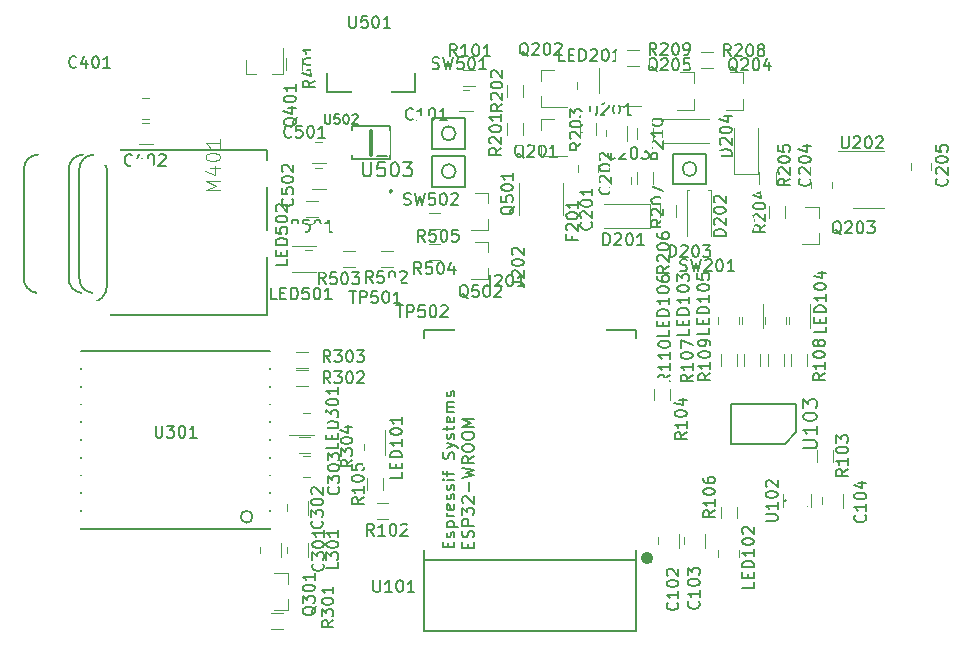
<source format=gbr>
G04 #@! TF.FileFunction,Legend,Top*
%FSLAX46Y46*%
G04 Gerber Fmt 4.6, Leading zero omitted, Abs format (unit mm)*
G04 Created by KiCad (PCBNEW 4.0.6) date 12/09/17 14:59:20*
%MOMM*%
%LPD*%
G01*
G04 APERTURE LIST*
%ADD10C,1.000000*%
%ADD11C,0.200000*%
%ADD12C,0.127000*%
%ADD13C,0.120000*%
%ADD14C,0.150000*%
%ADD15C,0.100000*%
%ADD16C,0.500000*%
%ADD17C,0.350000*%
%ADD18C,0.101600*%
%ADD19O,0.650000X1.400000*%
%ADD20O,1.400000X0.650000*%
%ADD21R,2.850000X2.850000*%
%ADD22R,2.300000X1.800000*%
%ADD23R,1.800000X2.200000*%
%ADD24R,1.900000X1.100000*%
%ADD25R,1.400000X1.900000*%
%ADD26C,3.400000*%
%ADD27R,0.750000X2.000000*%
%ADD28R,0.750000X1.400000*%
%ADD29C,1.400000*%
%ADD30O,2.900000X1.300000*%
%ADD31O,1.300000X2.900000*%
%ADD32R,6.400000X6.400000*%
%ADD33R,1.300000X1.100000*%
%ADD34R,1.100000X1.300000*%
%ADD35R,1.300000X1.200000*%
%ADD36R,1.300000X1.400000*%
%ADD37R,1.400000X0.800000*%
%ADD38R,0.800000X2.400000*%
%ADD39R,2.200000X2.300000*%
%ADD40R,2.700000X2.300000*%
%ADD41R,1.300000X1.600000*%
%ADD42R,1.600000X1.300000*%
%ADD43R,3.900000X2.000000*%
%ADD44C,1.700000*%
%ADD45C,2.100000*%
%ADD46R,1.500000X1.000000*%
%ADD47R,1.900000X1.400000*%
%ADD48R,1.200000X2.400000*%
%ADD49R,2.400000X1.400000*%
%ADD50R,1.200000X1.300000*%
G04 APERTURE END LIST*
D10*
D11*
X27841421Y-12700000D02*
G75*
G03X27841421Y-12700000I-141421J0D01*
G01*
X27400000Y-13600000D02*
X27400000Y-16000000D01*
X27400000Y-16000000D02*
X24600000Y-16000000D01*
X24600000Y-16000000D02*
X24600000Y-13200000D01*
X24600000Y-13200000D02*
X27000000Y-13200000D01*
X27000000Y-13200000D02*
X27400000Y-13600000D01*
D12*
X2100000Y-22200000D02*
X2100000Y-23200000D01*
X2100000Y-23200000D02*
X17200000Y-23200000D01*
X17200000Y-23200000D02*
X17200000Y-9200000D01*
X17200000Y-9200000D02*
X2800000Y-9200000D01*
X2800000Y-9200000D02*
X2800000Y-10200000D01*
X3700000Y-10900000D02*
G75*
G03X2800000Y-10200000I-800000J-100000D01*
G01*
X3700000Y-10900000D02*
X3700000Y-20600000D01*
X2100000Y-22200000D02*
G75*
G03X3700000Y-20600000I0J1600000D01*
G01*
X1340000Y-10800000D02*
G75*
G02X2540000Y-9600000I1200000J0D01*
G01*
X1340000Y-10800000D02*
X1340000Y-20000000D01*
X2440000Y-21300000D02*
G75*
G02X1340000Y-20000000I100000J1200000D01*
G01*
X440000Y-10800000D02*
G75*
G02X1640000Y-9600000I1200000J0D01*
G01*
X440000Y-10800000D02*
X440000Y-20000000D01*
X1540000Y-21300000D02*
G75*
G02X440000Y-20000000I100000J1200000D01*
G01*
X-3360000Y-10800000D02*
G75*
G02X-2160000Y-9600000I1200000J0D01*
G01*
X-3360000Y-10800000D02*
X-3360000Y-20000000D01*
X-2260000Y-21300000D02*
G75*
G02X-3360000Y-20000000I100000J1200000D01*
G01*
D13*
X7600000Y-6580000D02*
X6400000Y-6580000D01*
X6400000Y-4820000D02*
X7600000Y-4820000D01*
D14*
X61050000Y-34100000D02*
X62050000Y-33100000D01*
X62050000Y-33100000D02*
X62050000Y-30700000D01*
X62050000Y-30700000D02*
X56550000Y-30700000D01*
X56550000Y-30700000D02*
X56550000Y-34100000D01*
X56550000Y-34100000D02*
X61050000Y-34100000D01*
D15*
X61200000Y-38900000D02*
G75*
G03X61200000Y-38900000I-100000J0D01*
G01*
X63000000Y-39400000D02*
G75*
G03X63000000Y-39400000I-50000J0D01*
G01*
X62650000Y-37650000D02*
X62850000Y-37650000D01*
X62000000Y-37650000D02*
X62200000Y-37650000D01*
X61350000Y-37650000D02*
X61550000Y-37650000D01*
X60900000Y-40250000D02*
X60900000Y-37650000D01*
X61550000Y-40250000D02*
X61350000Y-40250000D01*
X62200000Y-40250000D02*
X62000000Y-40250000D01*
X62850000Y-40250000D02*
X62650000Y-40250000D01*
X63300000Y-37600000D02*
X63300000Y-40250000D01*
D16*
X49689981Y-43754000D02*
G75*
G03X49689981Y-43754000I-283981J0D01*
G01*
D14*
X30500000Y-43900000D02*
X48500000Y-43900000D01*
X48500000Y-49900000D02*
X48500000Y-24400000D01*
X30500000Y-49900000D02*
X30500000Y-24400000D01*
X30500000Y-24400000D02*
X48500000Y-24400000D01*
X30500000Y-49900000D02*
X48500000Y-49900000D01*
D13*
X50020000Y-30400000D02*
X50020000Y-29400000D01*
X51380000Y-29400000D02*
X51380000Y-30400000D01*
X18600000Y-49780000D02*
X17600000Y-49780000D01*
X17600000Y-48420000D02*
X18600000Y-48420000D01*
X18960000Y-48180000D02*
X18960000Y-47250000D01*
X18960000Y-45020000D02*
X18960000Y-45950000D01*
X18960000Y-45020000D02*
X16800000Y-45020000D01*
X18960000Y-48180000D02*
X17500000Y-48180000D01*
D11*
X33200000Y-7800000D02*
G75*
G03X33200000Y-7800000I-600000J0D01*
G01*
X31200000Y-6500000D02*
X34000000Y-6500000D01*
X34000000Y-6500000D02*
X34000000Y-9100000D01*
X34000000Y-9100000D02*
X31200000Y-9100000D01*
X31200000Y-9100000D02*
X31200000Y-6500000D01*
X33200000Y-11000000D02*
G75*
G03X33200000Y-11000000I-600000J0D01*
G01*
X34000000Y-12300000D02*
X31200000Y-12300000D01*
X31200000Y-12300000D02*
X31200000Y-9700000D01*
X31200000Y-9700000D02*
X34000000Y-9700000D01*
X34000000Y-9700000D02*
X34000000Y-12300000D01*
X27600000Y-10000000D02*
X24400000Y-10000000D01*
X24400000Y-10000000D02*
X24400000Y-7200000D01*
X24400000Y-7200000D02*
X27600000Y-7200000D01*
X27600000Y-7200000D02*
X27600000Y-10000000D01*
D14*
X27400000Y-9700000D02*
X26500000Y-9700000D01*
D17*
X26000000Y-9600000D02*
X26000000Y-7600000D01*
D11*
X22300000Y-4300000D02*
X22300000Y-2650000D01*
X24450000Y-4300000D02*
X22300000Y-4300000D01*
X29750000Y-4300000D02*
X27700000Y-4300000D01*
X29750000Y-2650000D02*
X29750000Y-4300000D01*
D13*
X49650000Y-15800000D02*
X49650000Y-13800000D01*
X49650000Y-13800000D02*
X45750000Y-13800000D01*
X49650000Y-15800000D02*
X45750000Y-15800000D01*
X56800000Y-11250000D02*
X58800000Y-11250000D01*
X58800000Y-11250000D02*
X58800000Y-7350000D01*
X56800000Y-11250000D02*
X56800000Y-7350000D01*
X38520000Y-11670000D02*
X38520000Y-15130000D01*
X42280000Y-11670000D02*
X42280000Y-15130000D01*
X40700000Y-20300000D02*
G75*
G03X40700000Y-20300000I-700000J0D01*
G01*
X40700000Y-18400000D02*
G75*
G03X40700000Y-18400000I-700000J0D01*
G01*
X47120000Y-5510000D02*
X48880000Y-5510000D01*
X69450000Y-14100000D02*
X66850000Y-14100000D01*
X65550000Y-9300000D02*
X69450000Y-9300000D01*
D11*
X53600000Y-10800000D02*
G75*
G03X53600000Y-10800000I-600000J0D01*
G01*
X54400000Y-12100000D02*
X51600000Y-12100000D01*
X51600000Y-12100000D02*
X51600000Y-9500000D01*
X51600000Y-9500000D02*
X54400000Y-9500000D01*
X54400000Y-9500000D02*
X54400000Y-12100000D01*
D14*
X16000000Y-40250000D02*
G75*
G03X16000000Y-40250000I-500000J0D01*
G01*
X17500000Y-40500000D02*
X17500000Y-41250000D01*
X17500000Y-41250000D02*
X1500000Y-41250000D01*
X1500000Y-41250000D02*
X1500000Y-26250000D01*
X1500000Y-26250000D02*
X17500000Y-26250000D01*
X17500000Y-26250000D02*
X17500000Y-40500000D01*
D13*
X50750000Y-6600000D02*
X50750000Y-8600000D01*
X50750000Y-8600000D02*
X54650000Y-8600000D01*
X50750000Y-6600000D02*
X54650000Y-6600000D01*
X54800000Y-12550000D02*
X52800000Y-12550000D01*
X52800000Y-12550000D02*
X52800000Y-16450000D01*
X54800000Y-12550000D02*
X54800000Y-16450000D01*
X16620000Y-43700000D02*
X16620000Y-42500000D01*
X18380000Y-42500000D02*
X18380000Y-43700000D01*
X45920000Y-8400000D02*
X45920000Y-7200000D01*
X47680000Y-7200000D02*
X47680000Y-8400000D01*
X48080000Y-11200000D02*
X48080000Y-12400000D01*
X46320000Y-12400000D02*
X46320000Y-11200000D01*
X43520000Y-11400000D02*
X43520000Y-10200000D01*
X45280000Y-10200000D02*
X45280000Y-11400000D01*
X50320000Y-42900000D02*
X50320000Y-41700000D01*
X52080000Y-41700000D02*
X52080000Y-42900000D01*
X18920000Y-43700000D02*
X18920000Y-42500000D01*
X20680000Y-42500000D02*
X20680000Y-43700000D01*
X7600000Y-8680000D02*
X6400000Y-8680000D01*
X6400000Y-6920000D02*
X7600000Y-6920000D01*
X21200000Y-36880000D02*
X20000000Y-36880000D01*
X20000000Y-35120000D02*
X21200000Y-35120000D01*
X20680000Y-38900000D02*
X20680000Y-40100000D01*
X18920000Y-40100000D02*
X18920000Y-38900000D01*
X64220000Y-39500000D02*
X64220000Y-38300000D01*
X65980000Y-38300000D02*
X65980000Y-39500000D01*
X52520000Y-42900000D02*
X52520000Y-41700000D01*
X54280000Y-41700000D02*
X54280000Y-42900000D01*
X34700000Y-5880000D02*
X33500000Y-5880000D01*
X33500000Y-4120000D02*
X34700000Y-4120000D01*
X71720000Y-11250000D02*
X71720000Y-10050000D01*
X73480000Y-10050000D02*
X73480000Y-11250000D01*
X65080000Y-11600000D02*
X65080000Y-12800000D01*
X63320000Y-12800000D02*
X63320000Y-11600000D01*
X21000000Y-10720000D02*
X22200000Y-10720000D01*
X22200000Y-12480000D02*
X21000000Y-12480000D01*
X21000000Y-8520000D02*
X22200000Y-8520000D01*
X22200000Y-10280000D02*
X21000000Y-10280000D01*
X57200000Y-42800000D02*
X57200000Y-44900000D01*
X55400000Y-44900000D02*
X55400000Y-42800000D01*
X57200000Y-44900000D02*
X55400000Y-44900000D01*
X57400000Y-24300000D02*
X57400000Y-22200000D01*
X59200000Y-22200000D02*
X59200000Y-24300000D01*
X57400000Y-22200000D02*
X59200000Y-22200000D01*
X61400000Y-24300000D02*
X61400000Y-22200000D01*
X63200000Y-22200000D02*
X63200000Y-24300000D01*
X61400000Y-22200000D02*
X63200000Y-22200000D01*
X59400000Y-24300000D02*
X59400000Y-22200000D01*
X61200000Y-22200000D02*
X61200000Y-24300000D01*
X59400000Y-22200000D02*
X61200000Y-22200000D01*
X55400000Y-24300000D02*
X55400000Y-22200000D01*
X57200000Y-22200000D02*
X57200000Y-24300000D01*
X55400000Y-22200000D02*
X57200000Y-22200000D01*
X25400000Y-35000000D02*
X25400000Y-32900000D01*
X27200000Y-32900000D02*
X27200000Y-35000000D01*
X25400000Y-32900000D02*
X27200000Y-32900000D01*
X43500000Y-4400000D02*
X43500000Y-2300000D01*
X45300000Y-2300000D02*
X45300000Y-4400000D01*
X43500000Y-2300000D02*
X45300000Y-2300000D01*
X21200000Y-33300000D02*
X19100000Y-33300000D01*
X19100000Y-31500000D02*
X21200000Y-31500000D01*
X19100000Y-33300000D02*
X19100000Y-31500000D01*
X21400000Y-17300000D02*
X19300000Y-17300000D01*
X19300000Y-15500000D02*
X21400000Y-15500000D01*
X19300000Y-17300000D02*
X19300000Y-15500000D01*
X21400000Y-19500000D02*
X19300000Y-19500000D01*
X19300000Y-17700000D02*
X21400000Y-17700000D01*
X19300000Y-19500000D02*
X19300000Y-17700000D01*
X58920000Y-12100000D02*
X58920000Y-11100000D01*
X60280000Y-11100000D02*
X60280000Y-12100000D01*
X20180000Y-1400000D02*
X20180000Y-2400000D01*
X18820000Y-2400000D02*
X18820000Y-1400000D01*
X19900000Y-33520000D02*
X20900000Y-33520000D01*
X20900000Y-34880000D02*
X19900000Y-34880000D01*
X19700000Y-26320000D02*
X20700000Y-26320000D01*
X20700000Y-27680000D02*
X19700000Y-27680000D01*
X19700000Y-27820000D02*
X20700000Y-27820000D01*
X20700000Y-29180000D02*
X19700000Y-29180000D01*
X53950000Y-920000D02*
X54950000Y-920000D01*
X54950000Y-2280000D02*
X53950000Y-2280000D01*
X48520000Y-12100000D02*
X48520000Y-11100000D01*
X49880000Y-11100000D02*
X49880000Y-12100000D01*
X45080000Y-6900000D02*
X45080000Y-7900000D01*
X43720000Y-7900000D02*
X43720000Y-6900000D01*
X37520000Y-4700000D02*
X37520000Y-3700000D01*
X38880000Y-3700000D02*
X38880000Y-4700000D01*
X38880000Y-6900000D02*
X38880000Y-7900000D01*
X37520000Y-7900000D02*
X37520000Y-6900000D01*
X56980000Y-26500000D02*
X56980000Y-27500000D01*
X55620000Y-27500000D02*
X55620000Y-26500000D01*
X60980000Y-26500000D02*
X60980000Y-27500000D01*
X59620000Y-27500000D02*
X59620000Y-26500000D01*
X62980000Y-26500000D02*
X62980000Y-27500000D01*
X61620000Y-27500000D02*
X61620000Y-26500000D01*
X58980000Y-26500000D02*
X58980000Y-27500000D01*
X57620000Y-27500000D02*
X57620000Y-26500000D01*
X55620000Y-40400000D02*
X55620000Y-39400000D01*
X56980000Y-39400000D02*
X56980000Y-40400000D01*
X27080000Y-37000000D02*
X27080000Y-38000000D01*
X25720000Y-38000000D02*
X25720000Y-37000000D01*
X63820000Y-35600000D02*
X63820000Y-34600000D01*
X65180000Y-34600000D02*
X65180000Y-35600000D01*
X27500000Y-40480000D02*
X26500000Y-40480000D01*
X26500000Y-39120000D02*
X27500000Y-39120000D01*
X33800000Y-2420000D02*
X34800000Y-2420000D01*
X34800000Y-3780000D02*
X33800000Y-3780000D01*
X48520000Y-8300000D02*
X48520000Y-7300000D01*
X49880000Y-7300000D02*
X49880000Y-8300000D01*
X48700000Y-2080000D02*
X47700000Y-2080000D01*
X47700000Y-720000D02*
X48700000Y-720000D01*
X50520000Y-14900000D02*
X50520000Y-13900000D01*
X51880000Y-13900000D02*
X51880000Y-14900000D01*
X61080000Y-13950000D02*
X61080000Y-14950000D01*
X59720000Y-14950000D02*
X59720000Y-13950000D01*
X20500000Y-13520000D02*
X21500000Y-13520000D01*
X21500000Y-14880000D02*
X20500000Y-14880000D01*
X27900000Y-19080000D02*
X26900000Y-19080000D01*
X26900000Y-17720000D02*
X27900000Y-17720000D01*
X23700000Y-17720000D02*
X24700000Y-17720000D01*
X24700000Y-19080000D02*
X23700000Y-19080000D01*
X31900000Y-15880000D02*
X30900000Y-15880000D01*
X30900000Y-14520000D02*
X31900000Y-14520000D01*
X30900000Y-17120000D02*
X31900000Y-17120000D01*
X31900000Y-18480000D02*
X30900000Y-18480000D01*
X15420000Y-2760000D02*
X16350000Y-2760000D01*
X18580000Y-2760000D02*
X17650000Y-2760000D01*
X18580000Y-2760000D02*
X18580000Y-600000D01*
X15420000Y-2760000D02*
X15420000Y-1300000D01*
X53360000Y-5780000D02*
X53360000Y-4850000D01*
X53360000Y-2620000D02*
X53360000Y-3550000D01*
X53360000Y-2620000D02*
X51200000Y-2620000D01*
X53360000Y-5780000D02*
X51900000Y-5780000D01*
X57560000Y-5780000D02*
X57560000Y-4850000D01*
X57560000Y-2620000D02*
X57560000Y-3550000D01*
X57560000Y-2620000D02*
X55400000Y-2620000D01*
X57560000Y-5780000D02*
X56100000Y-5780000D01*
X63960000Y-17180000D02*
X63960000Y-16250000D01*
X63960000Y-14020000D02*
X63960000Y-14950000D01*
X63960000Y-14020000D02*
X61800000Y-14020000D01*
X63960000Y-17180000D02*
X62500000Y-17180000D01*
X40440000Y-2420000D02*
X40440000Y-3350000D01*
X40440000Y-5580000D02*
X40440000Y-4650000D01*
X40440000Y-5580000D02*
X42600000Y-5580000D01*
X40440000Y-2420000D02*
X41900000Y-2420000D01*
X40440000Y-6570000D02*
X40440000Y-7500000D01*
X40440000Y-9730000D02*
X40440000Y-8800000D01*
X40440000Y-9730000D02*
X42600000Y-9730000D01*
X40440000Y-6570000D02*
X41900000Y-6570000D01*
X35960000Y-20130000D02*
X35960000Y-19200000D01*
X35960000Y-16970000D02*
X35960000Y-17900000D01*
X35960000Y-16970000D02*
X33800000Y-16970000D01*
X35960000Y-20130000D02*
X34500000Y-20130000D01*
X35960000Y-15980000D02*
X35960000Y-15050000D01*
X35960000Y-12820000D02*
X35960000Y-13750000D01*
X35960000Y-12820000D02*
X33800000Y-12820000D01*
X35960000Y-15980000D02*
X34500000Y-15980000D01*
D14*
X25342857Y-10242857D02*
X25342857Y-11214286D01*
X25400000Y-11328571D01*
X25457143Y-11385714D01*
X25571429Y-11442857D01*
X25800000Y-11442857D01*
X25914286Y-11385714D01*
X25971429Y-11328571D01*
X26028572Y-11214286D01*
X26028572Y-10242857D01*
X27171429Y-10242857D02*
X26600000Y-10242857D01*
X26542857Y-10814286D01*
X26600000Y-10757143D01*
X26714286Y-10700000D01*
X27000000Y-10700000D01*
X27114286Y-10757143D01*
X27171429Y-10814286D01*
X27228572Y-10928571D01*
X27228572Y-11214286D01*
X27171429Y-11328571D01*
X27114286Y-11385714D01*
X27000000Y-11442857D01*
X26714286Y-11442857D01*
X26600000Y-11385714D01*
X26542857Y-11328571D01*
X27971429Y-10242857D02*
X28085714Y-10242857D01*
X28200000Y-10300000D01*
X28257143Y-10357143D01*
X28314286Y-10471429D01*
X28371429Y-10700000D01*
X28371429Y-10985714D01*
X28314286Y-11214286D01*
X28257143Y-11328571D01*
X28200000Y-11385714D01*
X28085714Y-11442857D01*
X27971429Y-11442857D01*
X27857143Y-11385714D01*
X27800000Y-11328571D01*
X27742857Y-11214286D01*
X27685714Y-10985714D01*
X27685714Y-10700000D01*
X27742857Y-10471429D01*
X27800000Y-10357143D01*
X27857143Y-10300000D01*
X27971429Y-10242857D01*
X28771429Y-10242857D02*
X29514286Y-10242857D01*
X29114286Y-10700000D01*
X29285714Y-10700000D01*
X29400000Y-10757143D01*
X29457143Y-10814286D01*
X29514286Y-10928571D01*
X29514286Y-11214286D01*
X29457143Y-11328571D01*
X29400000Y-11385714D01*
X29285714Y-11442857D01*
X28942857Y-11442857D01*
X28828571Y-11385714D01*
X28771429Y-11328571D01*
D18*
X13242548Y-12612738D02*
X12036048Y-12612738D01*
X12897833Y-12210571D01*
X12036048Y-11808405D01*
X13242548Y-11808405D01*
X12438214Y-10716810D02*
X13242548Y-10716810D01*
X11978595Y-11004072D02*
X12840381Y-11291333D01*
X12840381Y-10544453D01*
X12036048Y-9855024D02*
X12036048Y-9740119D01*
X12093500Y-9625214D01*
X12150952Y-9567762D01*
X12265857Y-9510309D01*
X12495667Y-9452857D01*
X12782929Y-9452857D01*
X13012738Y-9510309D01*
X13127643Y-9567762D01*
X13185095Y-9625214D01*
X13242548Y-9740119D01*
X13242548Y-9855024D01*
X13185095Y-9969928D01*
X13127643Y-10027381D01*
X13012738Y-10084833D01*
X12782929Y-10142285D01*
X12495667Y-10142285D01*
X12265857Y-10084833D01*
X12150952Y-10027381D01*
X12093500Y-9969928D01*
X12036048Y-9855024D01*
X13242548Y-8303809D02*
X13242548Y-8993237D01*
X13242548Y-8648523D02*
X12036048Y-8648523D01*
X12208405Y-8763428D01*
X12323310Y-8878333D01*
X12380762Y-8993237D01*
D14*
X1080953Y-2157143D02*
X1033334Y-2204762D01*
X890477Y-2252381D01*
X795239Y-2252381D01*
X652381Y-2204762D01*
X557143Y-2109524D01*
X509524Y-2014286D01*
X461905Y-1823810D01*
X461905Y-1680952D01*
X509524Y-1490476D01*
X557143Y-1395238D01*
X652381Y-1300000D01*
X795239Y-1252381D01*
X890477Y-1252381D01*
X1033334Y-1300000D01*
X1080953Y-1347619D01*
X1938096Y-1585714D02*
X1938096Y-2252381D01*
X1700000Y-1204762D02*
X1461905Y-1919048D01*
X2080953Y-1919048D01*
X2652381Y-1252381D02*
X2747620Y-1252381D01*
X2842858Y-1300000D01*
X2890477Y-1347619D01*
X2938096Y-1442857D01*
X2985715Y-1633333D01*
X2985715Y-1871429D01*
X2938096Y-2061905D01*
X2890477Y-2157143D01*
X2842858Y-2204762D01*
X2747620Y-2252381D01*
X2652381Y-2252381D01*
X2557143Y-2204762D01*
X2509524Y-2157143D01*
X2461905Y-2061905D01*
X2414286Y-1871429D01*
X2414286Y-1633333D01*
X2461905Y-1442857D01*
X2509524Y-1347619D01*
X2557143Y-1300000D01*
X2652381Y-1252381D01*
X3938096Y-2252381D02*
X3366667Y-2252381D01*
X3652381Y-2252381D02*
X3652381Y-1252381D01*
X3557143Y-1395238D01*
X3461905Y-1490476D01*
X3366667Y-1538095D01*
X62592857Y-34457143D02*
X63564286Y-34457143D01*
X63678571Y-34400000D01*
X63735714Y-34342857D01*
X63792857Y-34228571D01*
X63792857Y-34000000D01*
X63735714Y-33885714D01*
X63678571Y-33828571D01*
X63564286Y-33771428D01*
X62592857Y-33771428D01*
X63792857Y-32571428D02*
X63792857Y-33257143D01*
X63792857Y-32914285D02*
X62592857Y-32914285D01*
X62764286Y-33028571D01*
X62878571Y-33142857D01*
X62935714Y-33257143D01*
X62592857Y-31828571D02*
X62592857Y-31714286D01*
X62650000Y-31600000D01*
X62707143Y-31542857D01*
X62821429Y-31485714D01*
X63050000Y-31428571D01*
X63335714Y-31428571D01*
X63564286Y-31485714D01*
X63678571Y-31542857D01*
X63735714Y-31600000D01*
X63792857Y-31714286D01*
X63792857Y-31828571D01*
X63735714Y-31942857D01*
X63678571Y-32000000D01*
X63564286Y-32057143D01*
X63335714Y-32114286D01*
X63050000Y-32114286D01*
X62821429Y-32057143D01*
X62707143Y-32000000D01*
X62650000Y-31942857D01*
X62592857Y-31828571D01*
X62592857Y-31028571D02*
X62592857Y-30285714D01*
X63050000Y-30685714D01*
X63050000Y-30514286D01*
X63107143Y-30400000D01*
X63164286Y-30342857D01*
X63278571Y-30285714D01*
X63564286Y-30285714D01*
X63678571Y-30342857D01*
X63735714Y-30400000D01*
X63792857Y-30514286D01*
X63792857Y-30857143D01*
X63735714Y-30971429D01*
X63678571Y-31028571D01*
X59452381Y-40614286D02*
X60261905Y-40614286D01*
X60357143Y-40566667D01*
X60404762Y-40519048D01*
X60452381Y-40423810D01*
X60452381Y-40233333D01*
X60404762Y-40138095D01*
X60357143Y-40090476D01*
X60261905Y-40042857D01*
X59452381Y-40042857D01*
X60452381Y-39042857D02*
X60452381Y-39614286D01*
X60452381Y-39328572D02*
X59452381Y-39328572D01*
X59595238Y-39423810D01*
X59690476Y-39519048D01*
X59738095Y-39614286D01*
X59452381Y-38423810D02*
X59452381Y-38328571D01*
X59500000Y-38233333D01*
X59547619Y-38185714D01*
X59642857Y-38138095D01*
X59833333Y-38090476D01*
X60071429Y-38090476D01*
X60261905Y-38138095D01*
X60357143Y-38185714D01*
X60404762Y-38233333D01*
X60452381Y-38328571D01*
X60452381Y-38423810D01*
X60404762Y-38519048D01*
X60357143Y-38566667D01*
X60261905Y-38614286D01*
X60071429Y-38661905D01*
X59833333Y-38661905D01*
X59642857Y-38614286D01*
X59547619Y-38566667D01*
X59500000Y-38519048D01*
X59452381Y-38423810D01*
X59547619Y-37709524D02*
X59500000Y-37661905D01*
X59452381Y-37566667D01*
X59452381Y-37328571D01*
X59500000Y-37233333D01*
X59547619Y-37185714D01*
X59642857Y-37138095D01*
X59738095Y-37138095D01*
X59880952Y-37185714D01*
X60452381Y-37757143D01*
X60452381Y-37138095D01*
X28185714Y-22352381D02*
X28757143Y-22352381D01*
X28471428Y-23352381D02*
X28471428Y-22352381D01*
X29090476Y-23352381D02*
X29090476Y-22352381D01*
X29471429Y-22352381D01*
X29566667Y-22400000D01*
X29614286Y-22447619D01*
X29661905Y-22542857D01*
X29661905Y-22685714D01*
X29614286Y-22780952D01*
X29566667Y-22828571D01*
X29471429Y-22876190D01*
X29090476Y-22876190D01*
X30566667Y-22352381D02*
X30090476Y-22352381D01*
X30042857Y-22828571D01*
X30090476Y-22780952D01*
X30185714Y-22733333D01*
X30423810Y-22733333D01*
X30519048Y-22780952D01*
X30566667Y-22828571D01*
X30614286Y-22923810D01*
X30614286Y-23161905D01*
X30566667Y-23257143D01*
X30519048Y-23304762D01*
X30423810Y-23352381D01*
X30185714Y-23352381D01*
X30090476Y-23304762D01*
X30042857Y-23257143D01*
X31233333Y-22352381D02*
X31328572Y-22352381D01*
X31423810Y-22400000D01*
X31471429Y-22447619D01*
X31519048Y-22542857D01*
X31566667Y-22733333D01*
X31566667Y-22971429D01*
X31519048Y-23161905D01*
X31471429Y-23257143D01*
X31423810Y-23304762D01*
X31328572Y-23352381D01*
X31233333Y-23352381D01*
X31138095Y-23304762D01*
X31090476Y-23257143D01*
X31042857Y-23161905D01*
X30995238Y-22971429D01*
X30995238Y-22733333D01*
X31042857Y-22542857D01*
X31090476Y-22447619D01*
X31138095Y-22400000D01*
X31233333Y-22352381D01*
X31947619Y-22447619D02*
X31995238Y-22400000D01*
X32090476Y-22352381D01*
X32328572Y-22352381D01*
X32423810Y-22400000D01*
X32471429Y-22447619D01*
X32519048Y-22542857D01*
X32519048Y-22638095D01*
X32471429Y-22780952D01*
X31900000Y-23352381D01*
X32519048Y-23352381D01*
X26228714Y-45619381D02*
X26228714Y-46428905D01*
X26276333Y-46524143D01*
X26323952Y-46571762D01*
X26419190Y-46619381D01*
X26609667Y-46619381D01*
X26704905Y-46571762D01*
X26752524Y-46524143D01*
X26800143Y-46428905D01*
X26800143Y-45619381D01*
X27800143Y-46619381D02*
X27228714Y-46619381D01*
X27514428Y-46619381D02*
X27514428Y-45619381D01*
X27419190Y-45762238D01*
X27323952Y-45857476D01*
X27228714Y-45905095D01*
X28419190Y-45619381D02*
X28514429Y-45619381D01*
X28609667Y-45667000D01*
X28657286Y-45714619D01*
X28704905Y-45809857D01*
X28752524Y-46000333D01*
X28752524Y-46238429D01*
X28704905Y-46428905D01*
X28657286Y-46524143D01*
X28609667Y-46571762D01*
X28514429Y-46619381D01*
X28419190Y-46619381D01*
X28323952Y-46571762D01*
X28276333Y-46524143D01*
X28228714Y-46428905D01*
X28181095Y-46238429D01*
X28181095Y-46000333D01*
X28228714Y-45809857D01*
X28276333Y-45714619D01*
X28323952Y-45667000D01*
X28419190Y-45619381D01*
X29704905Y-46619381D02*
X29133476Y-46619381D01*
X29419190Y-46619381D02*
X29419190Y-45619381D01*
X29323952Y-45762238D01*
X29228714Y-45857476D01*
X29133476Y-45905095D01*
X32570571Y-42832430D02*
X32570571Y-42499096D01*
X33094381Y-42356239D02*
X33094381Y-42832430D01*
X32094381Y-42832430D01*
X32094381Y-42356239D01*
X33046762Y-41975287D02*
X33094381Y-41880049D01*
X33094381Y-41689573D01*
X33046762Y-41594334D01*
X32951524Y-41546715D01*
X32903905Y-41546715D01*
X32808667Y-41594334D01*
X32761048Y-41689573D01*
X32761048Y-41832430D01*
X32713429Y-41927668D01*
X32618190Y-41975287D01*
X32570571Y-41975287D01*
X32475333Y-41927668D01*
X32427714Y-41832430D01*
X32427714Y-41689573D01*
X32475333Y-41594334D01*
X32427714Y-41118144D02*
X33427714Y-41118144D01*
X32475333Y-41118144D02*
X32427714Y-41022906D01*
X32427714Y-40832429D01*
X32475333Y-40737191D01*
X32522952Y-40689572D01*
X32618190Y-40641953D01*
X32903905Y-40641953D01*
X32999143Y-40689572D01*
X33046762Y-40737191D01*
X33094381Y-40832429D01*
X33094381Y-41022906D01*
X33046762Y-41118144D01*
X33094381Y-40213382D02*
X32427714Y-40213382D01*
X32618190Y-40213382D02*
X32522952Y-40165763D01*
X32475333Y-40118144D01*
X32427714Y-40022906D01*
X32427714Y-39927667D01*
X33046762Y-39213381D02*
X33094381Y-39308619D01*
X33094381Y-39499096D01*
X33046762Y-39594334D01*
X32951524Y-39641953D01*
X32570571Y-39641953D01*
X32475333Y-39594334D01*
X32427714Y-39499096D01*
X32427714Y-39308619D01*
X32475333Y-39213381D01*
X32570571Y-39165762D01*
X32665810Y-39165762D01*
X32761048Y-39641953D01*
X33046762Y-38784810D02*
X33094381Y-38689572D01*
X33094381Y-38499096D01*
X33046762Y-38403857D01*
X32951524Y-38356238D01*
X32903905Y-38356238D01*
X32808667Y-38403857D01*
X32761048Y-38499096D01*
X32761048Y-38641953D01*
X32713429Y-38737191D01*
X32618190Y-38784810D01*
X32570571Y-38784810D01*
X32475333Y-38737191D01*
X32427714Y-38641953D01*
X32427714Y-38499096D01*
X32475333Y-38403857D01*
X33046762Y-37975286D02*
X33094381Y-37880048D01*
X33094381Y-37689572D01*
X33046762Y-37594333D01*
X32951524Y-37546714D01*
X32903905Y-37546714D01*
X32808667Y-37594333D01*
X32761048Y-37689572D01*
X32761048Y-37832429D01*
X32713429Y-37927667D01*
X32618190Y-37975286D01*
X32570571Y-37975286D01*
X32475333Y-37927667D01*
X32427714Y-37832429D01*
X32427714Y-37689572D01*
X32475333Y-37594333D01*
X33094381Y-37118143D02*
X32427714Y-37118143D01*
X32094381Y-37118143D02*
X32142000Y-37165762D01*
X32189619Y-37118143D01*
X32142000Y-37070524D01*
X32094381Y-37118143D01*
X32189619Y-37118143D01*
X32427714Y-36784810D02*
X32427714Y-36403858D01*
X33094381Y-36641953D02*
X32237238Y-36641953D01*
X32142000Y-36594334D01*
X32094381Y-36499096D01*
X32094381Y-36403858D01*
X33046762Y-35356238D02*
X33094381Y-35213381D01*
X33094381Y-34975285D01*
X33046762Y-34880047D01*
X32999143Y-34832428D01*
X32903905Y-34784809D01*
X32808667Y-34784809D01*
X32713429Y-34832428D01*
X32665810Y-34880047D01*
X32618190Y-34975285D01*
X32570571Y-35165762D01*
X32522952Y-35261000D01*
X32475333Y-35308619D01*
X32380095Y-35356238D01*
X32284857Y-35356238D01*
X32189619Y-35308619D01*
X32142000Y-35261000D01*
X32094381Y-35165762D01*
X32094381Y-34927666D01*
X32142000Y-34784809D01*
X32427714Y-34451476D02*
X33094381Y-34213381D01*
X32427714Y-33975285D02*
X33094381Y-34213381D01*
X33332476Y-34308619D01*
X33380095Y-34356238D01*
X33427714Y-34451476D01*
X33046762Y-33641952D02*
X33094381Y-33546714D01*
X33094381Y-33356238D01*
X33046762Y-33260999D01*
X32951524Y-33213380D01*
X32903905Y-33213380D01*
X32808667Y-33260999D01*
X32761048Y-33356238D01*
X32761048Y-33499095D01*
X32713429Y-33594333D01*
X32618190Y-33641952D01*
X32570571Y-33641952D01*
X32475333Y-33594333D01*
X32427714Y-33499095D01*
X32427714Y-33356238D01*
X32475333Y-33260999D01*
X32427714Y-32927666D02*
X32427714Y-32546714D01*
X32094381Y-32784809D02*
X32951524Y-32784809D01*
X33046762Y-32737190D01*
X33094381Y-32641952D01*
X33094381Y-32546714D01*
X33046762Y-31832427D02*
X33094381Y-31927665D01*
X33094381Y-32118142D01*
X33046762Y-32213380D01*
X32951524Y-32260999D01*
X32570571Y-32260999D01*
X32475333Y-32213380D01*
X32427714Y-32118142D01*
X32427714Y-31927665D01*
X32475333Y-31832427D01*
X32570571Y-31784808D01*
X32665810Y-31784808D01*
X32761048Y-32260999D01*
X33094381Y-31356237D02*
X32427714Y-31356237D01*
X32522952Y-31356237D02*
X32475333Y-31308618D01*
X32427714Y-31213380D01*
X32427714Y-31070522D01*
X32475333Y-30975284D01*
X32570571Y-30927665D01*
X33094381Y-30927665D01*
X32570571Y-30927665D02*
X32475333Y-30880046D01*
X32427714Y-30784808D01*
X32427714Y-30641951D01*
X32475333Y-30546713D01*
X32570571Y-30499094D01*
X33094381Y-30499094D01*
X33046762Y-30070523D02*
X33094381Y-29975285D01*
X33094381Y-29784809D01*
X33046762Y-29689570D01*
X32951524Y-29641951D01*
X32903905Y-29641951D01*
X32808667Y-29689570D01*
X32761048Y-29784809D01*
X32761048Y-29927666D01*
X32713429Y-30022904D01*
X32618190Y-30070523D01*
X32570571Y-30070523D01*
X32475333Y-30022904D01*
X32427714Y-29927666D01*
X32427714Y-29784809D01*
X32475333Y-29689570D01*
X34221571Y-42856381D02*
X34221571Y-42523047D01*
X34745381Y-42380190D02*
X34745381Y-42856381D01*
X33745381Y-42856381D01*
X33745381Y-42380190D01*
X34697762Y-41999238D02*
X34745381Y-41856381D01*
X34745381Y-41618285D01*
X34697762Y-41523047D01*
X34650143Y-41475428D01*
X34554905Y-41427809D01*
X34459667Y-41427809D01*
X34364429Y-41475428D01*
X34316810Y-41523047D01*
X34269190Y-41618285D01*
X34221571Y-41808762D01*
X34173952Y-41904000D01*
X34126333Y-41951619D01*
X34031095Y-41999238D01*
X33935857Y-41999238D01*
X33840619Y-41951619D01*
X33793000Y-41904000D01*
X33745381Y-41808762D01*
X33745381Y-41570666D01*
X33793000Y-41427809D01*
X34745381Y-40999238D02*
X33745381Y-40999238D01*
X33745381Y-40618285D01*
X33793000Y-40523047D01*
X33840619Y-40475428D01*
X33935857Y-40427809D01*
X34078714Y-40427809D01*
X34173952Y-40475428D01*
X34221571Y-40523047D01*
X34269190Y-40618285D01*
X34269190Y-40999238D01*
X33745381Y-40094476D02*
X33745381Y-39475428D01*
X34126333Y-39808762D01*
X34126333Y-39665904D01*
X34173952Y-39570666D01*
X34221571Y-39523047D01*
X34316810Y-39475428D01*
X34554905Y-39475428D01*
X34650143Y-39523047D01*
X34697762Y-39570666D01*
X34745381Y-39665904D01*
X34745381Y-39951619D01*
X34697762Y-40046857D01*
X34650143Y-40094476D01*
X33840619Y-39094476D02*
X33793000Y-39046857D01*
X33745381Y-38951619D01*
X33745381Y-38713523D01*
X33793000Y-38618285D01*
X33840619Y-38570666D01*
X33935857Y-38523047D01*
X34031095Y-38523047D01*
X34173952Y-38570666D01*
X34745381Y-39142095D01*
X34745381Y-38523047D01*
X34364429Y-38094476D02*
X34364429Y-37332571D01*
X33745381Y-36951619D02*
X34745381Y-36713524D01*
X34031095Y-36523047D01*
X34745381Y-36332571D01*
X33745381Y-36094476D01*
X34745381Y-35142095D02*
X34269190Y-35475429D01*
X34745381Y-35713524D02*
X33745381Y-35713524D01*
X33745381Y-35332571D01*
X33793000Y-35237333D01*
X33840619Y-35189714D01*
X33935857Y-35142095D01*
X34078714Y-35142095D01*
X34173952Y-35189714D01*
X34221571Y-35237333D01*
X34269190Y-35332571D01*
X34269190Y-35713524D01*
X33745381Y-34523048D02*
X33745381Y-34332571D01*
X33793000Y-34237333D01*
X33888238Y-34142095D01*
X34078714Y-34094476D01*
X34412048Y-34094476D01*
X34602524Y-34142095D01*
X34697762Y-34237333D01*
X34745381Y-34332571D01*
X34745381Y-34523048D01*
X34697762Y-34618286D01*
X34602524Y-34713524D01*
X34412048Y-34761143D01*
X34078714Y-34761143D01*
X33888238Y-34713524D01*
X33793000Y-34618286D01*
X33745381Y-34523048D01*
X33745381Y-33475429D02*
X33745381Y-33284952D01*
X33793000Y-33189714D01*
X33888238Y-33094476D01*
X34078714Y-33046857D01*
X34412048Y-33046857D01*
X34602524Y-33094476D01*
X34697762Y-33189714D01*
X34745381Y-33284952D01*
X34745381Y-33475429D01*
X34697762Y-33570667D01*
X34602524Y-33665905D01*
X34412048Y-33713524D01*
X34078714Y-33713524D01*
X33888238Y-33665905D01*
X33793000Y-33570667D01*
X33745381Y-33475429D01*
X34745381Y-32618286D02*
X33745381Y-32618286D01*
X34459667Y-32284952D01*
X33745381Y-31951619D01*
X34745381Y-31951619D01*
X52752381Y-33119047D02*
X52276190Y-33452381D01*
X52752381Y-33690476D02*
X51752381Y-33690476D01*
X51752381Y-33309523D01*
X51800000Y-33214285D01*
X51847619Y-33166666D01*
X51942857Y-33119047D01*
X52085714Y-33119047D01*
X52180952Y-33166666D01*
X52228571Y-33214285D01*
X52276190Y-33309523D01*
X52276190Y-33690476D01*
X52752381Y-32166666D02*
X52752381Y-32738095D01*
X52752381Y-32452381D02*
X51752381Y-32452381D01*
X51895238Y-32547619D01*
X51990476Y-32642857D01*
X52038095Y-32738095D01*
X51752381Y-31547619D02*
X51752381Y-31452380D01*
X51800000Y-31357142D01*
X51847619Y-31309523D01*
X51942857Y-31261904D01*
X52133333Y-31214285D01*
X52371429Y-31214285D01*
X52561905Y-31261904D01*
X52657143Y-31309523D01*
X52704762Y-31357142D01*
X52752381Y-31452380D01*
X52752381Y-31547619D01*
X52704762Y-31642857D01*
X52657143Y-31690476D01*
X52561905Y-31738095D01*
X52371429Y-31785714D01*
X52133333Y-31785714D01*
X51942857Y-31738095D01*
X51847619Y-31690476D01*
X51800000Y-31642857D01*
X51752381Y-31547619D01*
X52085714Y-30357142D02*
X52752381Y-30357142D01*
X51704762Y-30595238D02*
X52419048Y-30833333D01*
X52419048Y-30214285D01*
X22852381Y-49019047D02*
X22376190Y-49352381D01*
X22852381Y-49590476D02*
X21852381Y-49590476D01*
X21852381Y-49209523D01*
X21900000Y-49114285D01*
X21947619Y-49066666D01*
X22042857Y-49019047D01*
X22185714Y-49019047D01*
X22280952Y-49066666D01*
X22328571Y-49114285D01*
X22376190Y-49209523D01*
X22376190Y-49590476D01*
X21852381Y-48685714D02*
X21852381Y-48066666D01*
X22233333Y-48400000D01*
X22233333Y-48257142D01*
X22280952Y-48161904D01*
X22328571Y-48114285D01*
X22423810Y-48066666D01*
X22661905Y-48066666D01*
X22757143Y-48114285D01*
X22804762Y-48161904D01*
X22852381Y-48257142D01*
X22852381Y-48542857D01*
X22804762Y-48638095D01*
X22757143Y-48685714D01*
X21852381Y-47447619D02*
X21852381Y-47352380D01*
X21900000Y-47257142D01*
X21947619Y-47209523D01*
X22042857Y-47161904D01*
X22233333Y-47114285D01*
X22471429Y-47114285D01*
X22661905Y-47161904D01*
X22757143Y-47209523D01*
X22804762Y-47257142D01*
X22852381Y-47352380D01*
X22852381Y-47447619D01*
X22804762Y-47542857D01*
X22757143Y-47590476D01*
X22661905Y-47638095D01*
X22471429Y-47685714D01*
X22233333Y-47685714D01*
X22042857Y-47638095D01*
X21947619Y-47590476D01*
X21900000Y-47542857D01*
X21852381Y-47447619D01*
X22852381Y-46161904D02*
X22852381Y-46733333D01*
X22852381Y-46447619D02*
X21852381Y-46447619D01*
X21995238Y-46542857D01*
X22090476Y-46638095D01*
X22138095Y-46733333D01*
X21347619Y-47847619D02*
X21300000Y-47942857D01*
X21204762Y-48038095D01*
X21061905Y-48180952D01*
X21014286Y-48276191D01*
X21014286Y-48371429D01*
X21252381Y-48323810D02*
X21204762Y-48419048D01*
X21109524Y-48514286D01*
X20919048Y-48561905D01*
X20585714Y-48561905D01*
X20395238Y-48514286D01*
X20300000Y-48419048D01*
X20252381Y-48323810D01*
X20252381Y-48133333D01*
X20300000Y-48038095D01*
X20395238Y-47942857D01*
X20585714Y-47895238D01*
X20919048Y-47895238D01*
X21109524Y-47942857D01*
X21204762Y-48038095D01*
X21252381Y-48133333D01*
X21252381Y-48323810D01*
X20252381Y-47561905D02*
X20252381Y-46942857D01*
X20633333Y-47276191D01*
X20633333Y-47133333D01*
X20680952Y-47038095D01*
X20728571Y-46990476D01*
X20823810Y-46942857D01*
X21061905Y-46942857D01*
X21157143Y-46990476D01*
X21204762Y-47038095D01*
X21252381Y-47133333D01*
X21252381Y-47419048D01*
X21204762Y-47514286D01*
X21157143Y-47561905D01*
X20252381Y-46323810D02*
X20252381Y-46228571D01*
X20300000Y-46133333D01*
X20347619Y-46085714D01*
X20442857Y-46038095D01*
X20633333Y-45990476D01*
X20871429Y-45990476D01*
X21061905Y-46038095D01*
X21157143Y-46085714D01*
X21204762Y-46133333D01*
X21252381Y-46228571D01*
X21252381Y-46323810D01*
X21204762Y-46419048D01*
X21157143Y-46466667D01*
X21061905Y-46514286D01*
X20871429Y-46561905D01*
X20633333Y-46561905D01*
X20442857Y-46514286D01*
X20347619Y-46466667D01*
X20300000Y-46419048D01*
X20252381Y-46323810D01*
X21252381Y-45038095D02*
X21252381Y-45609524D01*
X21252381Y-45323810D02*
X20252381Y-45323810D01*
X20395238Y-45419048D01*
X20490476Y-45514286D01*
X20538095Y-45609524D01*
X31214286Y-2304762D02*
X31357143Y-2352381D01*
X31595239Y-2352381D01*
X31690477Y-2304762D01*
X31738096Y-2257143D01*
X31785715Y-2161905D01*
X31785715Y-2066667D01*
X31738096Y-1971429D01*
X31690477Y-1923810D01*
X31595239Y-1876190D01*
X31404762Y-1828571D01*
X31309524Y-1780952D01*
X31261905Y-1733333D01*
X31214286Y-1638095D01*
X31214286Y-1542857D01*
X31261905Y-1447619D01*
X31309524Y-1400000D01*
X31404762Y-1352381D01*
X31642858Y-1352381D01*
X31785715Y-1400000D01*
X32119048Y-1352381D02*
X32357143Y-2352381D01*
X32547620Y-1638095D01*
X32738096Y-2352381D01*
X32976191Y-1352381D01*
X33833334Y-1352381D02*
X33357143Y-1352381D01*
X33309524Y-1828571D01*
X33357143Y-1780952D01*
X33452381Y-1733333D01*
X33690477Y-1733333D01*
X33785715Y-1780952D01*
X33833334Y-1828571D01*
X33880953Y-1923810D01*
X33880953Y-2161905D01*
X33833334Y-2257143D01*
X33785715Y-2304762D01*
X33690477Y-2352381D01*
X33452381Y-2352381D01*
X33357143Y-2304762D01*
X33309524Y-2257143D01*
X34500000Y-1352381D02*
X34595239Y-1352381D01*
X34690477Y-1400000D01*
X34738096Y-1447619D01*
X34785715Y-1542857D01*
X34833334Y-1733333D01*
X34833334Y-1971429D01*
X34785715Y-2161905D01*
X34738096Y-2257143D01*
X34690477Y-2304762D01*
X34595239Y-2352381D01*
X34500000Y-2352381D01*
X34404762Y-2304762D01*
X34357143Y-2257143D01*
X34309524Y-2161905D01*
X34261905Y-1971429D01*
X34261905Y-1733333D01*
X34309524Y-1542857D01*
X34357143Y-1447619D01*
X34404762Y-1400000D01*
X34500000Y-1352381D01*
X35785715Y-2352381D02*
X35214286Y-2352381D01*
X35500000Y-2352381D02*
X35500000Y-1352381D01*
X35404762Y-1495238D01*
X35309524Y-1590476D01*
X35214286Y-1638095D01*
X28814286Y-13804762D02*
X28957143Y-13852381D01*
X29195239Y-13852381D01*
X29290477Y-13804762D01*
X29338096Y-13757143D01*
X29385715Y-13661905D01*
X29385715Y-13566667D01*
X29338096Y-13471429D01*
X29290477Y-13423810D01*
X29195239Y-13376190D01*
X29004762Y-13328571D01*
X28909524Y-13280952D01*
X28861905Y-13233333D01*
X28814286Y-13138095D01*
X28814286Y-13042857D01*
X28861905Y-12947619D01*
X28909524Y-12900000D01*
X29004762Y-12852381D01*
X29242858Y-12852381D01*
X29385715Y-12900000D01*
X29719048Y-12852381D02*
X29957143Y-13852381D01*
X30147620Y-13138095D01*
X30338096Y-13852381D01*
X30576191Y-12852381D01*
X31433334Y-12852381D02*
X30957143Y-12852381D01*
X30909524Y-13328571D01*
X30957143Y-13280952D01*
X31052381Y-13233333D01*
X31290477Y-13233333D01*
X31385715Y-13280952D01*
X31433334Y-13328571D01*
X31480953Y-13423810D01*
X31480953Y-13661905D01*
X31433334Y-13757143D01*
X31385715Y-13804762D01*
X31290477Y-13852381D01*
X31052381Y-13852381D01*
X30957143Y-13804762D01*
X30909524Y-13757143D01*
X32100000Y-12852381D02*
X32195239Y-12852381D01*
X32290477Y-12900000D01*
X32338096Y-12947619D01*
X32385715Y-13042857D01*
X32433334Y-13233333D01*
X32433334Y-13471429D01*
X32385715Y-13661905D01*
X32338096Y-13757143D01*
X32290477Y-13804762D01*
X32195239Y-13852381D01*
X32100000Y-13852381D01*
X32004762Y-13804762D01*
X31957143Y-13757143D01*
X31909524Y-13661905D01*
X31861905Y-13471429D01*
X31861905Y-13233333D01*
X31909524Y-13042857D01*
X31957143Y-12947619D01*
X32004762Y-12900000D01*
X32100000Y-12852381D01*
X32814286Y-12947619D02*
X32861905Y-12900000D01*
X32957143Y-12852381D01*
X33195239Y-12852381D01*
X33290477Y-12900000D01*
X33338096Y-12947619D01*
X33385715Y-13042857D01*
X33385715Y-13138095D01*
X33338096Y-13280952D01*
X32766667Y-13852381D01*
X33385715Y-13852381D01*
X24185714Y-21152381D02*
X24757143Y-21152381D01*
X24471428Y-22152381D02*
X24471428Y-21152381D01*
X25090476Y-22152381D02*
X25090476Y-21152381D01*
X25471429Y-21152381D01*
X25566667Y-21200000D01*
X25614286Y-21247619D01*
X25661905Y-21342857D01*
X25661905Y-21485714D01*
X25614286Y-21580952D01*
X25566667Y-21628571D01*
X25471429Y-21676190D01*
X25090476Y-21676190D01*
X26566667Y-21152381D02*
X26090476Y-21152381D01*
X26042857Y-21628571D01*
X26090476Y-21580952D01*
X26185714Y-21533333D01*
X26423810Y-21533333D01*
X26519048Y-21580952D01*
X26566667Y-21628571D01*
X26614286Y-21723810D01*
X26614286Y-21961905D01*
X26566667Y-22057143D01*
X26519048Y-22104762D01*
X26423810Y-22152381D01*
X26185714Y-22152381D01*
X26090476Y-22104762D01*
X26042857Y-22057143D01*
X27233333Y-21152381D02*
X27328572Y-21152381D01*
X27423810Y-21200000D01*
X27471429Y-21247619D01*
X27519048Y-21342857D01*
X27566667Y-21533333D01*
X27566667Y-21771429D01*
X27519048Y-21961905D01*
X27471429Y-22057143D01*
X27423810Y-22104762D01*
X27328572Y-22152381D01*
X27233333Y-22152381D01*
X27138095Y-22104762D01*
X27090476Y-22057143D01*
X27042857Y-21961905D01*
X26995238Y-21771429D01*
X26995238Y-21533333D01*
X27042857Y-21342857D01*
X27090476Y-21247619D01*
X27138095Y-21200000D01*
X27233333Y-21152381D01*
X28519048Y-22152381D02*
X27947619Y-22152381D01*
X28233333Y-22152381D02*
X28233333Y-21152381D01*
X28138095Y-21295238D01*
X28042857Y-21390476D01*
X27947619Y-21438095D01*
X22128571Y-6161905D02*
X22128571Y-6809524D01*
X22166666Y-6885714D01*
X22204762Y-6923810D01*
X22280952Y-6961905D01*
X22433333Y-6961905D01*
X22509524Y-6923810D01*
X22547619Y-6885714D01*
X22585714Y-6809524D01*
X22585714Y-6161905D01*
X23347619Y-6161905D02*
X22966666Y-6161905D01*
X22928571Y-6542857D01*
X22966666Y-6504762D01*
X23042857Y-6466667D01*
X23233333Y-6466667D01*
X23309523Y-6504762D01*
X23347619Y-6542857D01*
X23385714Y-6619048D01*
X23385714Y-6809524D01*
X23347619Y-6885714D01*
X23309523Y-6923810D01*
X23233333Y-6961905D01*
X23042857Y-6961905D01*
X22966666Y-6923810D01*
X22928571Y-6885714D01*
X23880952Y-6161905D02*
X23957143Y-6161905D01*
X24033333Y-6200000D01*
X24071428Y-6238095D01*
X24109524Y-6314286D01*
X24147619Y-6466667D01*
X24147619Y-6657143D01*
X24109524Y-6809524D01*
X24071428Y-6885714D01*
X24033333Y-6923810D01*
X23957143Y-6961905D01*
X23880952Y-6961905D01*
X23804762Y-6923810D01*
X23766666Y-6885714D01*
X23728571Y-6809524D01*
X23690476Y-6657143D01*
X23690476Y-6466667D01*
X23728571Y-6314286D01*
X23766666Y-6238095D01*
X23804762Y-6200000D01*
X23880952Y-6161905D01*
X24452381Y-6238095D02*
X24490476Y-6200000D01*
X24566667Y-6161905D01*
X24757143Y-6161905D01*
X24833333Y-6200000D01*
X24871429Y-6238095D01*
X24909524Y-6314286D01*
X24909524Y-6390476D01*
X24871429Y-6504762D01*
X24414286Y-6961905D01*
X24909524Y-6961905D01*
X24185714Y2147619D02*
X24185714Y1338095D01*
X24233333Y1242857D01*
X24280952Y1195238D01*
X24376190Y1147619D01*
X24566667Y1147619D01*
X24661905Y1195238D01*
X24709524Y1242857D01*
X24757143Y1338095D01*
X24757143Y2147619D01*
X25709524Y2147619D02*
X25233333Y2147619D01*
X25185714Y1671429D01*
X25233333Y1719048D01*
X25328571Y1766667D01*
X25566667Y1766667D01*
X25661905Y1719048D01*
X25709524Y1671429D01*
X25757143Y1576190D01*
X25757143Y1338095D01*
X25709524Y1242857D01*
X25661905Y1195238D01*
X25566667Y1147619D01*
X25328571Y1147619D01*
X25233333Y1195238D01*
X25185714Y1242857D01*
X26376190Y2147619D02*
X26471429Y2147619D01*
X26566667Y2100000D01*
X26614286Y2052381D01*
X26661905Y1957143D01*
X26709524Y1766667D01*
X26709524Y1528571D01*
X26661905Y1338095D01*
X26614286Y1242857D01*
X26566667Y1195238D01*
X26471429Y1147619D01*
X26376190Y1147619D01*
X26280952Y1195238D01*
X26233333Y1242857D01*
X26185714Y1338095D01*
X26138095Y1528571D01*
X26138095Y1766667D01*
X26185714Y1957143D01*
X26233333Y2052381D01*
X26280952Y2100000D01*
X26376190Y2147619D01*
X27661905Y1147619D02*
X27090476Y1147619D01*
X27376190Y1147619D02*
X27376190Y2147619D01*
X27280952Y2004762D01*
X27185714Y1909524D01*
X27090476Y1861905D01*
X45709524Y-17252381D02*
X45709524Y-16252381D01*
X45947619Y-16252381D01*
X46090477Y-16300000D01*
X46185715Y-16395238D01*
X46233334Y-16490476D01*
X46280953Y-16680952D01*
X46280953Y-16823810D01*
X46233334Y-17014286D01*
X46185715Y-17109524D01*
X46090477Y-17204762D01*
X45947619Y-17252381D01*
X45709524Y-17252381D01*
X46661905Y-16347619D02*
X46709524Y-16300000D01*
X46804762Y-16252381D01*
X47042858Y-16252381D01*
X47138096Y-16300000D01*
X47185715Y-16347619D01*
X47233334Y-16442857D01*
X47233334Y-16538095D01*
X47185715Y-16680952D01*
X46614286Y-17252381D01*
X47233334Y-17252381D01*
X47852381Y-16252381D02*
X47947620Y-16252381D01*
X48042858Y-16300000D01*
X48090477Y-16347619D01*
X48138096Y-16442857D01*
X48185715Y-16633333D01*
X48185715Y-16871429D01*
X48138096Y-17061905D01*
X48090477Y-17157143D01*
X48042858Y-17204762D01*
X47947620Y-17252381D01*
X47852381Y-17252381D01*
X47757143Y-17204762D01*
X47709524Y-17157143D01*
X47661905Y-17061905D01*
X47614286Y-16871429D01*
X47614286Y-16633333D01*
X47661905Y-16442857D01*
X47709524Y-16347619D01*
X47757143Y-16300000D01*
X47852381Y-16252381D01*
X49138096Y-17252381D02*
X48566667Y-17252381D01*
X48852381Y-17252381D02*
X48852381Y-16252381D01*
X48757143Y-16395238D01*
X48661905Y-16490476D01*
X48566667Y-16538095D01*
X56552381Y-9690476D02*
X55552381Y-9690476D01*
X55552381Y-9452381D01*
X55600000Y-9309523D01*
X55695238Y-9214285D01*
X55790476Y-9166666D01*
X55980952Y-9119047D01*
X56123810Y-9119047D01*
X56314286Y-9166666D01*
X56409524Y-9214285D01*
X56504762Y-9309523D01*
X56552381Y-9452381D01*
X56552381Y-9690476D01*
X55647619Y-8738095D02*
X55600000Y-8690476D01*
X55552381Y-8595238D01*
X55552381Y-8357142D01*
X55600000Y-8261904D01*
X55647619Y-8214285D01*
X55742857Y-8166666D01*
X55838095Y-8166666D01*
X55980952Y-8214285D01*
X56552381Y-8785714D01*
X56552381Y-8166666D01*
X55552381Y-7547619D02*
X55552381Y-7452380D01*
X55600000Y-7357142D01*
X55647619Y-7309523D01*
X55742857Y-7261904D01*
X55933333Y-7214285D01*
X56171429Y-7214285D01*
X56361905Y-7261904D01*
X56457143Y-7309523D01*
X56504762Y-7357142D01*
X56552381Y-7452380D01*
X56552381Y-7547619D01*
X56504762Y-7642857D01*
X56457143Y-7690476D01*
X56361905Y-7738095D01*
X56171429Y-7785714D01*
X55933333Y-7785714D01*
X55742857Y-7738095D01*
X55647619Y-7690476D01*
X55600000Y-7642857D01*
X55552381Y-7547619D01*
X55885714Y-6357142D02*
X56552381Y-6357142D01*
X55504762Y-6595238D02*
X56219048Y-6833333D01*
X56219048Y-6214285D01*
X43028571Y-16485714D02*
X43028571Y-16819048D01*
X43552381Y-16819048D02*
X42552381Y-16819048D01*
X42552381Y-16342857D01*
X42647619Y-16009524D02*
X42600000Y-15961905D01*
X42552381Y-15866667D01*
X42552381Y-15628571D01*
X42600000Y-15533333D01*
X42647619Y-15485714D01*
X42742857Y-15438095D01*
X42838095Y-15438095D01*
X42980952Y-15485714D01*
X43552381Y-16057143D01*
X43552381Y-15438095D01*
X42552381Y-14819048D02*
X42552381Y-14723809D01*
X42600000Y-14628571D01*
X42647619Y-14580952D01*
X42742857Y-14533333D01*
X42933333Y-14485714D01*
X43171429Y-14485714D01*
X43361905Y-14533333D01*
X43457143Y-14580952D01*
X43504762Y-14628571D01*
X43552381Y-14723809D01*
X43552381Y-14819048D01*
X43504762Y-14914286D01*
X43457143Y-14961905D01*
X43361905Y-15009524D01*
X43171429Y-15057143D01*
X42933333Y-15057143D01*
X42742857Y-15009524D01*
X42647619Y-14961905D01*
X42600000Y-14914286D01*
X42552381Y-14819048D01*
X43552381Y-13533333D02*
X43552381Y-14104762D01*
X43552381Y-13819048D02*
X42552381Y-13819048D01*
X42695238Y-13914286D01*
X42790476Y-14009524D01*
X42838095Y-14104762D01*
X36114286Y-19752381D02*
X36114286Y-20466667D01*
X36066666Y-20609524D01*
X35971428Y-20704762D01*
X35828571Y-20752381D01*
X35733333Y-20752381D01*
X36542857Y-19847619D02*
X36590476Y-19800000D01*
X36685714Y-19752381D01*
X36923810Y-19752381D01*
X37019048Y-19800000D01*
X37066667Y-19847619D01*
X37114286Y-19942857D01*
X37114286Y-20038095D01*
X37066667Y-20180952D01*
X36495238Y-20752381D01*
X37114286Y-20752381D01*
X37733333Y-19752381D02*
X37828572Y-19752381D01*
X37923810Y-19800000D01*
X37971429Y-19847619D01*
X38019048Y-19942857D01*
X38066667Y-20133333D01*
X38066667Y-20371429D01*
X38019048Y-20561905D01*
X37971429Y-20657143D01*
X37923810Y-20704762D01*
X37828572Y-20752381D01*
X37733333Y-20752381D01*
X37638095Y-20704762D01*
X37590476Y-20657143D01*
X37542857Y-20561905D01*
X37495238Y-20371429D01*
X37495238Y-20133333D01*
X37542857Y-19942857D01*
X37590476Y-19847619D01*
X37638095Y-19800000D01*
X37733333Y-19752381D01*
X39019048Y-20752381D02*
X38447619Y-20752381D01*
X38733333Y-20752381D02*
X38733333Y-19752381D01*
X38638095Y-19895238D01*
X38542857Y-19990476D01*
X38447619Y-20038095D01*
X37952381Y-20385714D02*
X38666667Y-20385714D01*
X38809524Y-20433334D01*
X38904762Y-20528572D01*
X38952381Y-20671429D01*
X38952381Y-20766667D01*
X38047619Y-19957143D02*
X38000000Y-19909524D01*
X37952381Y-19814286D01*
X37952381Y-19576190D01*
X38000000Y-19480952D01*
X38047619Y-19433333D01*
X38142857Y-19385714D01*
X38238095Y-19385714D01*
X38380952Y-19433333D01*
X38952381Y-20004762D01*
X38952381Y-19385714D01*
X37952381Y-18766667D02*
X37952381Y-18671428D01*
X38000000Y-18576190D01*
X38047619Y-18528571D01*
X38142857Y-18480952D01*
X38333333Y-18433333D01*
X38571429Y-18433333D01*
X38761905Y-18480952D01*
X38857143Y-18528571D01*
X38904762Y-18576190D01*
X38952381Y-18671428D01*
X38952381Y-18766667D01*
X38904762Y-18861905D01*
X38857143Y-18909524D01*
X38761905Y-18957143D01*
X38571429Y-19004762D01*
X38333333Y-19004762D01*
X38142857Y-18957143D01*
X38047619Y-18909524D01*
X38000000Y-18861905D01*
X37952381Y-18766667D01*
X38047619Y-18052381D02*
X38000000Y-18004762D01*
X37952381Y-17909524D01*
X37952381Y-17671428D01*
X38000000Y-17576190D01*
X38047619Y-17528571D01*
X38142857Y-17480952D01*
X38238095Y-17480952D01*
X38380952Y-17528571D01*
X38952381Y-18100000D01*
X38952381Y-17480952D01*
X44585714Y-5252381D02*
X44585714Y-6061905D01*
X44633333Y-6157143D01*
X44680952Y-6204762D01*
X44776190Y-6252381D01*
X44966667Y-6252381D01*
X45061905Y-6204762D01*
X45109524Y-6157143D01*
X45157143Y-6061905D01*
X45157143Y-5252381D01*
X45585714Y-5347619D02*
X45633333Y-5300000D01*
X45728571Y-5252381D01*
X45966667Y-5252381D01*
X46061905Y-5300000D01*
X46109524Y-5347619D01*
X46157143Y-5442857D01*
X46157143Y-5538095D01*
X46109524Y-5680952D01*
X45538095Y-6252381D01*
X46157143Y-6252381D01*
X46776190Y-5252381D02*
X46871429Y-5252381D01*
X46966667Y-5300000D01*
X47014286Y-5347619D01*
X47061905Y-5442857D01*
X47109524Y-5633333D01*
X47109524Y-5871429D01*
X47061905Y-6061905D01*
X47014286Y-6157143D01*
X46966667Y-6204762D01*
X46871429Y-6252381D01*
X46776190Y-6252381D01*
X46680952Y-6204762D01*
X46633333Y-6157143D01*
X46585714Y-6061905D01*
X46538095Y-5871429D01*
X46538095Y-5633333D01*
X46585714Y-5442857D01*
X46633333Y-5347619D01*
X46680952Y-5300000D01*
X46776190Y-5252381D01*
X48061905Y-6252381D02*
X47490476Y-6252381D01*
X47776190Y-6252381D02*
X47776190Y-5252381D01*
X47680952Y-5395238D01*
X47585714Y-5490476D01*
X47490476Y-5538095D01*
X65885714Y-8052381D02*
X65885714Y-8861905D01*
X65933333Y-8957143D01*
X65980952Y-9004762D01*
X66076190Y-9052381D01*
X66266667Y-9052381D01*
X66361905Y-9004762D01*
X66409524Y-8957143D01*
X66457143Y-8861905D01*
X66457143Y-8052381D01*
X66885714Y-8147619D02*
X66933333Y-8100000D01*
X67028571Y-8052381D01*
X67266667Y-8052381D01*
X67361905Y-8100000D01*
X67409524Y-8147619D01*
X67457143Y-8242857D01*
X67457143Y-8338095D01*
X67409524Y-8480952D01*
X66838095Y-9052381D01*
X67457143Y-9052381D01*
X68076190Y-8052381D02*
X68171429Y-8052381D01*
X68266667Y-8100000D01*
X68314286Y-8147619D01*
X68361905Y-8242857D01*
X68409524Y-8433333D01*
X68409524Y-8671429D01*
X68361905Y-8861905D01*
X68314286Y-8957143D01*
X68266667Y-9004762D01*
X68171429Y-9052381D01*
X68076190Y-9052381D01*
X67980952Y-9004762D01*
X67933333Y-8957143D01*
X67885714Y-8861905D01*
X67838095Y-8671429D01*
X67838095Y-8433333D01*
X67885714Y-8242857D01*
X67933333Y-8147619D01*
X67980952Y-8100000D01*
X68076190Y-8052381D01*
X68790476Y-8147619D02*
X68838095Y-8100000D01*
X68933333Y-8052381D01*
X69171429Y-8052381D01*
X69266667Y-8100000D01*
X69314286Y-8147619D01*
X69361905Y-8242857D01*
X69361905Y-8338095D01*
X69314286Y-8480952D01*
X68742857Y-9052381D01*
X69361905Y-9052381D01*
X52214286Y-19404762D02*
X52357143Y-19452381D01*
X52595239Y-19452381D01*
X52690477Y-19404762D01*
X52738096Y-19357143D01*
X52785715Y-19261905D01*
X52785715Y-19166667D01*
X52738096Y-19071429D01*
X52690477Y-19023810D01*
X52595239Y-18976190D01*
X52404762Y-18928571D01*
X52309524Y-18880952D01*
X52261905Y-18833333D01*
X52214286Y-18738095D01*
X52214286Y-18642857D01*
X52261905Y-18547619D01*
X52309524Y-18500000D01*
X52404762Y-18452381D01*
X52642858Y-18452381D01*
X52785715Y-18500000D01*
X53119048Y-18452381D02*
X53357143Y-19452381D01*
X53547620Y-18738095D01*
X53738096Y-19452381D01*
X53976191Y-18452381D01*
X54309524Y-18547619D02*
X54357143Y-18500000D01*
X54452381Y-18452381D01*
X54690477Y-18452381D01*
X54785715Y-18500000D01*
X54833334Y-18547619D01*
X54880953Y-18642857D01*
X54880953Y-18738095D01*
X54833334Y-18880952D01*
X54261905Y-19452381D01*
X54880953Y-19452381D01*
X55500000Y-18452381D02*
X55595239Y-18452381D01*
X55690477Y-18500000D01*
X55738096Y-18547619D01*
X55785715Y-18642857D01*
X55833334Y-18833333D01*
X55833334Y-19071429D01*
X55785715Y-19261905D01*
X55738096Y-19357143D01*
X55690477Y-19404762D01*
X55595239Y-19452381D01*
X55500000Y-19452381D01*
X55404762Y-19404762D01*
X55357143Y-19357143D01*
X55309524Y-19261905D01*
X55261905Y-19071429D01*
X55261905Y-18833333D01*
X55309524Y-18642857D01*
X55357143Y-18547619D01*
X55404762Y-18500000D01*
X55500000Y-18452381D01*
X56785715Y-19452381D02*
X56214286Y-19452381D01*
X56500000Y-19452381D02*
X56500000Y-18452381D01*
X56404762Y-18595238D01*
X56309524Y-18690476D01*
X56214286Y-18738095D01*
X7785714Y-32552381D02*
X7785714Y-33361905D01*
X7833333Y-33457143D01*
X7880952Y-33504762D01*
X7976190Y-33552381D01*
X8166667Y-33552381D01*
X8261905Y-33504762D01*
X8309524Y-33457143D01*
X8357143Y-33361905D01*
X8357143Y-32552381D01*
X8738095Y-32552381D02*
X9357143Y-32552381D01*
X9023809Y-32933333D01*
X9166667Y-32933333D01*
X9261905Y-32980952D01*
X9309524Y-33028571D01*
X9357143Y-33123810D01*
X9357143Y-33361905D01*
X9309524Y-33457143D01*
X9261905Y-33504762D01*
X9166667Y-33552381D01*
X8880952Y-33552381D01*
X8785714Y-33504762D01*
X8738095Y-33457143D01*
X9976190Y-32552381D02*
X10071429Y-32552381D01*
X10166667Y-32600000D01*
X10214286Y-32647619D01*
X10261905Y-32742857D01*
X10309524Y-32933333D01*
X10309524Y-33171429D01*
X10261905Y-33361905D01*
X10214286Y-33457143D01*
X10166667Y-33504762D01*
X10071429Y-33552381D01*
X9976190Y-33552381D01*
X9880952Y-33504762D01*
X9833333Y-33457143D01*
X9785714Y-33361905D01*
X9738095Y-33171429D01*
X9738095Y-32933333D01*
X9785714Y-32742857D01*
X9833333Y-32647619D01*
X9880952Y-32600000D01*
X9976190Y-32552381D01*
X11261905Y-33552381D02*
X10690476Y-33552381D01*
X10976190Y-33552381D02*
X10976190Y-32552381D01*
X10880952Y-32695238D01*
X10785714Y-32790476D01*
X10690476Y-32838095D01*
X51309524Y-18252381D02*
X51309524Y-17252381D01*
X51547619Y-17252381D01*
X51690477Y-17300000D01*
X51785715Y-17395238D01*
X51833334Y-17490476D01*
X51880953Y-17680952D01*
X51880953Y-17823810D01*
X51833334Y-18014286D01*
X51785715Y-18109524D01*
X51690477Y-18204762D01*
X51547619Y-18252381D01*
X51309524Y-18252381D01*
X52261905Y-17347619D02*
X52309524Y-17300000D01*
X52404762Y-17252381D01*
X52642858Y-17252381D01*
X52738096Y-17300000D01*
X52785715Y-17347619D01*
X52833334Y-17442857D01*
X52833334Y-17538095D01*
X52785715Y-17680952D01*
X52214286Y-18252381D01*
X52833334Y-18252381D01*
X53452381Y-17252381D02*
X53547620Y-17252381D01*
X53642858Y-17300000D01*
X53690477Y-17347619D01*
X53738096Y-17442857D01*
X53785715Y-17633333D01*
X53785715Y-17871429D01*
X53738096Y-18061905D01*
X53690477Y-18157143D01*
X53642858Y-18204762D01*
X53547620Y-18252381D01*
X53452381Y-18252381D01*
X53357143Y-18204762D01*
X53309524Y-18157143D01*
X53261905Y-18061905D01*
X53214286Y-17871429D01*
X53214286Y-17633333D01*
X53261905Y-17442857D01*
X53309524Y-17347619D01*
X53357143Y-17300000D01*
X53452381Y-17252381D01*
X54119048Y-17252381D02*
X54738096Y-17252381D01*
X54404762Y-17633333D01*
X54547620Y-17633333D01*
X54642858Y-17680952D01*
X54690477Y-17728571D01*
X54738096Y-17823810D01*
X54738096Y-18061905D01*
X54690477Y-18157143D01*
X54642858Y-18204762D01*
X54547620Y-18252381D01*
X54261905Y-18252381D01*
X54166667Y-18204762D01*
X54119048Y-18157143D01*
X56052381Y-16490476D02*
X55052381Y-16490476D01*
X55052381Y-16252381D01*
X55100000Y-16109523D01*
X55195238Y-16014285D01*
X55290476Y-15966666D01*
X55480952Y-15919047D01*
X55623810Y-15919047D01*
X55814286Y-15966666D01*
X55909524Y-16014285D01*
X56004762Y-16109523D01*
X56052381Y-16252381D01*
X56052381Y-16490476D01*
X55147619Y-15538095D02*
X55100000Y-15490476D01*
X55052381Y-15395238D01*
X55052381Y-15157142D01*
X55100000Y-15061904D01*
X55147619Y-15014285D01*
X55242857Y-14966666D01*
X55338095Y-14966666D01*
X55480952Y-15014285D01*
X56052381Y-15585714D01*
X56052381Y-14966666D01*
X55052381Y-14347619D02*
X55052381Y-14252380D01*
X55100000Y-14157142D01*
X55147619Y-14109523D01*
X55242857Y-14061904D01*
X55433333Y-14014285D01*
X55671429Y-14014285D01*
X55861905Y-14061904D01*
X55957143Y-14109523D01*
X56004762Y-14157142D01*
X56052381Y-14252380D01*
X56052381Y-14347619D01*
X56004762Y-14442857D01*
X55957143Y-14490476D01*
X55861905Y-14538095D01*
X55671429Y-14585714D01*
X55433333Y-14585714D01*
X55242857Y-14538095D01*
X55147619Y-14490476D01*
X55100000Y-14442857D01*
X55052381Y-14347619D01*
X55147619Y-13633333D02*
X55100000Y-13585714D01*
X55052381Y-13490476D01*
X55052381Y-13252380D01*
X55100000Y-13157142D01*
X55147619Y-13109523D01*
X55242857Y-13061904D01*
X55338095Y-13061904D01*
X55480952Y-13109523D01*
X56052381Y-13680952D01*
X56052381Y-13061904D01*
X21957143Y-44219047D02*
X22004762Y-44266666D01*
X22052381Y-44409523D01*
X22052381Y-44504761D01*
X22004762Y-44647619D01*
X21909524Y-44742857D01*
X21814286Y-44790476D01*
X21623810Y-44838095D01*
X21480952Y-44838095D01*
X21290476Y-44790476D01*
X21195238Y-44742857D01*
X21100000Y-44647619D01*
X21052381Y-44504761D01*
X21052381Y-44409523D01*
X21100000Y-44266666D01*
X21147619Y-44219047D01*
X21052381Y-43885714D02*
X21052381Y-43266666D01*
X21433333Y-43600000D01*
X21433333Y-43457142D01*
X21480952Y-43361904D01*
X21528571Y-43314285D01*
X21623810Y-43266666D01*
X21861905Y-43266666D01*
X21957143Y-43314285D01*
X22004762Y-43361904D01*
X22052381Y-43457142D01*
X22052381Y-43742857D01*
X22004762Y-43838095D01*
X21957143Y-43885714D01*
X21052381Y-42647619D02*
X21052381Y-42552380D01*
X21100000Y-42457142D01*
X21147619Y-42409523D01*
X21242857Y-42361904D01*
X21433333Y-42314285D01*
X21671429Y-42314285D01*
X21861905Y-42361904D01*
X21957143Y-42409523D01*
X22004762Y-42457142D01*
X22052381Y-42552380D01*
X22052381Y-42647619D01*
X22004762Y-42742857D01*
X21957143Y-42790476D01*
X21861905Y-42838095D01*
X21671429Y-42885714D01*
X21433333Y-42885714D01*
X21242857Y-42838095D01*
X21147619Y-42790476D01*
X21100000Y-42742857D01*
X21052381Y-42647619D01*
X22052381Y-41361904D02*
X22052381Y-41933333D01*
X22052381Y-41647619D02*
X21052381Y-41647619D01*
X21195238Y-41742857D01*
X21290476Y-41838095D01*
X21338095Y-41933333D01*
X46680953Y-9857143D02*
X46633334Y-9904762D01*
X46490477Y-9952381D01*
X46395239Y-9952381D01*
X46252381Y-9904762D01*
X46157143Y-9809524D01*
X46109524Y-9714286D01*
X46061905Y-9523810D01*
X46061905Y-9380952D01*
X46109524Y-9190476D01*
X46157143Y-9095238D01*
X46252381Y-9000000D01*
X46395239Y-8952381D01*
X46490477Y-8952381D01*
X46633334Y-9000000D01*
X46680953Y-9047619D01*
X47061905Y-9047619D02*
X47109524Y-9000000D01*
X47204762Y-8952381D01*
X47442858Y-8952381D01*
X47538096Y-9000000D01*
X47585715Y-9047619D01*
X47633334Y-9142857D01*
X47633334Y-9238095D01*
X47585715Y-9380952D01*
X47014286Y-9952381D01*
X47633334Y-9952381D01*
X48252381Y-8952381D02*
X48347620Y-8952381D01*
X48442858Y-9000000D01*
X48490477Y-9047619D01*
X48538096Y-9142857D01*
X48585715Y-9333333D01*
X48585715Y-9571429D01*
X48538096Y-9761905D01*
X48490477Y-9857143D01*
X48442858Y-9904762D01*
X48347620Y-9952381D01*
X48252381Y-9952381D01*
X48157143Y-9904762D01*
X48109524Y-9857143D01*
X48061905Y-9761905D01*
X48014286Y-9571429D01*
X48014286Y-9333333D01*
X48061905Y-9142857D01*
X48109524Y-9047619D01*
X48157143Y-9000000D01*
X48252381Y-8952381D01*
X48919048Y-8952381D02*
X49538096Y-8952381D01*
X49204762Y-9333333D01*
X49347620Y-9333333D01*
X49442858Y-9380952D01*
X49490477Y-9428571D01*
X49538096Y-9523810D01*
X49538096Y-9761905D01*
X49490477Y-9857143D01*
X49442858Y-9904762D01*
X49347620Y-9952381D01*
X49061905Y-9952381D01*
X48966667Y-9904762D01*
X48919048Y-9857143D01*
X46257143Y-12319047D02*
X46304762Y-12366666D01*
X46352381Y-12509523D01*
X46352381Y-12604761D01*
X46304762Y-12747619D01*
X46209524Y-12842857D01*
X46114286Y-12890476D01*
X45923810Y-12938095D01*
X45780952Y-12938095D01*
X45590476Y-12890476D01*
X45495238Y-12842857D01*
X45400000Y-12747619D01*
X45352381Y-12604761D01*
X45352381Y-12509523D01*
X45400000Y-12366666D01*
X45447619Y-12319047D01*
X45447619Y-11938095D02*
X45400000Y-11890476D01*
X45352381Y-11795238D01*
X45352381Y-11557142D01*
X45400000Y-11461904D01*
X45447619Y-11414285D01*
X45542857Y-11366666D01*
X45638095Y-11366666D01*
X45780952Y-11414285D01*
X46352381Y-11985714D01*
X46352381Y-11366666D01*
X45352381Y-10747619D02*
X45352381Y-10652380D01*
X45400000Y-10557142D01*
X45447619Y-10509523D01*
X45542857Y-10461904D01*
X45733333Y-10414285D01*
X45971429Y-10414285D01*
X46161905Y-10461904D01*
X46257143Y-10509523D01*
X46304762Y-10557142D01*
X46352381Y-10652380D01*
X46352381Y-10747619D01*
X46304762Y-10842857D01*
X46257143Y-10890476D01*
X46161905Y-10938095D01*
X45971429Y-10985714D01*
X45733333Y-10985714D01*
X45542857Y-10938095D01*
X45447619Y-10890476D01*
X45400000Y-10842857D01*
X45352381Y-10747619D01*
X45447619Y-10033333D02*
X45400000Y-9985714D01*
X45352381Y-9890476D01*
X45352381Y-9652380D01*
X45400000Y-9557142D01*
X45447619Y-9509523D01*
X45542857Y-9461904D01*
X45638095Y-9461904D01*
X45780952Y-9509523D01*
X46352381Y-10080952D01*
X46352381Y-9461904D01*
X44657143Y-15319047D02*
X44704762Y-15366666D01*
X44752381Y-15509523D01*
X44752381Y-15604761D01*
X44704762Y-15747619D01*
X44609524Y-15842857D01*
X44514286Y-15890476D01*
X44323810Y-15938095D01*
X44180952Y-15938095D01*
X43990476Y-15890476D01*
X43895238Y-15842857D01*
X43800000Y-15747619D01*
X43752381Y-15604761D01*
X43752381Y-15509523D01*
X43800000Y-15366666D01*
X43847619Y-15319047D01*
X43847619Y-14938095D02*
X43800000Y-14890476D01*
X43752381Y-14795238D01*
X43752381Y-14557142D01*
X43800000Y-14461904D01*
X43847619Y-14414285D01*
X43942857Y-14366666D01*
X44038095Y-14366666D01*
X44180952Y-14414285D01*
X44752381Y-14985714D01*
X44752381Y-14366666D01*
X43752381Y-13747619D02*
X43752381Y-13652380D01*
X43800000Y-13557142D01*
X43847619Y-13509523D01*
X43942857Y-13461904D01*
X44133333Y-13414285D01*
X44371429Y-13414285D01*
X44561905Y-13461904D01*
X44657143Y-13509523D01*
X44704762Y-13557142D01*
X44752381Y-13652380D01*
X44752381Y-13747619D01*
X44704762Y-13842857D01*
X44657143Y-13890476D01*
X44561905Y-13938095D01*
X44371429Y-13985714D01*
X44133333Y-13985714D01*
X43942857Y-13938095D01*
X43847619Y-13890476D01*
X43800000Y-13842857D01*
X43752381Y-13747619D01*
X44752381Y-12461904D02*
X44752381Y-13033333D01*
X44752381Y-12747619D02*
X43752381Y-12747619D01*
X43895238Y-12842857D01*
X43990476Y-12938095D01*
X44038095Y-13033333D01*
X51957143Y-47519047D02*
X52004762Y-47566666D01*
X52052381Y-47709523D01*
X52052381Y-47804761D01*
X52004762Y-47947619D01*
X51909524Y-48042857D01*
X51814286Y-48090476D01*
X51623810Y-48138095D01*
X51480952Y-48138095D01*
X51290476Y-48090476D01*
X51195238Y-48042857D01*
X51100000Y-47947619D01*
X51052381Y-47804761D01*
X51052381Y-47709523D01*
X51100000Y-47566666D01*
X51147619Y-47519047D01*
X52052381Y-46566666D02*
X52052381Y-47138095D01*
X52052381Y-46852381D02*
X51052381Y-46852381D01*
X51195238Y-46947619D01*
X51290476Y-47042857D01*
X51338095Y-47138095D01*
X51052381Y-45947619D02*
X51052381Y-45852380D01*
X51100000Y-45757142D01*
X51147619Y-45709523D01*
X51242857Y-45661904D01*
X51433333Y-45614285D01*
X51671429Y-45614285D01*
X51861905Y-45661904D01*
X51957143Y-45709523D01*
X52004762Y-45757142D01*
X52052381Y-45852380D01*
X52052381Y-45947619D01*
X52004762Y-46042857D01*
X51957143Y-46090476D01*
X51861905Y-46138095D01*
X51671429Y-46185714D01*
X51433333Y-46185714D01*
X51242857Y-46138095D01*
X51147619Y-46090476D01*
X51100000Y-46042857D01*
X51052381Y-45947619D01*
X51147619Y-45233333D02*
X51100000Y-45185714D01*
X51052381Y-45090476D01*
X51052381Y-44852380D01*
X51100000Y-44757142D01*
X51147619Y-44709523D01*
X51242857Y-44661904D01*
X51338095Y-44661904D01*
X51480952Y-44709523D01*
X52052381Y-45280952D01*
X52052381Y-44661904D01*
X23252381Y-44119047D02*
X23252381Y-44595238D01*
X22252381Y-44595238D01*
X22252381Y-43880952D02*
X22252381Y-43261904D01*
X22633333Y-43595238D01*
X22633333Y-43452380D01*
X22680952Y-43357142D01*
X22728571Y-43309523D01*
X22823810Y-43261904D01*
X23061905Y-43261904D01*
X23157143Y-43309523D01*
X23204762Y-43357142D01*
X23252381Y-43452380D01*
X23252381Y-43738095D01*
X23204762Y-43833333D01*
X23157143Y-43880952D01*
X22252381Y-42642857D02*
X22252381Y-42547618D01*
X22300000Y-42452380D01*
X22347619Y-42404761D01*
X22442857Y-42357142D01*
X22633333Y-42309523D01*
X22871429Y-42309523D01*
X23061905Y-42357142D01*
X23157143Y-42404761D01*
X23204762Y-42452380D01*
X23252381Y-42547618D01*
X23252381Y-42642857D01*
X23204762Y-42738095D01*
X23157143Y-42785714D01*
X23061905Y-42833333D01*
X22871429Y-42880952D01*
X22633333Y-42880952D01*
X22442857Y-42833333D01*
X22347619Y-42785714D01*
X22300000Y-42738095D01*
X22252381Y-42642857D01*
X23252381Y-41357142D02*
X23252381Y-41928571D01*
X23252381Y-41642857D02*
X22252381Y-41642857D01*
X22395238Y-41738095D01*
X22490476Y-41833333D01*
X22538095Y-41928571D01*
X5780953Y-10457143D02*
X5733334Y-10504762D01*
X5590477Y-10552381D01*
X5495239Y-10552381D01*
X5352381Y-10504762D01*
X5257143Y-10409524D01*
X5209524Y-10314286D01*
X5161905Y-10123810D01*
X5161905Y-9980952D01*
X5209524Y-9790476D01*
X5257143Y-9695238D01*
X5352381Y-9600000D01*
X5495239Y-9552381D01*
X5590477Y-9552381D01*
X5733334Y-9600000D01*
X5780953Y-9647619D01*
X6638096Y-9885714D02*
X6638096Y-10552381D01*
X6400000Y-9504762D02*
X6161905Y-10219048D01*
X6780953Y-10219048D01*
X7352381Y-9552381D02*
X7447620Y-9552381D01*
X7542858Y-9600000D01*
X7590477Y-9647619D01*
X7638096Y-9742857D01*
X7685715Y-9933333D01*
X7685715Y-10171429D01*
X7638096Y-10361905D01*
X7590477Y-10457143D01*
X7542858Y-10504762D01*
X7447620Y-10552381D01*
X7352381Y-10552381D01*
X7257143Y-10504762D01*
X7209524Y-10457143D01*
X7161905Y-10361905D01*
X7114286Y-10171429D01*
X7114286Y-9933333D01*
X7161905Y-9742857D01*
X7209524Y-9647619D01*
X7257143Y-9600000D01*
X7352381Y-9552381D01*
X8066667Y-9647619D02*
X8114286Y-9600000D01*
X8209524Y-9552381D01*
X8447620Y-9552381D01*
X8542858Y-9600000D01*
X8590477Y-9647619D01*
X8638096Y-9742857D01*
X8638096Y-9838095D01*
X8590477Y-9980952D01*
X8019048Y-10552381D01*
X8638096Y-10552381D01*
X23257143Y-37719047D02*
X23304762Y-37766666D01*
X23352381Y-37909523D01*
X23352381Y-38004761D01*
X23304762Y-38147619D01*
X23209524Y-38242857D01*
X23114286Y-38290476D01*
X22923810Y-38338095D01*
X22780952Y-38338095D01*
X22590476Y-38290476D01*
X22495238Y-38242857D01*
X22400000Y-38147619D01*
X22352381Y-38004761D01*
X22352381Y-37909523D01*
X22400000Y-37766666D01*
X22447619Y-37719047D01*
X22352381Y-37385714D02*
X22352381Y-36766666D01*
X22733333Y-37100000D01*
X22733333Y-36957142D01*
X22780952Y-36861904D01*
X22828571Y-36814285D01*
X22923810Y-36766666D01*
X23161905Y-36766666D01*
X23257143Y-36814285D01*
X23304762Y-36861904D01*
X23352381Y-36957142D01*
X23352381Y-37242857D01*
X23304762Y-37338095D01*
X23257143Y-37385714D01*
X22352381Y-36147619D02*
X22352381Y-36052380D01*
X22400000Y-35957142D01*
X22447619Y-35909523D01*
X22542857Y-35861904D01*
X22733333Y-35814285D01*
X22971429Y-35814285D01*
X23161905Y-35861904D01*
X23257143Y-35909523D01*
X23304762Y-35957142D01*
X23352381Y-36052380D01*
X23352381Y-36147619D01*
X23304762Y-36242857D01*
X23257143Y-36290476D01*
X23161905Y-36338095D01*
X22971429Y-36385714D01*
X22733333Y-36385714D01*
X22542857Y-36338095D01*
X22447619Y-36290476D01*
X22400000Y-36242857D01*
X22352381Y-36147619D01*
X22352381Y-35480952D02*
X22352381Y-34861904D01*
X22733333Y-35195238D01*
X22733333Y-35052380D01*
X22780952Y-34957142D01*
X22828571Y-34909523D01*
X22923810Y-34861904D01*
X23161905Y-34861904D01*
X23257143Y-34909523D01*
X23304762Y-34957142D01*
X23352381Y-35052380D01*
X23352381Y-35338095D01*
X23304762Y-35433333D01*
X23257143Y-35480952D01*
X21857143Y-40619047D02*
X21904762Y-40666666D01*
X21952381Y-40809523D01*
X21952381Y-40904761D01*
X21904762Y-41047619D01*
X21809524Y-41142857D01*
X21714286Y-41190476D01*
X21523810Y-41238095D01*
X21380952Y-41238095D01*
X21190476Y-41190476D01*
X21095238Y-41142857D01*
X21000000Y-41047619D01*
X20952381Y-40904761D01*
X20952381Y-40809523D01*
X21000000Y-40666666D01*
X21047619Y-40619047D01*
X20952381Y-40285714D02*
X20952381Y-39666666D01*
X21333333Y-40000000D01*
X21333333Y-39857142D01*
X21380952Y-39761904D01*
X21428571Y-39714285D01*
X21523810Y-39666666D01*
X21761905Y-39666666D01*
X21857143Y-39714285D01*
X21904762Y-39761904D01*
X21952381Y-39857142D01*
X21952381Y-40142857D01*
X21904762Y-40238095D01*
X21857143Y-40285714D01*
X20952381Y-39047619D02*
X20952381Y-38952380D01*
X21000000Y-38857142D01*
X21047619Y-38809523D01*
X21142857Y-38761904D01*
X21333333Y-38714285D01*
X21571429Y-38714285D01*
X21761905Y-38761904D01*
X21857143Y-38809523D01*
X21904762Y-38857142D01*
X21952381Y-38952380D01*
X21952381Y-39047619D01*
X21904762Y-39142857D01*
X21857143Y-39190476D01*
X21761905Y-39238095D01*
X21571429Y-39285714D01*
X21333333Y-39285714D01*
X21142857Y-39238095D01*
X21047619Y-39190476D01*
X21000000Y-39142857D01*
X20952381Y-39047619D01*
X21047619Y-38333333D02*
X21000000Y-38285714D01*
X20952381Y-38190476D01*
X20952381Y-37952380D01*
X21000000Y-37857142D01*
X21047619Y-37809523D01*
X21142857Y-37761904D01*
X21238095Y-37761904D01*
X21380952Y-37809523D01*
X21952381Y-38380952D01*
X21952381Y-37761904D01*
X67857143Y-40119047D02*
X67904762Y-40166666D01*
X67952381Y-40309523D01*
X67952381Y-40404761D01*
X67904762Y-40547619D01*
X67809524Y-40642857D01*
X67714286Y-40690476D01*
X67523810Y-40738095D01*
X67380952Y-40738095D01*
X67190476Y-40690476D01*
X67095238Y-40642857D01*
X67000000Y-40547619D01*
X66952381Y-40404761D01*
X66952381Y-40309523D01*
X67000000Y-40166666D01*
X67047619Y-40119047D01*
X67952381Y-39166666D02*
X67952381Y-39738095D01*
X67952381Y-39452381D02*
X66952381Y-39452381D01*
X67095238Y-39547619D01*
X67190476Y-39642857D01*
X67238095Y-39738095D01*
X66952381Y-38547619D02*
X66952381Y-38452380D01*
X67000000Y-38357142D01*
X67047619Y-38309523D01*
X67142857Y-38261904D01*
X67333333Y-38214285D01*
X67571429Y-38214285D01*
X67761905Y-38261904D01*
X67857143Y-38309523D01*
X67904762Y-38357142D01*
X67952381Y-38452380D01*
X67952381Y-38547619D01*
X67904762Y-38642857D01*
X67857143Y-38690476D01*
X67761905Y-38738095D01*
X67571429Y-38785714D01*
X67333333Y-38785714D01*
X67142857Y-38738095D01*
X67047619Y-38690476D01*
X67000000Y-38642857D01*
X66952381Y-38547619D01*
X67285714Y-37357142D02*
X67952381Y-37357142D01*
X66904762Y-37595238D02*
X67619048Y-37833333D01*
X67619048Y-37214285D01*
X53757143Y-47419047D02*
X53804762Y-47466666D01*
X53852381Y-47609523D01*
X53852381Y-47704761D01*
X53804762Y-47847619D01*
X53709524Y-47942857D01*
X53614286Y-47990476D01*
X53423810Y-48038095D01*
X53280952Y-48038095D01*
X53090476Y-47990476D01*
X52995238Y-47942857D01*
X52900000Y-47847619D01*
X52852381Y-47704761D01*
X52852381Y-47609523D01*
X52900000Y-47466666D01*
X52947619Y-47419047D01*
X53852381Y-46466666D02*
X53852381Y-47038095D01*
X53852381Y-46752381D02*
X52852381Y-46752381D01*
X52995238Y-46847619D01*
X53090476Y-46942857D01*
X53138095Y-47038095D01*
X52852381Y-45847619D02*
X52852381Y-45752380D01*
X52900000Y-45657142D01*
X52947619Y-45609523D01*
X53042857Y-45561904D01*
X53233333Y-45514285D01*
X53471429Y-45514285D01*
X53661905Y-45561904D01*
X53757143Y-45609523D01*
X53804762Y-45657142D01*
X53852381Y-45752380D01*
X53852381Y-45847619D01*
X53804762Y-45942857D01*
X53757143Y-45990476D01*
X53661905Y-46038095D01*
X53471429Y-46085714D01*
X53233333Y-46085714D01*
X53042857Y-46038095D01*
X52947619Y-45990476D01*
X52900000Y-45942857D01*
X52852381Y-45847619D01*
X52852381Y-45180952D02*
X52852381Y-44561904D01*
X53233333Y-44895238D01*
X53233333Y-44752380D01*
X53280952Y-44657142D01*
X53328571Y-44609523D01*
X53423810Y-44561904D01*
X53661905Y-44561904D01*
X53757143Y-44609523D01*
X53804762Y-44657142D01*
X53852381Y-44752380D01*
X53852381Y-45038095D01*
X53804762Y-45133333D01*
X53757143Y-45180952D01*
X29580953Y-6557143D02*
X29533334Y-6604762D01*
X29390477Y-6652381D01*
X29295239Y-6652381D01*
X29152381Y-6604762D01*
X29057143Y-6509524D01*
X29009524Y-6414286D01*
X28961905Y-6223810D01*
X28961905Y-6080952D01*
X29009524Y-5890476D01*
X29057143Y-5795238D01*
X29152381Y-5700000D01*
X29295239Y-5652381D01*
X29390477Y-5652381D01*
X29533334Y-5700000D01*
X29580953Y-5747619D01*
X30533334Y-6652381D02*
X29961905Y-6652381D01*
X30247619Y-6652381D02*
X30247619Y-5652381D01*
X30152381Y-5795238D01*
X30057143Y-5890476D01*
X29961905Y-5938095D01*
X31152381Y-5652381D02*
X31247620Y-5652381D01*
X31342858Y-5700000D01*
X31390477Y-5747619D01*
X31438096Y-5842857D01*
X31485715Y-6033333D01*
X31485715Y-6271429D01*
X31438096Y-6461905D01*
X31390477Y-6557143D01*
X31342858Y-6604762D01*
X31247620Y-6652381D01*
X31152381Y-6652381D01*
X31057143Y-6604762D01*
X31009524Y-6557143D01*
X30961905Y-6461905D01*
X30914286Y-6271429D01*
X30914286Y-6033333D01*
X30961905Y-5842857D01*
X31009524Y-5747619D01*
X31057143Y-5700000D01*
X31152381Y-5652381D01*
X32438096Y-6652381D02*
X31866667Y-6652381D01*
X32152381Y-6652381D02*
X32152381Y-5652381D01*
X32057143Y-5795238D01*
X31961905Y-5890476D01*
X31866667Y-5938095D01*
X74757143Y-11619047D02*
X74804762Y-11666666D01*
X74852381Y-11809523D01*
X74852381Y-11904761D01*
X74804762Y-12047619D01*
X74709524Y-12142857D01*
X74614286Y-12190476D01*
X74423810Y-12238095D01*
X74280952Y-12238095D01*
X74090476Y-12190476D01*
X73995238Y-12142857D01*
X73900000Y-12047619D01*
X73852381Y-11904761D01*
X73852381Y-11809523D01*
X73900000Y-11666666D01*
X73947619Y-11619047D01*
X73947619Y-11238095D02*
X73900000Y-11190476D01*
X73852381Y-11095238D01*
X73852381Y-10857142D01*
X73900000Y-10761904D01*
X73947619Y-10714285D01*
X74042857Y-10666666D01*
X74138095Y-10666666D01*
X74280952Y-10714285D01*
X74852381Y-11285714D01*
X74852381Y-10666666D01*
X73852381Y-10047619D02*
X73852381Y-9952380D01*
X73900000Y-9857142D01*
X73947619Y-9809523D01*
X74042857Y-9761904D01*
X74233333Y-9714285D01*
X74471429Y-9714285D01*
X74661905Y-9761904D01*
X74757143Y-9809523D01*
X74804762Y-9857142D01*
X74852381Y-9952380D01*
X74852381Y-10047619D01*
X74804762Y-10142857D01*
X74757143Y-10190476D01*
X74661905Y-10238095D01*
X74471429Y-10285714D01*
X74233333Y-10285714D01*
X74042857Y-10238095D01*
X73947619Y-10190476D01*
X73900000Y-10142857D01*
X73852381Y-10047619D01*
X73852381Y-8809523D02*
X73852381Y-9285714D01*
X74328571Y-9333333D01*
X74280952Y-9285714D01*
X74233333Y-9190476D01*
X74233333Y-8952380D01*
X74280952Y-8857142D01*
X74328571Y-8809523D01*
X74423810Y-8761904D01*
X74661905Y-8761904D01*
X74757143Y-8809523D01*
X74804762Y-8857142D01*
X74852381Y-8952380D01*
X74852381Y-9190476D01*
X74804762Y-9285714D01*
X74757143Y-9333333D01*
X63157143Y-11619047D02*
X63204762Y-11666666D01*
X63252381Y-11809523D01*
X63252381Y-11904761D01*
X63204762Y-12047619D01*
X63109524Y-12142857D01*
X63014286Y-12190476D01*
X62823810Y-12238095D01*
X62680952Y-12238095D01*
X62490476Y-12190476D01*
X62395238Y-12142857D01*
X62300000Y-12047619D01*
X62252381Y-11904761D01*
X62252381Y-11809523D01*
X62300000Y-11666666D01*
X62347619Y-11619047D01*
X62347619Y-11238095D02*
X62300000Y-11190476D01*
X62252381Y-11095238D01*
X62252381Y-10857142D01*
X62300000Y-10761904D01*
X62347619Y-10714285D01*
X62442857Y-10666666D01*
X62538095Y-10666666D01*
X62680952Y-10714285D01*
X63252381Y-11285714D01*
X63252381Y-10666666D01*
X62252381Y-10047619D02*
X62252381Y-9952380D01*
X62300000Y-9857142D01*
X62347619Y-9809523D01*
X62442857Y-9761904D01*
X62633333Y-9714285D01*
X62871429Y-9714285D01*
X63061905Y-9761904D01*
X63157143Y-9809523D01*
X63204762Y-9857142D01*
X63252381Y-9952380D01*
X63252381Y-10047619D01*
X63204762Y-10142857D01*
X63157143Y-10190476D01*
X63061905Y-10238095D01*
X62871429Y-10285714D01*
X62633333Y-10285714D01*
X62442857Y-10238095D01*
X62347619Y-10190476D01*
X62300000Y-10142857D01*
X62252381Y-10047619D01*
X62585714Y-8857142D02*
X63252381Y-8857142D01*
X62204762Y-9095238D02*
X62919048Y-9333333D01*
X62919048Y-8714285D01*
X19357143Y-13319047D02*
X19404762Y-13366666D01*
X19452381Y-13509523D01*
X19452381Y-13604761D01*
X19404762Y-13747619D01*
X19309524Y-13842857D01*
X19214286Y-13890476D01*
X19023810Y-13938095D01*
X18880952Y-13938095D01*
X18690476Y-13890476D01*
X18595238Y-13842857D01*
X18500000Y-13747619D01*
X18452381Y-13604761D01*
X18452381Y-13509523D01*
X18500000Y-13366666D01*
X18547619Y-13319047D01*
X18452381Y-12414285D02*
X18452381Y-12890476D01*
X18928571Y-12938095D01*
X18880952Y-12890476D01*
X18833333Y-12795238D01*
X18833333Y-12557142D01*
X18880952Y-12461904D01*
X18928571Y-12414285D01*
X19023810Y-12366666D01*
X19261905Y-12366666D01*
X19357143Y-12414285D01*
X19404762Y-12461904D01*
X19452381Y-12557142D01*
X19452381Y-12795238D01*
X19404762Y-12890476D01*
X19357143Y-12938095D01*
X18452381Y-11747619D02*
X18452381Y-11652380D01*
X18500000Y-11557142D01*
X18547619Y-11509523D01*
X18642857Y-11461904D01*
X18833333Y-11414285D01*
X19071429Y-11414285D01*
X19261905Y-11461904D01*
X19357143Y-11509523D01*
X19404762Y-11557142D01*
X19452381Y-11652380D01*
X19452381Y-11747619D01*
X19404762Y-11842857D01*
X19357143Y-11890476D01*
X19261905Y-11938095D01*
X19071429Y-11985714D01*
X18833333Y-11985714D01*
X18642857Y-11938095D01*
X18547619Y-11890476D01*
X18500000Y-11842857D01*
X18452381Y-11747619D01*
X18547619Y-11033333D02*
X18500000Y-10985714D01*
X18452381Y-10890476D01*
X18452381Y-10652380D01*
X18500000Y-10557142D01*
X18547619Y-10509523D01*
X18642857Y-10461904D01*
X18738095Y-10461904D01*
X18880952Y-10509523D01*
X19452381Y-11080952D01*
X19452381Y-10461904D01*
X19280953Y-8057143D02*
X19233334Y-8104762D01*
X19090477Y-8152381D01*
X18995239Y-8152381D01*
X18852381Y-8104762D01*
X18757143Y-8009524D01*
X18709524Y-7914286D01*
X18661905Y-7723810D01*
X18661905Y-7580952D01*
X18709524Y-7390476D01*
X18757143Y-7295238D01*
X18852381Y-7200000D01*
X18995239Y-7152381D01*
X19090477Y-7152381D01*
X19233334Y-7200000D01*
X19280953Y-7247619D01*
X20185715Y-7152381D02*
X19709524Y-7152381D01*
X19661905Y-7628571D01*
X19709524Y-7580952D01*
X19804762Y-7533333D01*
X20042858Y-7533333D01*
X20138096Y-7580952D01*
X20185715Y-7628571D01*
X20233334Y-7723810D01*
X20233334Y-7961905D01*
X20185715Y-8057143D01*
X20138096Y-8104762D01*
X20042858Y-8152381D01*
X19804762Y-8152381D01*
X19709524Y-8104762D01*
X19661905Y-8057143D01*
X20852381Y-7152381D02*
X20947620Y-7152381D01*
X21042858Y-7200000D01*
X21090477Y-7247619D01*
X21138096Y-7342857D01*
X21185715Y-7533333D01*
X21185715Y-7771429D01*
X21138096Y-7961905D01*
X21090477Y-8057143D01*
X21042858Y-8104762D01*
X20947620Y-8152381D01*
X20852381Y-8152381D01*
X20757143Y-8104762D01*
X20709524Y-8057143D01*
X20661905Y-7961905D01*
X20614286Y-7771429D01*
X20614286Y-7533333D01*
X20661905Y-7342857D01*
X20709524Y-7247619D01*
X20757143Y-7200000D01*
X20852381Y-7152381D01*
X22138096Y-8152381D02*
X21566667Y-8152381D01*
X21852381Y-8152381D02*
X21852381Y-7152381D01*
X21757143Y-7295238D01*
X21661905Y-7390476D01*
X21566667Y-7438095D01*
X58452381Y-45771428D02*
X58452381Y-46247619D01*
X57452381Y-46247619D01*
X57928571Y-45438095D02*
X57928571Y-45104761D01*
X58452381Y-44961904D02*
X58452381Y-45438095D01*
X57452381Y-45438095D01*
X57452381Y-44961904D01*
X58452381Y-44533333D02*
X57452381Y-44533333D01*
X57452381Y-44295238D01*
X57500000Y-44152380D01*
X57595238Y-44057142D01*
X57690476Y-44009523D01*
X57880952Y-43961904D01*
X58023810Y-43961904D01*
X58214286Y-44009523D01*
X58309524Y-44057142D01*
X58404762Y-44152380D01*
X58452381Y-44295238D01*
X58452381Y-44533333D01*
X58452381Y-43009523D02*
X58452381Y-43580952D01*
X58452381Y-43295238D02*
X57452381Y-43295238D01*
X57595238Y-43390476D01*
X57690476Y-43485714D01*
X57738095Y-43580952D01*
X57452381Y-42390476D02*
X57452381Y-42295237D01*
X57500000Y-42199999D01*
X57547619Y-42152380D01*
X57642857Y-42104761D01*
X57833333Y-42057142D01*
X58071429Y-42057142D01*
X58261905Y-42104761D01*
X58357143Y-42152380D01*
X58404762Y-42199999D01*
X58452381Y-42295237D01*
X58452381Y-42390476D01*
X58404762Y-42485714D01*
X58357143Y-42533333D01*
X58261905Y-42580952D01*
X58071429Y-42628571D01*
X57833333Y-42628571D01*
X57642857Y-42580952D01*
X57547619Y-42533333D01*
X57500000Y-42485714D01*
X57452381Y-42390476D01*
X57547619Y-41676190D02*
X57500000Y-41628571D01*
X57452381Y-41533333D01*
X57452381Y-41295237D01*
X57500000Y-41199999D01*
X57547619Y-41152380D01*
X57642857Y-41104761D01*
X57738095Y-41104761D01*
X57880952Y-41152380D01*
X58452381Y-41723809D01*
X58452381Y-41104761D01*
X52952381Y-24371428D02*
X52952381Y-24847619D01*
X51952381Y-24847619D01*
X52428571Y-24038095D02*
X52428571Y-23704761D01*
X52952381Y-23561904D02*
X52952381Y-24038095D01*
X51952381Y-24038095D01*
X51952381Y-23561904D01*
X52952381Y-23133333D02*
X51952381Y-23133333D01*
X51952381Y-22895238D01*
X52000000Y-22752380D01*
X52095238Y-22657142D01*
X52190476Y-22609523D01*
X52380952Y-22561904D01*
X52523810Y-22561904D01*
X52714286Y-22609523D01*
X52809524Y-22657142D01*
X52904762Y-22752380D01*
X52952381Y-22895238D01*
X52952381Y-23133333D01*
X52952381Y-21609523D02*
X52952381Y-22180952D01*
X52952381Y-21895238D02*
X51952381Y-21895238D01*
X52095238Y-21990476D01*
X52190476Y-22085714D01*
X52238095Y-22180952D01*
X51952381Y-20990476D02*
X51952381Y-20895237D01*
X52000000Y-20799999D01*
X52047619Y-20752380D01*
X52142857Y-20704761D01*
X52333333Y-20657142D01*
X52571429Y-20657142D01*
X52761905Y-20704761D01*
X52857143Y-20752380D01*
X52904762Y-20799999D01*
X52952381Y-20895237D01*
X52952381Y-20990476D01*
X52904762Y-21085714D01*
X52857143Y-21133333D01*
X52761905Y-21180952D01*
X52571429Y-21228571D01*
X52333333Y-21228571D01*
X52142857Y-21180952D01*
X52047619Y-21133333D01*
X52000000Y-21085714D01*
X51952381Y-20990476D01*
X51952381Y-20323809D02*
X51952381Y-19704761D01*
X52333333Y-20038095D01*
X52333333Y-19895237D01*
X52380952Y-19799999D01*
X52428571Y-19752380D01*
X52523810Y-19704761D01*
X52761905Y-19704761D01*
X52857143Y-19752380D01*
X52904762Y-19799999D01*
X52952381Y-19895237D01*
X52952381Y-20180952D01*
X52904762Y-20276190D01*
X52857143Y-20323809D01*
X64552381Y-24171428D02*
X64552381Y-24647619D01*
X63552381Y-24647619D01*
X64028571Y-23838095D02*
X64028571Y-23504761D01*
X64552381Y-23361904D02*
X64552381Y-23838095D01*
X63552381Y-23838095D01*
X63552381Y-23361904D01*
X64552381Y-22933333D02*
X63552381Y-22933333D01*
X63552381Y-22695238D01*
X63600000Y-22552380D01*
X63695238Y-22457142D01*
X63790476Y-22409523D01*
X63980952Y-22361904D01*
X64123810Y-22361904D01*
X64314286Y-22409523D01*
X64409524Y-22457142D01*
X64504762Y-22552380D01*
X64552381Y-22695238D01*
X64552381Y-22933333D01*
X64552381Y-21409523D02*
X64552381Y-21980952D01*
X64552381Y-21695238D02*
X63552381Y-21695238D01*
X63695238Y-21790476D01*
X63790476Y-21885714D01*
X63838095Y-21980952D01*
X63552381Y-20790476D02*
X63552381Y-20695237D01*
X63600000Y-20599999D01*
X63647619Y-20552380D01*
X63742857Y-20504761D01*
X63933333Y-20457142D01*
X64171429Y-20457142D01*
X64361905Y-20504761D01*
X64457143Y-20552380D01*
X64504762Y-20599999D01*
X64552381Y-20695237D01*
X64552381Y-20790476D01*
X64504762Y-20885714D01*
X64457143Y-20933333D01*
X64361905Y-20980952D01*
X64171429Y-21028571D01*
X63933333Y-21028571D01*
X63742857Y-20980952D01*
X63647619Y-20933333D01*
X63600000Y-20885714D01*
X63552381Y-20790476D01*
X63885714Y-19599999D02*
X64552381Y-19599999D01*
X63504762Y-19838095D02*
X64219048Y-20076190D01*
X64219048Y-19457142D01*
X54652381Y-24271428D02*
X54652381Y-24747619D01*
X53652381Y-24747619D01*
X54128571Y-23938095D02*
X54128571Y-23604761D01*
X54652381Y-23461904D02*
X54652381Y-23938095D01*
X53652381Y-23938095D01*
X53652381Y-23461904D01*
X54652381Y-23033333D02*
X53652381Y-23033333D01*
X53652381Y-22795238D01*
X53700000Y-22652380D01*
X53795238Y-22557142D01*
X53890476Y-22509523D01*
X54080952Y-22461904D01*
X54223810Y-22461904D01*
X54414286Y-22509523D01*
X54509524Y-22557142D01*
X54604762Y-22652380D01*
X54652381Y-22795238D01*
X54652381Y-23033333D01*
X54652381Y-21509523D02*
X54652381Y-22080952D01*
X54652381Y-21795238D02*
X53652381Y-21795238D01*
X53795238Y-21890476D01*
X53890476Y-21985714D01*
X53938095Y-22080952D01*
X53652381Y-20890476D02*
X53652381Y-20795237D01*
X53700000Y-20699999D01*
X53747619Y-20652380D01*
X53842857Y-20604761D01*
X54033333Y-20557142D01*
X54271429Y-20557142D01*
X54461905Y-20604761D01*
X54557143Y-20652380D01*
X54604762Y-20699999D01*
X54652381Y-20795237D01*
X54652381Y-20890476D01*
X54604762Y-20985714D01*
X54557143Y-21033333D01*
X54461905Y-21080952D01*
X54271429Y-21128571D01*
X54033333Y-21128571D01*
X53842857Y-21080952D01*
X53747619Y-21033333D01*
X53700000Y-20985714D01*
X53652381Y-20890476D01*
X53652381Y-19652380D02*
X53652381Y-20128571D01*
X54128571Y-20176190D01*
X54080952Y-20128571D01*
X54033333Y-20033333D01*
X54033333Y-19795237D01*
X54080952Y-19699999D01*
X54128571Y-19652380D01*
X54223810Y-19604761D01*
X54461905Y-19604761D01*
X54557143Y-19652380D01*
X54604762Y-19699999D01*
X54652381Y-19795237D01*
X54652381Y-20033333D01*
X54604762Y-20128571D01*
X54557143Y-20176190D01*
X51252381Y-24471428D02*
X51252381Y-24947619D01*
X50252381Y-24947619D01*
X50728571Y-24138095D02*
X50728571Y-23804761D01*
X51252381Y-23661904D02*
X51252381Y-24138095D01*
X50252381Y-24138095D01*
X50252381Y-23661904D01*
X51252381Y-23233333D02*
X50252381Y-23233333D01*
X50252381Y-22995238D01*
X50300000Y-22852380D01*
X50395238Y-22757142D01*
X50490476Y-22709523D01*
X50680952Y-22661904D01*
X50823810Y-22661904D01*
X51014286Y-22709523D01*
X51109524Y-22757142D01*
X51204762Y-22852380D01*
X51252381Y-22995238D01*
X51252381Y-23233333D01*
X51252381Y-21709523D02*
X51252381Y-22280952D01*
X51252381Y-21995238D02*
X50252381Y-21995238D01*
X50395238Y-22090476D01*
X50490476Y-22185714D01*
X50538095Y-22280952D01*
X50252381Y-21090476D02*
X50252381Y-20995237D01*
X50300000Y-20899999D01*
X50347619Y-20852380D01*
X50442857Y-20804761D01*
X50633333Y-20757142D01*
X50871429Y-20757142D01*
X51061905Y-20804761D01*
X51157143Y-20852380D01*
X51204762Y-20899999D01*
X51252381Y-20995237D01*
X51252381Y-21090476D01*
X51204762Y-21185714D01*
X51157143Y-21233333D01*
X51061905Y-21280952D01*
X50871429Y-21328571D01*
X50633333Y-21328571D01*
X50442857Y-21280952D01*
X50347619Y-21233333D01*
X50300000Y-21185714D01*
X50252381Y-21090476D01*
X50252381Y-19899999D02*
X50252381Y-20090476D01*
X50300000Y-20185714D01*
X50347619Y-20233333D01*
X50490476Y-20328571D01*
X50680952Y-20376190D01*
X51061905Y-20376190D01*
X51157143Y-20328571D01*
X51204762Y-20280952D01*
X51252381Y-20185714D01*
X51252381Y-19995237D01*
X51204762Y-19899999D01*
X51157143Y-19852380D01*
X51061905Y-19804761D01*
X50823810Y-19804761D01*
X50728571Y-19852380D01*
X50680952Y-19899999D01*
X50633333Y-19995237D01*
X50633333Y-20185714D01*
X50680952Y-20280952D01*
X50728571Y-20328571D01*
X50823810Y-20376190D01*
X28652381Y-36471428D02*
X28652381Y-36947619D01*
X27652381Y-36947619D01*
X28128571Y-36138095D02*
X28128571Y-35804761D01*
X28652381Y-35661904D02*
X28652381Y-36138095D01*
X27652381Y-36138095D01*
X27652381Y-35661904D01*
X28652381Y-35233333D02*
X27652381Y-35233333D01*
X27652381Y-34995238D01*
X27700000Y-34852380D01*
X27795238Y-34757142D01*
X27890476Y-34709523D01*
X28080952Y-34661904D01*
X28223810Y-34661904D01*
X28414286Y-34709523D01*
X28509524Y-34757142D01*
X28604762Y-34852380D01*
X28652381Y-34995238D01*
X28652381Y-35233333D01*
X28652381Y-33709523D02*
X28652381Y-34280952D01*
X28652381Y-33995238D02*
X27652381Y-33995238D01*
X27795238Y-34090476D01*
X27890476Y-34185714D01*
X27938095Y-34280952D01*
X27652381Y-33090476D02*
X27652381Y-32995237D01*
X27700000Y-32899999D01*
X27747619Y-32852380D01*
X27842857Y-32804761D01*
X28033333Y-32757142D01*
X28271429Y-32757142D01*
X28461905Y-32804761D01*
X28557143Y-32852380D01*
X28604762Y-32899999D01*
X28652381Y-32995237D01*
X28652381Y-33090476D01*
X28604762Y-33185714D01*
X28557143Y-33233333D01*
X28461905Y-33280952D01*
X28271429Y-33328571D01*
X28033333Y-33328571D01*
X27842857Y-33280952D01*
X27747619Y-33233333D01*
X27700000Y-33185714D01*
X27652381Y-33090476D01*
X28652381Y-31804761D02*
X28652381Y-32376190D01*
X28652381Y-32090476D02*
X27652381Y-32090476D01*
X27795238Y-32185714D01*
X27890476Y-32280952D01*
X27938095Y-32376190D01*
X42428572Y-1652381D02*
X41952381Y-1652381D01*
X41952381Y-652381D01*
X42761905Y-1128571D02*
X43095239Y-1128571D01*
X43238096Y-1652381D02*
X42761905Y-1652381D01*
X42761905Y-652381D01*
X43238096Y-652381D01*
X43666667Y-1652381D02*
X43666667Y-652381D01*
X43904762Y-652381D01*
X44047620Y-700000D01*
X44142858Y-795238D01*
X44190477Y-890476D01*
X44238096Y-1080952D01*
X44238096Y-1223810D01*
X44190477Y-1414286D01*
X44142858Y-1509524D01*
X44047620Y-1604762D01*
X43904762Y-1652381D01*
X43666667Y-1652381D01*
X44619048Y-747619D02*
X44666667Y-700000D01*
X44761905Y-652381D01*
X45000001Y-652381D01*
X45095239Y-700000D01*
X45142858Y-747619D01*
X45190477Y-842857D01*
X45190477Y-938095D01*
X45142858Y-1080952D01*
X44571429Y-1652381D01*
X45190477Y-1652381D01*
X45809524Y-652381D02*
X45904763Y-652381D01*
X46000001Y-700000D01*
X46047620Y-747619D01*
X46095239Y-842857D01*
X46142858Y-1033333D01*
X46142858Y-1271429D01*
X46095239Y-1461905D01*
X46047620Y-1557143D01*
X46000001Y-1604762D01*
X45904763Y-1652381D01*
X45809524Y-1652381D01*
X45714286Y-1604762D01*
X45666667Y-1557143D01*
X45619048Y-1461905D01*
X45571429Y-1271429D01*
X45571429Y-1033333D01*
X45619048Y-842857D01*
X45666667Y-747619D01*
X45714286Y-700000D01*
X45809524Y-652381D01*
X47095239Y-1652381D02*
X46523810Y-1652381D01*
X46809524Y-1652381D02*
X46809524Y-652381D01*
X46714286Y-795238D01*
X46619048Y-890476D01*
X46523810Y-938095D01*
X23252381Y-33971428D02*
X23252381Y-34447619D01*
X22252381Y-34447619D01*
X22728571Y-33638095D02*
X22728571Y-33304761D01*
X23252381Y-33161904D02*
X23252381Y-33638095D01*
X22252381Y-33638095D01*
X22252381Y-33161904D01*
X23252381Y-32733333D02*
X22252381Y-32733333D01*
X22252381Y-32495238D01*
X22300000Y-32352380D01*
X22395238Y-32257142D01*
X22490476Y-32209523D01*
X22680952Y-32161904D01*
X22823810Y-32161904D01*
X23014286Y-32209523D01*
X23109524Y-32257142D01*
X23204762Y-32352380D01*
X23252381Y-32495238D01*
X23252381Y-32733333D01*
X22252381Y-31828571D02*
X22252381Y-31209523D01*
X22633333Y-31542857D01*
X22633333Y-31399999D01*
X22680952Y-31304761D01*
X22728571Y-31257142D01*
X22823810Y-31209523D01*
X23061905Y-31209523D01*
X23157143Y-31257142D01*
X23204762Y-31304761D01*
X23252381Y-31399999D01*
X23252381Y-31685714D01*
X23204762Y-31780952D01*
X23157143Y-31828571D01*
X22252381Y-30590476D02*
X22252381Y-30495237D01*
X22300000Y-30399999D01*
X22347619Y-30352380D01*
X22442857Y-30304761D01*
X22633333Y-30257142D01*
X22871429Y-30257142D01*
X23061905Y-30304761D01*
X23157143Y-30352380D01*
X23204762Y-30399999D01*
X23252381Y-30495237D01*
X23252381Y-30590476D01*
X23204762Y-30685714D01*
X23157143Y-30733333D01*
X23061905Y-30780952D01*
X22871429Y-30828571D01*
X22633333Y-30828571D01*
X22442857Y-30780952D01*
X22347619Y-30733333D01*
X22300000Y-30685714D01*
X22252381Y-30590476D01*
X23252381Y-29304761D02*
X23252381Y-29876190D01*
X23252381Y-29590476D02*
X22252381Y-29590476D01*
X22395238Y-29685714D01*
X22490476Y-29780952D01*
X22538095Y-29876190D01*
X18952381Y-18471428D02*
X18952381Y-18947619D01*
X17952381Y-18947619D01*
X18428571Y-18138095D02*
X18428571Y-17804761D01*
X18952381Y-17661904D02*
X18952381Y-18138095D01*
X17952381Y-18138095D01*
X17952381Y-17661904D01*
X18952381Y-17233333D02*
X17952381Y-17233333D01*
X17952381Y-16995238D01*
X18000000Y-16852380D01*
X18095238Y-16757142D01*
X18190476Y-16709523D01*
X18380952Y-16661904D01*
X18523810Y-16661904D01*
X18714286Y-16709523D01*
X18809524Y-16757142D01*
X18904762Y-16852380D01*
X18952381Y-16995238D01*
X18952381Y-17233333D01*
X17952381Y-15757142D02*
X17952381Y-16233333D01*
X18428571Y-16280952D01*
X18380952Y-16233333D01*
X18333333Y-16138095D01*
X18333333Y-15899999D01*
X18380952Y-15804761D01*
X18428571Y-15757142D01*
X18523810Y-15709523D01*
X18761905Y-15709523D01*
X18857143Y-15757142D01*
X18904762Y-15804761D01*
X18952381Y-15899999D01*
X18952381Y-16138095D01*
X18904762Y-16233333D01*
X18857143Y-16280952D01*
X17952381Y-15090476D02*
X17952381Y-14995237D01*
X18000000Y-14899999D01*
X18047619Y-14852380D01*
X18142857Y-14804761D01*
X18333333Y-14757142D01*
X18571429Y-14757142D01*
X18761905Y-14804761D01*
X18857143Y-14852380D01*
X18904762Y-14899999D01*
X18952381Y-14995237D01*
X18952381Y-15090476D01*
X18904762Y-15185714D01*
X18857143Y-15233333D01*
X18761905Y-15280952D01*
X18571429Y-15328571D01*
X18333333Y-15328571D01*
X18142857Y-15280952D01*
X18047619Y-15233333D01*
X18000000Y-15185714D01*
X17952381Y-15090476D01*
X18047619Y-14376190D02*
X18000000Y-14328571D01*
X17952381Y-14233333D01*
X17952381Y-13995237D01*
X18000000Y-13899999D01*
X18047619Y-13852380D01*
X18142857Y-13804761D01*
X18238095Y-13804761D01*
X18380952Y-13852380D01*
X18952381Y-14423809D01*
X18952381Y-13804761D01*
X18028572Y-21852381D02*
X17552381Y-21852381D01*
X17552381Y-20852381D01*
X18361905Y-21328571D02*
X18695239Y-21328571D01*
X18838096Y-21852381D02*
X18361905Y-21852381D01*
X18361905Y-20852381D01*
X18838096Y-20852381D01*
X19266667Y-21852381D02*
X19266667Y-20852381D01*
X19504762Y-20852381D01*
X19647620Y-20900000D01*
X19742858Y-20995238D01*
X19790477Y-21090476D01*
X19838096Y-21280952D01*
X19838096Y-21423810D01*
X19790477Y-21614286D01*
X19742858Y-21709524D01*
X19647620Y-21804762D01*
X19504762Y-21852381D01*
X19266667Y-21852381D01*
X20742858Y-20852381D02*
X20266667Y-20852381D01*
X20219048Y-21328571D01*
X20266667Y-21280952D01*
X20361905Y-21233333D01*
X20600001Y-21233333D01*
X20695239Y-21280952D01*
X20742858Y-21328571D01*
X20790477Y-21423810D01*
X20790477Y-21661905D01*
X20742858Y-21757143D01*
X20695239Y-21804762D01*
X20600001Y-21852381D01*
X20361905Y-21852381D01*
X20266667Y-21804762D01*
X20219048Y-21757143D01*
X21409524Y-20852381D02*
X21504763Y-20852381D01*
X21600001Y-20900000D01*
X21647620Y-20947619D01*
X21695239Y-21042857D01*
X21742858Y-21233333D01*
X21742858Y-21471429D01*
X21695239Y-21661905D01*
X21647620Y-21757143D01*
X21600001Y-21804762D01*
X21504763Y-21852381D01*
X21409524Y-21852381D01*
X21314286Y-21804762D01*
X21266667Y-21757143D01*
X21219048Y-21661905D01*
X21171429Y-21471429D01*
X21171429Y-21233333D01*
X21219048Y-21042857D01*
X21266667Y-20947619D01*
X21314286Y-20900000D01*
X21409524Y-20852381D01*
X22695239Y-21852381D02*
X22123810Y-21852381D01*
X22409524Y-21852381D02*
X22409524Y-20852381D01*
X22314286Y-20995238D01*
X22219048Y-21090476D01*
X22123810Y-21138095D01*
X61502381Y-11619047D02*
X61026190Y-11952381D01*
X61502381Y-12190476D02*
X60502381Y-12190476D01*
X60502381Y-11809523D01*
X60550000Y-11714285D01*
X60597619Y-11666666D01*
X60692857Y-11619047D01*
X60835714Y-11619047D01*
X60930952Y-11666666D01*
X60978571Y-11714285D01*
X61026190Y-11809523D01*
X61026190Y-12190476D01*
X60597619Y-11238095D02*
X60550000Y-11190476D01*
X60502381Y-11095238D01*
X60502381Y-10857142D01*
X60550000Y-10761904D01*
X60597619Y-10714285D01*
X60692857Y-10666666D01*
X60788095Y-10666666D01*
X60930952Y-10714285D01*
X61502381Y-11285714D01*
X61502381Y-10666666D01*
X60502381Y-10047619D02*
X60502381Y-9952380D01*
X60550000Y-9857142D01*
X60597619Y-9809523D01*
X60692857Y-9761904D01*
X60883333Y-9714285D01*
X61121429Y-9714285D01*
X61311905Y-9761904D01*
X61407143Y-9809523D01*
X61454762Y-9857142D01*
X61502381Y-9952380D01*
X61502381Y-10047619D01*
X61454762Y-10142857D01*
X61407143Y-10190476D01*
X61311905Y-10238095D01*
X61121429Y-10285714D01*
X60883333Y-10285714D01*
X60692857Y-10238095D01*
X60597619Y-10190476D01*
X60550000Y-10142857D01*
X60502381Y-10047619D01*
X60502381Y-8809523D02*
X60502381Y-9285714D01*
X60978571Y-9333333D01*
X60930952Y-9285714D01*
X60883333Y-9190476D01*
X60883333Y-8952380D01*
X60930952Y-8857142D01*
X60978571Y-8809523D01*
X61073810Y-8761904D01*
X61311905Y-8761904D01*
X61407143Y-8809523D01*
X61454762Y-8857142D01*
X61502381Y-8952380D01*
X61502381Y-9190476D01*
X61454762Y-9285714D01*
X61407143Y-9333333D01*
X21252381Y-3319047D02*
X20776190Y-3652381D01*
X21252381Y-3890476D02*
X20252381Y-3890476D01*
X20252381Y-3509523D01*
X20300000Y-3414285D01*
X20347619Y-3366666D01*
X20442857Y-3319047D01*
X20585714Y-3319047D01*
X20680952Y-3366666D01*
X20728571Y-3414285D01*
X20776190Y-3509523D01*
X20776190Y-3890476D01*
X20585714Y-2461904D02*
X21252381Y-2461904D01*
X20204762Y-2700000D02*
X20919048Y-2938095D01*
X20919048Y-2319047D01*
X20252381Y-1747619D02*
X20252381Y-1652380D01*
X20300000Y-1557142D01*
X20347619Y-1509523D01*
X20442857Y-1461904D01*
X20633333Y-1414285D01*
X20871429Y-1414285D01*
X21061905Y-1461904D01*
X21157143Y-1509523D01*
X21204762Y-1557142D01*
X21252381Y-1652380D01*
X21252381Y-1747619D01*
X21204762Y-1842857D01*
X21157143Y-1890476D01*
X21061905Y-1938095D01*
X20871429Y-1985714D01*
X20633333Y-1985714D01*
X20442857Y-1938095D01*
X20347619Y-1890476D01*
X20300000Y-1842857D01*
X20252381Y-1747619D01*
X21252381Y-461904D02*
X21252381Y-1033333D01*
X21252381Y-747619D02*
X20252381Y-747619D01*
X20395238Y-842857D01*
X20490476Y-938095D01*
X20538095Y-1033333D01*
X24452381Y-35419047D02*
X23976190Y-35752381D01*
X24452381Y-35990476D02*
X23452381Y-35990476D01*
X23452381Y-35609523D01*
X23500000Y-35514285D01*
X23547619Y-35466666D01*
X23642857Y-35419047D01*
X23785714Y-35419047D01*
X23880952Y-35466666D01*
X23928571Y-35514285D01*
X23976190Y-35609523D01*
X23976190Y-35990476D01*
X23452381Y-35085714D02*
X23452381Y-34466666D01*
X23833333Y-34800000D01*
X23833333Y-34657142D01*
X23880952Y-34561904D01*
X23928571Y-34514285D01*
X24023810Y-34466666D01*
X24261905Y-34466666D01*
X24357143Y-34514285D01*
X24404762Y-34561904D01*
X24452381Y-34657142D01*
X24452381Y-34942857D01*
X24404762Y-35038095D01*
X24357143Y-35085714D01*
X23452381Y-33847619D02*
X23452381Y-33752380D01*
X23500000Y-33657142D01*
X23547619Y-33609523D01*
X23642857Y-33561904D01*
X23833333Y-33514285D01*
X24071429Y-33514285D01*
X24261905Y-33561904D01*
X24357143Y-33609523D01*
X24404762Y-33657142D01*
X24452381Y-33752380D01*
X24452381Y-33847619D01*
X24404762Y-33942857D01*
X24357143Y-33990476D01*
X24261905Y-34038095D01*
X24071429Y-34085714D01*
X23833333Y-34085714D01*
X23642857Y-34038095D01*
X23547619Y-33990476D01*
X23500000Y-33942857D01*
X23452381Y-33847619D01*
X23785714Y-32657142D02*
X24452381Y-32657142D01*
X23404762Y-32895238D02*
X24119048Y-33133333D01*
X24119048Y-32514285D01*
X22580953Y-27152381D02*
X22247619Y-26676190D01*
X22009524Y-27152381D02*
X22009524Y-26152381D01*
X22390477Y-26152381D01*
X22485715Y-26200000D01*
X22533334Y-26247619D01*
X22580953Y-26342857D01*
X22580953Y-26485714D01*
X22533334Y-26580952D01*
X22485715Y-26628571D01*
X22390477Y-26676190D01*
X22009524Y-26676190D01*
X22914286Y-26152381D02*
X23533334Y-26152381D01*
X23200000Y-26533333D01*
X23342858Y-26533333D01*
X23438096Y-26580952D01*
X23485715Y-26628571D01*
X23533334Y-26723810D01*
X23533334Y-26961905D01*
X23485715Y-27057143D01*
X23438096Y-27104762D01*
X23342858Y-27152381D01*
X23057143Y-27152381D01*
X22961905Y-27104762D01*
X22914286Y-27057143D01*
X24152381Y-26152381D02*
X24247620Y-26152381D01*
X24342858Y-26200000D01*
X24390477Y-26247619D01*
X24438096Y-26342857D01*
X24485715Y-26533333D01*
X24485715Y-26771429D01*
X24438096Y-26961905D01*
X24390477Y-27057143D01*
X24342858Y-27104762D01*
X24247620Y-27152381D01*
X24152381Y-27152381D01*
X24057143Y-27104762D01*
X24009524Y-27057143D01*
X23961905Y-26961905D01*
X23914286Y-26771429D01*
X23914286Y-26533333D01*
X23961905Y-26342857D01*
X24009524Y-26247619D01*
X24057143Y-26200000D01*
X24152381Y-26152381D01*
X24819048Y-26152381D02*
X25438096Y-26152381D01*
X25104762Y-26533333D01*
X25247620Y-26533333D01*
X25342858Y-26580952D01*
X25390477Y-26628571D01*
X25438096Y-26723810D01*
X25438096Y-26961905D01*
X25390477Y-27057143D01*
X25342858Y-27104762D01*
X25247620Y-27152381D01*
X24961905Y-27152381D01*
X24866667Y-27104762D01*
X24819048Y-27057143D01*
X22580953Y-28952381D02*
X22247619Y-28476190D01*
X22009524Y-28952381D02*
X22009524Y-27952381D01*
X22390477Y-27952381D01*
X22485715Y-28000000D01*
X22533334Y-28047619D01*
X22580953Y-28142857D01*
X22580953Y-28285714D01*
X22533334Y-28380952D01*
X22485715Y-28428571D01*
X22390477Y-28476190D01*
X22009524Y-28476190D01*
X22914286Y-27952381D02*
X23533334Y-27952381D01*
X23200000Y-28333333D01*
X23342858Y-28333333D01*
X23438096Y-28380952D01*
X23485715Y-28428571D01*
X23533334Y-28523810D01*
X23533334Y-28761905D01*
X23485715Y-28857143D01*
X23438096Y-28904762D01*
X23342858Y-28952381D01*
X23057143Y-28952381D01*
X22961905Y-28904762D01*
X22914286Y-28857143D01*
X24152381Y-27952381D02*
X24247620Y-27952381D01*
X24342858Y-28000000D01*
X24390477Y-28047619D01*
X24438096Y-28142857D01*
X24485715Y-28333333D01*
X24485715Y-28571429D01*
X24438096Y-28761905D01*
X24390477Y-28857143D01*
X24342858Y-28904762D01*
X24247620Y-28952381D01*
X24152381Y-28952381D01*
X24057143Y-28904762D01*
X24009524Y-28857143D01*
X23961905Y-28761905D01*
X23914286Y-28571429D01*
X23914286Y-28333333D01*
X23961905Y-28142857D01*
X24009524Y-28047619D01*
X24057143Y-28000000D01*
X24152381Y-27952381D01*
X24866667Y-28047619D02*
X24914286Y-28000000D01*
X25009524Y-27952381D01*
X25247620Y-27952381D01*
X25342858Y-28000000D01*
X25390477Y-28047619D01*
X25438096Y-28142857D01*
X25438096Y-28238095D01*
X25390477Y-28380952D01*
X24819048Y-28952381D01*
X25438096Y-28952381D01*
X56480953Y-1252381D02*
X56147619Y-776190D01*
X55909524Y-1252381D02*
X55909524Y-252381D01*
X56290477Y-252381D01*
X56385715Y-300000D01*
X56433334Y-347619D01*
X56480953Y-442857D01*
X56480953Y-585714D01*
X56433334Y-680952D01*
X56385715Y-728571D01*
X56290477Y-776190D01*
X55909524Y-776190D01*
X56861905Y-347619D02*
X56909524Y-300000D01*
X57004762Y-252381D01*
X57242858Y-252381D01*
X57338096Y-300000D01*
X57385715Y-347619D01*
X57433334Y-442857D01*
X57433334Y-538095D01*
X57385715Y-680952D01*
X56814286Y-1252381D01*
X57433334Y-1252381D01*
X58052381Y-252381D02*
X58147620Y-252381D01*
X58242858Y-300000D01*
X58290477Y-347619D01*
X58338096Y-442857D01*
X58385715Y-633333D01*
X58385715Y-871429D01*
X58338096Y-1061905D01*
X58290477Y-1157143D01*
X58242858Y-1204762D01*
X58147620Y-1252381D01*
X58052381Y-1252381D01*
X57957143Y-1204762D01*
X57909524Y-1157143D01*
X57861905Y-1061905D01*
X57814286Y-871429D01*
X57814286Y-633333D01*
X57861905Y-442857D01*
X57909524Y-347619D01*
X57957143Y-300000D01*
X58052381Y-252381D01*
X58957143Y-680952D02*
X58861905Y-633333D01*
X58814286Y-585714D01*
X58766667Y-490476D01*
X58766667Y-442857D01*
X58814286Y-347619D01*
X58861905Y-300000D01*
X58957143Y-252381D01*
X59147620Y-252381D01*
X59242858Y-300000D01*
X59290477Y-347619D01*
X59338096Y-442857D01*
X59338096Y-490476D01*
X59290477Y-585714D01*
X59242858Y-633333D01*
X59147620Y-680952D01*
X58957143Y-680952D01*
X58861905Y-728571D01*
X58814286Y-776190D01*
X58766667Y-871429D01*
X58766667Y-1061905D01*
X58814286Y-1157143D01*
X58861905Y-1204762D01*
X58957143Y-1252381D01*
X59147620Y-1252381D01*
X59242858Y-1204762D01*
X59290477Y-1157143D01*
X59338096Y-1061905D01*
X59338096Y-871429D01*
X59290477Y-776190D01*
X59242858Y-728571D01*
X59147620Y-680952D01*
X50752381Y-15119047D02*
X50276190Y-15452381D01*
X50752381Y-15690476D02*
X49752381Y-15690476D01*
X49752381Y-15309523D01*
X49800000Y-15214285D01*
X49847619Y-15166666D01*
X49942857Y-15119047D01*
X50085714Y-15119047D01*
X50180952Y-15166666D01*
X50228571Y-15214285D01*
X50276190Y-15309523D01*
X50276190Y-15690476D01*
X49847619Y-14738095D02*
X49800000Y-14690476D01*
X49752381Y-14595238D01*
X49752381Y-14357142D01*
X49800000Y-14261904D01*
X49847619Y-14214285D01*
X49942857Y-14166666D01*
X50038095Y-14166666D01*
X50180952Y-14214285D01*
X50752381Y-14785714D01*
X50752381Y-14166666D01*
X49752381Y-13547619D02*
X49752381Y-13452380D01*
X49800000Y-13357142D01*
X49847619Y-13309523D01*
X49942857Y-13261904D01*
X50133333Y-13214285D01*
X50371429Y-13214285D01*
X50561905Y-13261904D01*
X50657143Y-13309523D01*
X50704762Y-13357142D01*
X50752381Y-13452380D01*
X50752381Y-13547619D01*
X50704762Y-13642857D01*
X50657143Y-13690476D01*
X50561905Y-13738095D01*
X50371429Y-13785714D01*
X50133333Y-13785714D01*
X49942857Y-13738095D01*
X49847619Y-13690476D01*
X49800000Y-13642857D01*
X49752381Y-13547619D01*
X49752381Y-12880952D02*
X49752381Y-12214285D01*
X50752381Y-12642857D01*
X43852381Y-8619047D02*
X43376190Y-8952381D01*
X43852381Y-9190476D02*
X42852381Y-9190476D01*
X42852381Y-8809523D01*
X42900000Y-8714285D01*
X42947619Y-8666666D01*
X43042857Y-8619047D01*
X43185714Y-8619047D01*
X43280952Y-8666666D01*
X43328571Y-8714285D01*
X43376190Y-8809523D01*
X43376190Y-9190476D01*
X42947619Y-8238095D02*
X42900000Y-8190476D01*
X42852381Y-8095238D01*
X42852381Y-7857142D01*
X42900000Y-7761904D01*
X42947619Y-7714285D01*
X43042857Y-7666666D01*
X43138095Y-7666666D01*
X43280952Y-7714285D01*
X43852381Y-8285714D01*
X43852381Y-7666666D01*
X42852381Y-7047619D02*
X42852381Y-6952380D01*
X42900000Y-6857142D01*
X42947619Y-6809523D01*
X43042857Y-6761904D01*
X43233333Y-6714285D01*
X43471429Y-6714285D01*
X43661905Y-6761904D01*
X43757143Y-6809523D01*
X43804762Y-6857142D01*
X43852381Y-6952380D01*
X43852381Y-7047619D01*
X43804762Y-7142857D01*
X43757143Y-7190476D01*
X43661905Y-7238095D01*
X43471429Y-7285714D01*
X43233333Y-7285714D01*
X43042857Y-7238095D01*
X42947619Y-7190476D01*
X42900000Y-7142857D01*
X42852381Y-7047619D01*
X42852381Y-6380952D02*
X42852381Y-5761904D01*
X43233333Y-6095238D01*
X43233333Y-5952380D01*
X43280952Y-5857142D01*
X43328571Y-5809523D01*
X43423810Y-5761904D01*
X43661905Y-5761904D01*
X43757143Y-5809523D01*
X43804762Y-5857142D01*
X43852381Y-5952380D01*
X43852381Y-6238095D01*
X43804762Y-6333333D01*
X43757143Y-6380952D01*
X37152381Y-5319047D02*
X36676190Y-5652381D01*
X37152381Y-5890476D02*
X36152381Y-5890476D01*
X36152381Y-5509523D01*
X36200000Y-5414285D01*
X36247619Y-5366666D01*
X36342857Y-5319047D01*
X36485714Y-5319047D01*
X36580952Y-5366666D01*
X36628571Y-5414285D01*
X36676190Y-5509523D01*
X36676190Y-5890476D01*
X36247619Y-4938095D02*
X36200000Y-4890476D01*
X36152381Y-4795238D01*
X36152381Y-4557142D01*
X36200000Y-4461904D01*
X36247619Y-4414285D01*
X36342857Y-4366666D01*
X36438095Y-4366666D01*
X36580952Y-4414285D01*
X37152381Y-4985714D01*
X37152381Y-4366666D01*
X36152381Y-3747619D02*
X36152381Y-3652380D01*
X36200000Y-3557142D01*
X36247619Y-3509523D01*
X36342857Y-3461904D01*
X36533333Y-3414285D01*
X36771429Y-3414285D01*
X36961905Y-3461904D01*
X37057143Y-3509523D01*
X37104762Y-3557142D01*
X37152381Y-3652380D01*
X37152381Y-3747619D01*
X37104762Y-3842857D01*
X37057143Y-3890476D01*
X36961905Y-3938095D01*
X36771429Y-3985714D01*
X36533333Y-3985714D01*
X36342857Y-3938095D01*
X36247619Y-3890476D01*
X36200000Y-3842857D01*
X36152381Y-3747619D01*
X36247619Y-3033333D02*
X36200000Y-2985714D01*
X36152381Y-2890476D01*
X36152381Y-2652380D01*
X36200000Y-2557142D01*
X36247619Y-2509523D01*
X36342857Y-2461904D01*
X36438095Y-2461904D01*
X36580952Y-2509523D01*
X37152381Y-3080952D01*
X37152381Y-2461904D01*
X37052381Y-9019047D02*
X36576190Y-9352381D01*
X37052381Y-9590476D02*
X36052381Y-9590476D01*
X36052381Y-9209523D01*
X36100000Y-9114285D01*
X36147619Y-9066666D01*
X36242857Y-9019047D01*
X36385714Y-9019047D01*
X36480952Y-9066666D01*
X36528571Y-9114285D01*
X36576190Y-9209523D01*
X36576190Y-9590476D01*
X36147619Y-8638095D02*
X36100000Y-8590476D01*
X36052381Y-8495238D01*
X36052381Y-8257142D01*
X36100000Y-8161904D01*
X36147619Y-8114285D01*
X36242857Y-8066666D01*
X36338095Y-8066666D01*
X36480952Y-8114285D01*
X37052381Y-8685714D01*
X37052381Y-8066666D01*
X36052381Y-7447619D02*
X36052381Y-7352380D01*
X36100000Y-7257142D01*
X36147619Y-7209523D01*
X36242857Y-7161904D01*
X36433333Y-7114285D01*
X36671429Y-7114285D01*
X36861905Y-7161904D01*
X36957143Y-7209523D01*
X37004762Y-7257142D01*
X37052381Y-7352380D01*
X37052381Y-7447619D01*
X37004762Y-7542857D01*
X36957143Y-7590476D01*
X36861905Y-7638095D01*
X36671429Y-7685714D01*
X36433333Y-7685714D01*
X36242857Y-7638095D01*
X36147619Y-7590476D01*
X36100000Y-7542857D01*
X36052381Y-7447619D01*
X37052381Y-6161904D02*
X37052381Y-6733333D01*
X37052381Y-6447619D02*
X36052381Y-6447619D01*
X36195238Y-6542857D01*
X36290476Y-6638095D01*
X36338095Y-6733333D01*
X51352381Y-28219047D02*
X50876190Y-28552381D01*
X51352381Y-28790476D02*
X50352381Y-28790476D01*
X50352381Y-28409523D01*
X50400000Y-28314285D01*
X50447619Y-28266666D01*
X50542857Y-28219047D01*
X50685714Y-28219047D01*
X50780952Y-28266666D01*
X50828571Y-28314285D01*
X50876190Y-28409523D01*
X50876190Y-28790476D01*
X51352381Y-27266666D02*
X51352381Y-27838095D01*
X51352381Y-27552381D02*
X50352381Y-27552381D01*
X50495238Y-27647619D01*
X50590476Y-27742857D01*
X50638095Y-27838095D01*
X51352381Y-26314285D02*
X51352381Y-26885714D01*
X51352381Y-26600000D02*
X50352381Y-26600000D01*
X50495238Y-26695238D01*
X50590476Y-26790476D01*
X50638095Y-26885714D01*
X50352381Y-25695238D02*
X50352381Y-25599999D01*
X50400000Y-25504761D01*
X50447619Y-25457142D01*
X50542857Y-25409523D01*
X50733333Y-25361904D01*
X50971429Y-25361904D01*
X51161905Y-25409523D01*
X51257143Y-25457142D01*
X51304762Y-25504761D01*
X51352381Y-25599999D01*
X51352381Y-25695238D01*
X51304762Y-25790476D01*
X51257143Y-25838095D01*
X51161905Y-25885714D01*
X50971429Y-25933333D01*
X50733333Y-25933333D01*
X50542857Y-25885714D01*
X50447619Y-25838095D01*
X50400000Y-25790476D01*
X50352381Y-25695238D01*
X54752381Y-28119047D02*
X54276190Y-28452381D01*
X54752381Y-28690476D02*
X53752381Y-28690476D01*
X53752381Y-28309523D01*
X53800000Y-28214285D01*
X53847619Y-28166666D01*
X53942857Y-28119047D01*
X54085714Y-28119047D01*
X54180952Y-28166666D01*
X54228571Y-28214285D01*
X54276190Y-28309523D01*
X54276190Y-28690476D01*
X54752381Y-27166666D02*
X54752381Y-27738095D01*
X54752381Y-27452381D02*
X53752381Y-27452381D01*
X53895238Y-27547619D01*
X53990476Y-27642857D01*
X54038095Y-27738095D01*
X53752381Y-26547619D02*
X53752381Y-26452380D01*
X53800000Y-26357142D01*
X53847619Y-26309523D01*
X53942857Y-26261904D01*
X54133333Y-26214285D01*
X54371429Y-26214285D01*
X54561905Y-26261904D01*
X54657143Y-26309523D01*
X54704762Y-26357142D01*
X54752381Y-26452380D01*
X54752381Y-26547619D01*
X54704762Y-26642857D01*
X54657143Y-26690476D01*
X54561905Y-26738095D01*
X54371429Y-26785714D01*
X54133333Y-26785714D01*
X53942857Y-26738095D01*
X53847619Y-26690476D01*
X53800000Y-26642857D01*
X53752381Y-26547619D01*
X54752381Y-25738095D02*
X54752381Y-25547619D01*
X54704762Y-25452380D01*
X54657143Y-25404761D01*
X54514286Y-25309523D01*
X54323810Y-25261904D01*
X53942857Y-25261904D01*
X53847619Y-25309523D01*
X53800000Y-25357142D01*
X53752381Y-25452380D01*
X53752381Y-25642857D01*
X53800000Y-25738095D01*
X53847619Y-25785714D01*
X53942857Y-25833333D01*
X54180952Y-25833333D01*
X54276190Y-25785714D01*
X54323810Y-25738095D01*
X54371429Y-25642857D01*
X54371429Y-25452380D01*
X54323810Y-25357142D01*
X54276190Y-25309523D01*
X54180952Y-25261904D01*
X64452381Y-28119047D02*
X63976190Y-28452381D01*
X64452381Y-28690476D02*
X63452381Y-28690476D01*
X63452381Y-28309523D01*
X63500000Y-28214285D01*
X63547619Y-28166666D01*
X63642857Y-28119047D01*
X63785714Y-28119047D01*
X63880952Y-28166666D01*
X63928571Y-28214285D01*
X63976190Y-28309523D01*
X63976190Y-28690476D01*
X64452381Y-27166666D02*
X64452381Y-27738095D01*
X64452381Y-27452381D02*
X63452381Y-27452381D01*
X63595238Y-27547619D01*
X63690476Y-27642857D01*
X63738095Y-27738095D01*
X63452381Y-26547619D02*
X63452381Y-26452380D01*
X63500000Y-26357142D01*
X63547619Y-26309523D01*
X63642857Y-26261904D01*
X63833333Y-26214285D01*
X64071429Y-26214285D01*
X64261905Y-26261904D01*
X64357143Y-26309523D01*
X64404762Y-26357142D01*
X64452381Y-26452380D01*
X64452381Y-26547619D01*
X64404762Y-26642857D01*
X64357143Y-26690476D01*
X64261905Y-26738095D01*
X64071429Y-26785714D01*
X63833333Y-26785714D01*
X63642857Y-26738095D01*
X63547619Y-26690476D01*
X63500000Y-26642857D01*
X63452381Y-26547619D01*
X63880952Y-25642857D02*
X63833333Y-25738095D01*
X63785714Y-25785714D01*
X63690476Y-25833333D01*
X63642857Y-25833333D01*
X63547619Y-25785714D01*
X63500000Y-25738095D01*
X63452381Y-25642857D01*
X63452381Y-25452380D01*
X63500000Y-25357142D01*
X63547619Y-25309523D01*
X63642857Y-25261904D01*
X63690476Y-25261904D01*
X63785714Y-25309523D01*
X63833333Y-25357142D01*
X63880952Y-25452380D01*
X63880952Y-25642857D01*
X63928571Y-25738095D01*
X63976190Y-25785714D01*
X64071429Y-25833333D01*
X64261905Y-25833333D01*
X64357143Y-25785714D01*
X64404762Y-25738095D01*
X64452381Y-25642857D01*
X64452381Y-25452380D01*
X64404762Y-25357142D01*
X64357143Y-25309523D01*
X64261905Y-25261904D01*
X64071429Y-25261904D01*
X63976190Y-25309523D01*
X63928571Y-25357142D01*
X63880952Y-25452380D01*
X53252381Y-28219047D02*
X52776190Y-28552381D01*
X53252381Y-28790476D02*
X52252381Y-28790476D01*
X52252381Y-28409523D01*
X52300000Y-28314285D01*
X52347619Y-28266666D01*
X52442857Y-28219047D01*
X52585714Y-28219047D01*
X52680952Y-28266666D01*
X52728571Y-28314285D01*
X52776190Y-28409523D01*
X52776190Y-28790476D01*
X53252381Y-27266666D02*
X53252381Y-27838095D01*
X53252381Y-27552381D02*
X52252381Y-27552381D01*
X52395238Y-27647619D01*
X52490476Y-27742857D01*
X52538095Y-27838095D01*
X52252381Y-26647619D02*
X52252381Y-26552380D01*
X52300000Y-26457142D01*
X52347619Y-26409523D01*
X52442857Y-26361904D01*
X52633333Y-26314285D01*
X52871429Y-26314285D01*
X53061905Y-26361904D01*
X53157143Y-26409523D01*
X53204762Y-26457142D01*
X53252381Y-26552380D01*
X53252381Y-26647619D01*
X53204762Y-26742857D01*
X53157143Y-26790476D01*
X53061905Y-26838095D01*
X52871429Y-26885714D01*
X52633333Y-26885714D01*
X52442857Y-26838095D01*
X52347619Y-26790476D01*
X52300000Y-26742857D01*
X52252381Y-26647619D01*
X52252381Y-25980952D02*
X52252381Y-25314285D01*
X53252381Y-25742857D01*
X55152381Y-39719047D02*
X54676190Y-40052381D01*
X55152381Y-40290476D02*
X54152381Y-40290476D01*
X54152381Y-39909523D01*
X54200000Y-39814285D01*
X54247619Y-39766666D01*
X54342857Y-39719047D01*
X54485714Y-39719047D01*
X54580952Y-39766666D01*
X54628571Y-39814285D01*
X54676190Y-39909523D01*
X54676190Y-40290476D01*
X55152381Y-38766666D02*
X55152381Y-39338095D01*
X55152381Y-39052381D02*
X54152381Y-39052381D01*
X54295238Y-39147619D01*
X54390476Y-39242857D01*
X54438095Y-39338095D01*
X54152381Y-38147619D02*
X54152381Y-38052380D01*
X54200000Y-37957142D01*
X54247619Y-37909523D01*
X54342857Y-37861904D01*
X54533333Y-37814285D01*
X54771429Y-37814285D01*
X54961905Y-37861904D01*
X55057143Y-37909523D01*
X55104762Y-37957142D01*
X55152381Y-38052380D01*
X55152381Y-38147619D01*
X55104762Y-38242857D01*
X55057143Y-38290476D01*
X54961905Y-38338095D01*
X54771429Y-38385714D01*
X54533333Y-38385714D01*
X54342857Y-38338095D01*
X54247619Y-38290476D01*
X54200000Y-38242857D01*
X54152381Y-38147619D01*
X54152381Y-36957142D02*
X54152381Y-37147619D01*
X54200000Y-37242857D01*
X54247619Y-37290476D01*
X54390476Y-37385714D01*
X54580952Y-37433333D01*
X54961905Y-37433333D01*
X55057143Y-37385714D01*
X55104762Y-37338095D01*
X55152381Y-37242857D01*
X55152381Y-37052380D01*
X55104762Y-36957142D01*
X55057143Y-36909523D01*
X54961905Y-36861904D01*
X54723810Y-36861904D01*
X54628571Y-36909523D01*
X54580952Y-36957142D01*
X54533333Y-37052380D01*
X54533333Y-37242857D01*
X54580952Y-37338095D01*
X54628571Y-37385714D01*
X54723810Y-37433333D01*
X25402381Y-38619047D02*
X24926190Y-38952381D01*
X25402381Y-39190476D02*
X24402381Y-39190476D01*
X24402381Y-38809523D01*
X24450000Y-38714285D01*
X24497619Y-38666666D01*
X24592857Y-38619047D01*
X24735714Y-38619047D01*
X24830952Y-38666666D01*
X24878571Y-38714285D01*
X24926190Y-38809523D01*
X24926190Y-39190476D01*
X25402381Y-37666666D02*
X25402381Y-38238095D01*
X25402381Y-37952381D02*
X24402381Y-37952381D01*
X24545238Y-38047619D01*
X24640476Y-38142857D01*
X24688095Y-38238095D01*
X24402381Y-37047619D02*
X24402381Y-36952380D01*
X24450000Y-36857142D01*
X24497619Y-36809523D01*
X24592857Y-36761904D01*
X24783333Y-36714285D01*
X25021429Y-36714285D01*
X25211905Y-36761904D01*
X25307143Y-36809523D01*
X25354762Y-36857142D01*
X25402381Y-36952380D01*
X25402381Y-37047619D01*
X25354762Y-37142857D01*
X25307143Y-37190476D01*
X25211905Y-37238095D01*
X25021429Y-37285714D01*
X24783333Y-37285714D01*
X24592857Y-37238095D01*
X24497619Y-37190476D01*
X24450000Y-37142857D01*
X24402381Y-37047619D01*
X24402381Y-35809523D02*
X24402381Y-36285714D01*
X24878571Y-36333333D01*
X24830952Y-36285714D01*
X24783333Y-36190476D01*
X24783333Y-35952380D01*
X24830952Y-35857142D01*
X24878571Y-35809523D01*
X24973810Y-35761904D01*
X25211905Y-35761904D01*
X25307143Y-35809523D01*
X25354762Y-35857142D01*
X25402381Y-35952380D01*
X25402381Y-36190476D01*
X25354762Y-36285714D01*
X25307143Y-36333333D01*
X66402381Y-36219047D02*
X65926190Y-36552381D01*
X66402381Y-36790476D02*
X65402381Y-36790476D01*
X65402381Y-36409523D01*
X65450000Y-36314285D01*
X65497619Y-36266666D01*
X65592857Y-36219047D01*
X65735714Y-36219047D01*
X65830952Y-36266666D01*
X65878571Y-36314285D01*
X65926190Y-36409523D01*
X65926190Y-36790476D01*
X66402381Y-35266666D02*
X66402381Y-35838095D01*
X66402381Y-35552381D02*
X65402381Y-35552381D01*
X65545238Y-35647619D01*
X65640476Y-35742857D01*
X65688095Y-35838095D01*
X65402381Y-34647619D02*
X65402381Y-34552380D01*
X65450000Y-34457142D01*
X65497619Y-34409523D01*
X65592857Y-34361904D01*
X65783333Y-34314285D01*
X66021429Y-34314285D01*
X66211905Y-34361904D01*
X66307143Y-34409523D01*
X66354762Y-34457142D01*
X66402381Y-34552380D01*
X66402381Y-34647619D01*
X66354762Y-34742857D01*
X66307143Y-34790476D01*
X66211905Y-34838095D01*
X66021429Y-34885714D01*
X65783333Y-34885714D01*
X65592857Y-34838095D01*
X65497619Y-34790476D01*
X65450000Y-34742857D01*
X65402381Y-34647619D01*
X65402381Y-33980952D02*
X65402381Y-33361904D01*
X65783333Y-33695238D01*
X65783333Y-33552380D01*
X65830952Y-33457142D01*
X65878571Y-33409523D01*
X65973810Y-33361904D01*
X66211905Y-33361904D01*
X66307143Y-33409523D01*
X66354762Y-33457142D01*
X66402381Y-33552380D01*
X66402381Y-33838095D01*
X66354762Y-33933333D01*
X66307143Y-33980952D01*
X26280953Y-41852381D02*
X25947619Y-41376190D01*
X25709524Y-41852381D02*
X25709524Y-40852381D01*
X26090477Y-40852381D01*
X26185715Y-40900000D01*
X26233334Y-40947619D01*
X26280953Y-41042857D01*
X26280953Y-41185714D01*
X26233334Y-41280952D01*
X26185715Y-41328571D01*
X26090477Y-41376190D01*
X25709524Y-41376190D01*
X27233334Y-41852381D02*
X26661905Y-41852381D01*
X26947619Y-41852381D02*
X26947619Y-40852381D01*
X26852381Y-40995238D01*
X26757143Y-41090476D01*
X26661905Y-41138095D01*
X27852381Y-40852381D02*
X27947620Y-40852381D01*
X28042858Y-40900000D01*
X28090477Y-40947619D01*
X28138096Y-41042857D01*
X28185715Y-41233333D01*
X28185715Y-41471429D01*
X28138096Y-41661905D01*
X28090477Y-41757143D01*
X28042858Y-41804762D01*
X27947620Y-41852381D01*
X27852381Y-41852381D01*
X27757143Y-41804762D01*
X27709524Y-41757143D01*
X27661905Y-41661905D01*
X27614286Y-41471429D01*
X27614286Y-41233333D01*
X27661905Y-41042857D01*
X27709524Y-40947619D01*
X27757143Y-40900000D01*
X27852381Y-40852381D01*
X28566667Y-40947619D02*
X28614286Y-40900000D01*
X28709524Y-40852381D01*
X28947620Y-40852381D01*
X29042858Y-40900000D01*
X29090477Y-40947619D01*
X29138096Y-41042857D01*
X29138096Y-41138095D01*
X29090477Y-41280952D01*
X28519048Y-41852381D01*
X29138096Y-41852381D01*
X33280953Y-1252381D02*
X32947619Y-776190D01*
X32709524Y-1252381D02*
X32709524Y-252381D01*
X33090477Y-252381D01*
X33185715Y-300000D01*
X33233334Y-347619D01*
X33280953Y-442857D01*
X33280953Y-585714D01*
X33233334Y-680952D01*
X33185715Y-728571D01*
X33090477Y-776190D01*
X32709524Y-776190D01*
X34233334Y-1252381D02*
X33661905Y-1252381D01*
X33947619Y-1252381D02*
X33947619Y-252381D01*
X33852381Y-395238D01*
X33757143Y-490476D01*
X33661905Y-538095D01*
X34852381Y-252381D02*
X34947620Y-252381D01*
X35042858Y-300000D01*
X35090477Y-347619D01*
X35138096Y-442857D01*
X35185715Y-633333D01*
X35185715Y-871429D01*
X35138096Y-1061905D01*
X35090477Y-1157143D01*
X35042858Y-1204762D01*
X34947620Y-1252381D01*
X34852381Y-1252381D01*
X34757143Y-1204762D01*
X34709524Y-1157143D01*
X34661905Y-1061905D01*
X34614286Y-871429D01*
X34614286Y-633333D01*
X34661905Y-442857D01*
X34709524Y-347619D01*
X34757143Y-300000D01*
X34852381Y-252381D01*
X36138096Y-1252381D02*
X35566667Y-1252381D01*
X35852381Y-1252381D02*
X35852381Y-252381D01*
X35757143Y-395238D01*
X35661905Y-490476D01*
X35566667Y-538095D01*
X50752381Y-9419047D02*
X50276190Y-9752381D01*
X50752381Y-9990476D02*
X49752381Y-9990476D01*
X49752381Y-9609523D01*
X49800000Y-9514285D01*
X49847619Y-9466666D01*
X49942857Y-9419047D01*
X50085714Y-9419047D01*
X50180952Y-9466666D01*
X50228571Y-9514285D01*
X50276190Y-9609523D01*
X50276190Y-9990476D01*
X49847619Y-9038095D02*
X49800000Y-8990476D01*
X49752381Y-8895238D01*
X49752381Y-8657142D01*
X49800000Y-8561904D01*
X49847619Y-8514285D01*
X49942857Y-8466666D01*
X50038095Y-8466666D01*
X50180952Y-8514285D01*
X50752381Y-9085714D01*
X50752381Y-8466666D01*
X50752381Y-7514285D02*
X50752381Y-8085714D01*
X50752381Y-7800000D02*
X49752381Y-7800000D01*
X49895238Y-7895238D01*
X49990476Y-7990476D01*
X50038095Y-8085714D01*
X49752381Y-6895238D02*
X49752381Y-6799999D01*
X49800000Y-6704761D01*
X49847619Y-6657142D01*
X49942857Y-6609523D01*
X50133333Y-6561904D01*
X50371429Y-6561904D01*
X50561905Y-6609523D01*
X50657143Y-6657142D01*
X50704762Y-6704761D01*
X50752381Y-6799999D01*
X50752381Y-6895238D01*
X50704762Y-6990476D01*
X50657143Y-7038095D01*
X50561905Y-7085714D01*
X50371429Y-7133333D01*
X50133333Y-7133333D01*
X49942857Y-7085714D01*
X49847619Y-7038095D01*
X49800000Y-6990476D01*
X49752381Y-6895238D01*
X50180953Y-1152381D02*
X49847619Y-676190D01*
X49609524Y-1152381D02*
X49609524Y-152381D01*
X49990477Y-152381D01*
X50085715Y-200000D01*
X50133334Y-247619D01*
X50180953Y-342857D01*
X50180953Y-485714D01*
X50133334Y-580952D01*
X50085715Y-628571D01*
X49990477Y-676190D01*
X49609524Y-676190D01*
X50561905Y-247619D02*
X50609524Y-200000D01*
X50704762Y-152381D01*
X50942858Y-152381D01*
X51038096Y-200000D01*
X51085715Y-247619D01*
X51133334Y-342857D01*
X51133334Y-438095D01*
X51085715Y-580952D01*
X50514286Y-1152381D01*
X51133334Y-1152381D01*
X51752381Y-152381D02*
X51847620Y-152381D01*
X51942858Y-200000D01*
X51990477Y-247619D01*
X52038096Y-342857D01*
X52085715Y-533333D01*
X52085715Y-771429D01*
X52038096Y-961905D01*
X51990477Y-1057143D01*
X51942858Y-1104762D01*
X51847620Y-1152381D01*
X51752381Y-1152381D01*
X51657143Y-1104762D01*
X51609524Y-1057143D01*
X51561905Y-961905D01*
X51514286Y-771429D01*
X51514286Y-533333D01*
X51561905Y-342857D01*
X51609524Y-247619D01*
X51657143Y-200000D01*
X51752381Y-152381D01*
X52561905Y-1152381D02*
X52752381Y-1152381D01*
X52847620Y-1104762D01*
X52895239Y-1057143D01*
X52990477Y-914286D01*
X53038096Y-723810D01*
X53038096Y-342857D01*
X52990477Y-247619D01*
X52942858Y-200000D01*
X52847620Y-152381D01*
X52657143Y-152381D01*
X52561905Y-200000D01*
X52514286Y-247619D01*
X52466667Y-342857D01*
X52466667Y-580952D01*
X52514286Y-676190D01*
X52561905Y-723810D01*
X52657143Y-771429D01*
X52847620Y-771429D01*
X52942858Y-723810D01*
X52990477Y-676190D01*
X53038096Y-580952D01*
X51252381Y-19019047D02*
X50776190Y-19352381D01*
X51252381Y-19590476D02*
X50252381Y-19590476D01*
X50252381Y-19209523D01*
X50300000Y-19114285D01*
X50347619Y-19066666D01*
X50442857Y-19019047D01*
X50585714Y-19019047D01*
X50680952Y-19066666D01*
X50728571Y-19114285D01*
X50776190Y-19209523D01*
X50776190Y-19590476D01*
X50347619Y-18638095D02*
X50300000Y-18590476D01*
X50252381Y-18495238D01*
X50252381Y-18257142D01*
X50300000Y-18161904D01*
X50347619Y-18114285D01*
X50442857Y-18066666D01*
X50538095Y-18066666D01*
X50680952Y-18114285D01*
X51252381Y-18685714D01*
X51252381Y-18066666D01*
X50252381Y-17447619D02*
X50252381Y-17352380D01*
X50300000Y-17257142D01*
X50347619Y-17209523D01*
X50442857Y-17161904D01*
X50633333Y-17114285D01*
X50871429Y-17114285D01*
X51061905Y-17161904D01*
X51157143Y-17209523D01*
X51204762Y-17257142D01*
X51252381Y-17352380D01*
X51252381Y-17447619D01*
X51204762Y-17542857D01*
X51157143Y-17590476D01*
X51061905Y-17638095D01*
X50871429Y-17685714D01*
X50633333Y-17685714D01*
X50442857Y-17638095D01*
X50347619Y-17590476D01*
X50300000Y-17542857D01*
X50252381Y-17447619D01*
X50252381Y-16257142D02*
X50252381Y-16447619D01*
X50300000Y-16542857D01*
X50347619Y-16590476D01*
X50490476Y-16685714D01*
X50680952Y-16733333D01*
X51061905Y-16733333D01*
X51157143Y-16685714D01*
X51204762Y-16638095D01*
X51252381Y-16542857D01*
X51252381Y-16352380D01*
X51204762Y-16257142D01*
X51157143Y-16209523D01*
X51061905Y-16161904D01*
X50823810Y-16161904D01*
X50728571Y-16209523D01*
X50680952Y-16257142D01*
X50633333Y-16352380D01*
X50633333Y-16542857D01*
X50680952Y-16638095D01*
X50728571Y-16685714D01*
X50823810Y-16733333D01*
X59402381Y-15569047D02*
X58926190Y-15902381D01*
X59402381Y-16140476D02*
X58402381Y-16140476D01*
X58402381Y-15759523D01*
X58450000Y-15664285D01*
X58497619Y-15616666D01*
X58592857Y-15569047D01*
X58735714Y-15569047D01*
X58830952Y-15616666D01*
X58878571Y-15664285D01*
X58926190Y-15759523D01*
X58926190Y-16140476D01*
X58497619Y-15188095D02*
X58450000Y-15140476D01*
X58402381Y-15045238D01*
X58402381Y-14807142D01*
X58450000Y-14711904D01*
X58497619Y-14664285D01*
X58592857Y-14616666D01*
X58688095Y-14616666D01*
X58830952Y-14664285D01*
X59402381Y-15235714D01*
X59402381Y-14616666D01*
X58402381Y-13997619D02*
X58402381Y-13902380D01*
X58450000Y-13807142D01*
X58497619Y-13759523D01*
X58592857Y-13711904D01*
X58783333Y-13664285D01*
X59021429Y-13664285D01*
X59211905Y-13711904D01*
X59307143Y-13759523D01*
X59354762Y-13807142D01*
X59402381Y-13902380D01*
X59402381Y-13997619D01*
X59354762Y-14092857D01*
X59307143Y-14140476D01*
X59211905Y-14188095D01*
X59021429Y-14235714D01*
X58783333Y-14235714D01*
X58592857Y-14188095D01*
X58497619Y-14140476D01*
X58450000Y-14092857D01*
X58402381Y-13997619D01*
X58735714Y-12807142D02*
X59402381Y-12807142D01*
X58354762Y-13045238D02*
X59069048Y-13283333D01*
X59069048Y-12664285D01*
X19880953Y-16102381D02*
X19547619Y-15626190D01*
X19309524Y-16102381D02*
X19309524Y-15102381D01*
X19690477Y-15102381D01*
X19785715Y-15150000D01*
X19833334Y-15197619D01*
X19880953Y-15292857D01*
X19880953Y-15435714D01*
X19833334Y-15530952D01*
X19785715Y-15578571D01*
X19690477Y-15626190D01*
X19309524Y-15626190D01*
X20785715Y-15102381D02*
X20309524Y-15102381D01*
X20261905Y-15578571D01*
X20309524Y-15530952D01*
X20404762Y-15483333D01*
X20642858Y-15483333D01*
X20738096Y-15530952D01*
X20785715Y-15578571D01*
X20833334Y-15673810D01*
X20833334Y-15911905D01*
X20785715Y-16007143D01*
X20738096Y-16054762D01*
X20642858Y-16102381D01*
X20404762Y-16102381D01*
X20309524Y-16054762D01*
X20261905Y-16007143D01*
X21452381Y-15102381D02*
X21547620Y-15102381D01*
X21642858Y-15150000D01*
X21690477Y-15197619D01*
X21738096Y-15292857D01*
X21785715Y-15483333D01*
X21785715Y-15721429D01*
X21738096Y-15911905D01*
X21690477Y-16007143D01*
X21642858Y-16054762D01*
X21547620Y-16102381D01*
X21452381Y-16102381D01*
X21357143Y-16054762D01*
X21309524Y-16007143D01*
X21261905Y-15911905D01*
X21214286Y-15721429D01*
X21214286Y-15483333D01*
X21261905Y-15292857D01*
X21309524Y-15197619D01*
X21357143Y-15150000D01*
X21452381Y-15102381D01*
X22738096Y-16102381D02*
X22166667Y-16102381D01*
X22452381Y-16102381D02*
X22452381Y-15102381D01*
X22357143Y-15245238D01*
X22261905Y-15340476D01*
X22166667Y-15388095D01*
X26180953Y-20452381D02*
X25847619Y-19976190D01*
X25609524Y-20452381D02*
X25609524Y-19452381D01*
X25990477Y-19452381D01*
X26085715Y-19500000D01*
X26133334Y-19547619D01*
X26180953Y-19642857D01*
X26180953Y-19785714D01*
X26133334Y-19880952D01*
X26085715Y-19928571D01*
X25990477Y-19976190D01*
X25609524Y-19976190D01*
X27085715Y-19452381D02*
X26609524Y-19452381D01*
X26561905Y-19928571D01*
X26609524Y-19880952D01*
X26704762Y-19833333D01*
X26942858Y-19833333D01*
X27038096Y-19880952D01*
X27085715Y-19928571D01*
X27133334Y-20023810D01*
X27133334Y-20261905D01*
X27085715Y-20357143D01*
X27038096Y-20404762D01*
X26942858Y-20452381D01*
X26704762Y-20452381D01*
X26609524Y-20404762D01*
X26561905Y-20357143D01*
X27752381Y-19452381D02*
X27847620Y-19452381D01*
X27942858Y-19500000D01*
X27990477Y-19547619D01*
X28038096Y-19642857D01*
X28085715Y-19833333D01*
X28085715Y-20071429D01*
X28038096Y-20261905D01*
X27990477Y-20357143D01*
X27942858Y-20404762D01*
X27847620Y-20452381D01*
X27752381Y-20452381D01*
X27657143Y-20404762D01*
X27609524Y-20357143D01*
X27561905Y-20261905D01*
X27514286Y-20071429D01*
X27514286Y-19833333D01*
X27561905Y-19642857D01*
X27609524Y-19547619D01*
X27657143Y-19500000D01*
X27752381Y-19452381D01*
X28466667Y-19547619D02*
X28514286Y-19500000D01*
X28609524Y-19452381D01*
X28847620Y-19452381D01*
X28942858Y-19500000D01*
X28990477Y-19547619D01*
X29038096Y-19642857D01*
X29038096Y-19738095D01*
X28990477Y-19880952D01*
X28419048Y-20452381D01*
X29038096Y-20452381D01*
X22180953Y-20552381D02*
X21847619Y-20076190D01*
X21609524Y-20552381D02*
X21609524Y-19552381D01*
X21990477Y-19552381D01*
X22085715Y-19600000D01*
X22133334Y-19647619D01*
X22180953Y-19742857D01*
X22180953Y-19885714D01*
X22133334Y-19980952D01*
X22085715Y-20028571D01*
X21990477Y-20076190D01*
X21609524Y-20076190D01*
X23085715Y-19552381D02*
X22609524Y-19552381D01*
X22561905Y-20028571D01*
X22609524Y-19980952D01*
X22704762Y-19933333D01*
X22942858Y-19933333D01*
X23038096Y-19980952D01*
X23085715Y-20028571D01*
X23133334Y-20123810D01*
X23133334Y-20361905D01*
X23085715Y-20457143D01*
X23038096Y-20504762D01*
X22942858Y-20552381D01*
X22704762Y-20552381D01*
X22609524Y-20504762D01*
X22561905Y-20457143D01*
X23752381Y-19552381D02*
X23847620Y-19552381D01*
X23942858Y-19600000D01*
X23990477Y-19647619D01*
X24038096Y-19742857D01*
X24085715Y-19933333D01*
X24085715Y-20171429D01*
X24038096Y-20361905D01*
X23990477Y-20457143D01*
X23942858Y-20504762D01*
X23847620Y-20552381D01*
X23752381Y-20552381D01*
X23657143Y-20504762D01*
X23609524Y-20457143D01*
X23561905Y-20361905D01*
X23514286Y-20171429D01*
X23514286Y-19933333D01*
X23561905Y-19742857D01*
X23609524Y-19647619D01*
X23657143Y-19600000D01*
X23752381Y-19552381D01*
X24419048Y-19552381D02*
X25038096Y-19552381D01*
X24704762Y-19933333D01*
X24847620Y-19933333D01*
X24942858Y-19980952D01*
X24990477Y-20028571D01*
X25038096Y-20123810D01*
X25038096Y-20361905D01*
X24990477Y-20457143D01*
X24942858Y-20504762D01*
X24847620Y-20552381D01*
X24561905Y-20552381D01*
X24466667Y-20504762D01*
X24419048Y-20457143D01*
X30580953Y-16952381D02*
X30247619Y-16476190D01*
X30009524Y-16952381D02*
X30009524Y-15952381D01*
X30390477Y-15952381D01*
X30485715Y-16000000D01*
X30533334Y-16047619D01*
X30580953Y-16142857D01*
X30580953Y-16285714D01*
X30533334Y-16380952D01*
X30485715Y-16428571D01*
X30390477Y-16476190D01*
X30009524Y-16476190D01*
X31485715Y-15952381D02*
X31009524Y-15952381D01*
X30961905Y-16428571D01*
X31009524Y-16380952D01*
X31104762Y-16333333D01*
X31342858Y-16333333D01*
X31438096Y-16380952D01*
X31485715Y-16428571D01*
X31533334Y-16523810D01*
X31533334Y-16761905D01*
X31485715Y-16857143D01*
X31438096Y-16904762D01*
X31342858Y-16952381D01*
X31104762Y-16952381D01*
X31009524Y-16904762D01*
X30961905Y-16857143D01*
X32152381Y-15952381D02*
X32247620Y-15952381D01*
X32342858Y-16000000D01*
X32390477Y-16047619D01*
X32438096Y-16142857D01*
X32485715Y-16333333D01*
X32485715Y-16571429D01*
X32438096Y-16761905D01*
X32390477Y-16857143D01*
X32342858Y-16904762D01*
X32247620Y-16952381D01*
X32152381Y-16952381D01*
X32057143Y-16904762D01*
X32009524Y-16857143D01*
X31961905Y-16761905D01*
X31914286Y-16571429D01*
X31914286Y-16333333D01*
X31961905Y-16142857D01*
X32009524Y-16047619D01*
X32057143Y-16000000D01*
X32152381Y-15952381D01*
X33390477Y-15952381D02*
X32914286Y-15952381D01*
X32866667Y-16428571D01*
X32914286Y-16380952D01*
X33009524Y-16333333D01*
X33247620Y-16333333D01*
X33342858Y-16380952D01*
X33390477Y-16428571D01*
X33438096Y-16523810D01*
X33438096Y-16761905D01*
X33390477Y-16857143D01*
X33342858Y-16904762D01*
X33247620Y-16952381D01*
X33009524Y-16952381D01*
X32914286Y-16904762D01*
X32866667Y-16857143D01*
X30280953Y-19702381D02*
X29947619Y-19226190D01*
X29709524Y-19702381D02*
X29709524Y-18702381D01*
X30090477Y-18702381D01*
X30185715Y-18750000D01*
X30233334Y-18797619D01*
X30280953Y-18892857D01*
X30280953Y-19035714D01*
X30233334Y-19130952D01*
X30185715Y-19178571D01*
X30090477Y-19226190D01*
X29709524Y-19226190D01*
X31185715Y-18702381D02*
X30709524Y-18702381D01*
X30661905Y-19178571D01*
X30709524Y-19130952D01*
X30804762Y-19083333D01*
X31042858Y-19083333D01*
X31138096Y-19130952D01*
X31185715Y-19178571D01*
X31233334Y-19273810D01*
X31233334Y-19511905D01*
X31185715Y-19607143D01*
X31138096Y-19654762D01*
X31042858Y-19702381D01*
X30804762Y-19702381D01*
X30709524Y-19654762D01*
X30661905Y-19607143D01*
X31852381Y-18702381D02*
X31947620Y-18702381D01*
X32042858Y-18750000D01*
X32090477Y-18797619D01*
X32138096Y-18892857D01*
X32185715Y-19083333D01*
X32185715Y-19321429D01*
X32138096Y-19511905D01*
X32090477Y-19607143D01*
X32042858Y-19654762D01*
X31947620Y-19702381D01*
X31852381Y-19702381D01*
X31757143Y-19654762D01*
X31709524Y-19607143D01*
X31661905Y-19511905D01*
X31614286Y-19321429D01*
X31614286Y-19083333D01*
X31661905Y-18892857D01*
X31709524Y-18797619D01*
X31757143Y-18750000D01*
X31852381Y-18702381D01*
X33042858Y-19035714D02*
X33042858Y-19702381D01*
X32804762Y-18654762D02*
X32566667Y-19369048D01*
X33185715Y-19369048D01*
X19747619Y-6447619D02*
X19700000Y-6542857D01*
X19604762Y-6638095D01*
X19461905Y-6780952D01*
X19414286Y-6876191D01*
X19414286Y-6971429D01*
X19652381Y-6923810D02*
X19604762Y-7019048D01*
X19509524Y-7114286D01*
X19319048Y-7161905D01*
X18985714Y-7161905D01*
X18795238Y-7114286D01*
X18700000Y-7019048D01*
X18652381Y-6923810D01*
X18652381Y-6733333D01*
X18700000Y-6638095D01*
X18795238Y-6542857D01*
X18985714Y-6495238D01*
X19319048Y-6495238D01*
X19509524Y-6542857D01*
X19604762Y-6638095D01*
X19652381Y-6733333D01*
X19652381Y-6923810D01*
X18985714Y-5638095D02*
X19652381Y-5638095D01*
X18604762Y-5876191D02*
X19319048Y-6114286D01*
X19319048Y-5495238D01*
X18652381Y-4923810D02*
X18652381Y-4828571D01*
X18700000Y-4733333D01*
X18747619Y-4685714D01*
X18842857Y-4638095D01*
X19033333Y-4590476D01*
X19271429Y-4590476D01*
X19461905Y-4638095D01*
X19557143Y-4685714D01*
X19604762Y-4733333D01*
X19652381Y-4828571D01*
X19652381Y-4923810D01*
X19604762Y-5019048D01*
X19557143Y-5066667D01*
X19461905Y-5114286D01*
X19271429Y-5161905D01*
X19033333Y-5161905D01*
X18842857Y-5114286D01*
X18747619Y-5066667D01*
X18700000Y-5019048D01*
X18652381Y-4923810D01*
X19652381Y-3638095D02*
X19652381Y-4209524D01*
X19652381Y-3923810D02*
X18652381Y-3923810D01*
X18795238Y-4019048D01*
X18890476Y-4114286D01*
X18938095Y-4209524D01*
X50252381Y-2547619D02*
X50157143Y-2500000D01*
X50061905Y-2404762D01*
X49919048Y-2261905D01*
X49823809Y-2214286D01*
X49728571Y-2214286D01*
X49776190Y-2452381D02*
X49680952Y-2404762D01*
X49585714Y-2309524D01*
X49538095Y-2119048D01*
X49538095Y-1785714D01*
X49585714Y-1595238D01*
X49680952Y-1500000D01*
X49776190Y-1452381D01*
X49966667Y-1452381D01*
X50061905Y-1500000D01*
X50157143Y-1595238D01*
X50204762Y-1785714D01*
X50204762Y-2119048D01*
X50157143Y-2309524D01*
X50061905Y-2404762D01*
X49966667Y-2452381D01*
X49776190Y-2452381D01*
X50585714Y-1547619D02*
X50633333Y-1500000D01*
X50728571Y-1452381D01*
X50966667Y-1452381D01*
X51061905Y-1500000D01*
X51109524Y-1547619D01*
X51157143Y-1642857D01*
X51157143Y-1738095D01*
X51109524Y-1880952D01*
X50538095Y-2452381D01*
X51157143Y-2452381D01*
X51776190Y-1452381D02*
X51871429Y-1452381D01*
X51966667Y-1500000D01*
X52014286Y-1547619D01*
X52061905Y-1642857D01*
X52109524Y-1833333D01*
X52109524Y-2071429D01*
X52061905Y-2261905D01*
X52014286Y-2357143D01*
X51966667Y-2404762D01*
X51871429Y-2452381D01*
X51776190Y-2452381D01*
X51680952Y-2404762D01*
X51633333Y-2357143D01*
X51585714Y-2261905D01*
X51538095Y-2071429D01*
X51538095Y-1833333D01*
X51585714Y-1642857D01*
X51633333Y-1547619D01*
X51680952Y-1500000D01*
X51776190Y-1452381D01*
X53014286Y-1452381D02*
X52538095Y-1452381D01*
X52490476Y-1928571D01*
X52538095Y-1880952D01*
X52633333Y-1833333D01*
X52871429Y-1833333D01*
X52966667Y-1880952D01*
X53014286Y-1928571D01*
X53061905Y-2023810D01*
X53061905Y-2261905D01*
X53014286Y-2357143D01*
X52966667Y-2404762D01*
X52871429Y-2452381D01*
X52633333Y-2452381D01*
X52538095Y-2404762D01*
X52490476Y-2357143D01*
X57052381Y-2547619D02*
X56957143Y-2500000D01*
X56861905Y-2404762D01*
X56719048Y-2261905D01*
X56623809Y-2214286D01*
X56528571Y-2214286D01*
X56576190Y-2452381D02*
X56480952Y-2404762D01*
X56385714Y-2309524D01*
X56338095Y-2119048D01*
X56338095Y-1785714D01*
X56385714Y-1595238D01*
X56480952Y-1500000D01*
X56576190Y-1452381D01*
X56766667Y-1452381D01*
X56861905Y-1500000D01*
X56957143Y-1595238D01*
X57004762Y-1785714D01*
X57004762Y-2119048D01*
X56957143Y-2309524D01*
X56861905Y-2404762D01*
X56766667Y-2452381D01*
X56576190Y-2452381D01*
X57385714Y-1547619D02*
X57433333Y-1500000D01*
X57528571Y-1452381D01*
X57766667Y-1452381D01*
X57861905Y-1500000D01*
X57909524Y-1547619D01*
X57957143Y-1642857D01*
X57957143Y-1738095D01*
X57909524Y-1880952D01*
X57338095Y-2452381D01*
X57957143Y-2452381D01*
X58576190Y-1452381D02*
X58671429Y-1452381D01*
X58766667Y-1500000D01*
X58814286Y-1547619D01*
X58861905Y-1642857D01*
X58909524Y-1833333D01*
X58909524Y-2071429D01*
X58861905Y-2261905D01*
X58814286Y-2357143D01*
X58766667Y-2404762D01*
X58671429Y-2452381D01*
X58576190Y-2452381D01*
X58480952Y-2404762D01*
X58433333Y-2357143D01*
X58385714Y-2261905D01*
X58338095Y-2071429D01*
X58338095Y-1833333D01*
X58385714Y-1642857D01*
X58433333Y-1547619D01*
X58480952Y-1500000D01*
X58576190Y-1452381D01*
X59766667Y-1785714D02*
X59766667Y-2452381D01*
X59528571Y-1404762D02*
X59290476Y-2119048D01*
X59909524Y-2119048D01*
X65852381Y-16347619D02*
X65757143Y-16300000D01*
X65661905Y-16204762D01*
X65519048Y-16061905D01*
X65423809Y-16014286D01*
X65328571Y-16014286D01*
X65376190Y-16252381D02*
X65280952Y-16204762D01*
X65185714Y-16109524D01*
X65138095Y-15919048D01*
X65138095Y-15585714D01*
X65185714Y-15395238D01*
X65280952Y-15300000D01*
X65376190Y-15252381D01*
X65566667Y-15252381D01*
X65661905Y-15300000D01*
X65757143Y-15395238D01*
X65804762Y-15585714D01*
X65804762Y-15919048D01*
X65757143Y-16109524D01*
X65661905Y-16204762D01*
X65566667Y-16252381D01*
X65376190Y-16252381D01*
X66185714Y-15347619D02*
X66233333Y-15300000D01*
X66328571Y-15252381D01*
X66566667Y-15252381D01*
X66661905Y-15300000D01*
X66709524Y-15347619D01*
X66757143Y-15442857D01*
X66757143Y-15538095D01*
X66709524Y-15680952D01*
X66138095Y-16252381D01*
X66757143Y-16252381D01*
X67376190Y-15252381D02*
X67471429Y-15252381D01*
X67566667Y-15300000D01*
X67614286Y-15347619D01*
X67661905Y-15442857D01*
X67709524Y-15633333D01*
X67709524Y-15871429D01*
X67661905Y-16061905D01*
X67614286Y-16157143D01*
X67566667Y-16204762D01*
X67471429Y-16252381D01*
X67376190Y-16252381D01*
X67280952Y-16204762D01*
X67233333Y-16157143D01*
X67185714Y-16061905D01*
X67138095Y-15871429D01*
X67138095Y-15633333D01*
X67185714Y-15442857D01*
X67233333Y-15347619D01*
X67280952Y-15300000D01*
X67376190Y-15252381D01*
X68042857Y-15252381D02*
X68661905Y-15252381D01*
X68328571Y-15633333D01*
X68471429Y-15633333D01*
X68566667Y-15680952D01*
X68614286Y-15728571D01*
X68661905Y-15823810D01*
X68661905Y-16061905D01*
X68614286Y-16157143D01*
X68566667Y-16204762D01*
X68471429Y-16252381D01*
X68185714Y-16252381D01*
X68090476Y-16204762D01*
X68042857Y-16157143D01*
X39352381Y-1247619D02*
X39257143Y-1200000D01*
X39161905Y-1104762D01*
X39019048Y-961905D01*
X38923809Y-914286D01*
X38828571Y-914286D01*
X38876190Y-1152381D02*
X38780952Y-1104762D01*
X38685714Y-1009524D01*
X38638095Y-819048D01*
X38638095Y-485714D01*
X38685714Y-295238D01*
X38780952Y-200000D01*
X38876190Y-152381D01*
X39066667Y-152381D01*
X39161905Y-200000D01*
X39257143Y-295238D01*
X39304762Y-485714D01*
X39304762Y-819048D01*
X39257143Y-1009524D01*
X39161905Y-1104762D01*
X39066667Y-1152381D01*
X38876190Y-1152381D01*
X39685714Y-247619D02*
X39733333Y-200000D01*
X39828571Y-152381D01*
X40066667Y-152381D01*
X40161905Y-200000D01*
X40209524Y-247619D01*
X40257143Y-342857D01*
X40257143Y-438095D01*
X40209524Y-580952D01*
X39638095Y-1152381D01*
X40257143Y-1152381D01*
X40876190Y-152381D02*
X40971429Y-152381D01*
X41066667Y-200000D01*
X41114286Y-247619D01*
X41161905Y-342857D01*
X41209524Y-533333D01*
X41209524Y-771429D01*
X41161905Y-961905D01*
X41114286Y-1057143D01*
X41066667Y-1104762D01*
X40971429Y-1152381D01*
X40876190Y-1152381D01*
X40780952Y-1104762D01*
X40733333Y-1057143D01*
X40685714Y-961905D01*
X40638095Y-771429D01*
X40638095Y-533333D01*
X40685714Y-342857D01*
X40733333Y-247619D01*
X40780952Y-200000D01*
X40876190Y-152381D01*
X41590476Y-247619D02*
X41638095Y-200000D01*
X41733333Y-152381D01*
X41971429Y-152381D01*
X42066667Y-200000D01*
X42114286Y-247619D01*
X42161905Y-342857D01*
X42161905Y-438095D01*
X42114286Y-580952D01*
X41542857Y-1152381D01*
X42161905Y-1152381D01*
X38952381Y-9847619D02*
X38857143Y-9800000D01*
X38761905Y-9704762D01*
X38619048Y-9561905D01*
X38523809Y-9514286D01*
X38428571Y-9514286D01*
X38476190Y-9752381D02*
X38380952Y-9704762D01*
X38285714Y-9609524D01*
X38238095Y-9419048D01*
X38238095Y-9085714D01*
X38285714Y-8895238D01*
X38380952Y-8800000D01*
X38476190Y-8752381D01*
X38666667Y-8752381D01*
X38761905Y-8800000D01*
X38857143Y-8895238D01*
X38904762Y-9085714D01*
X38904762Y-9419048D01*
X38857143Y-9609524D01*
X38761905Y-9704762D01*
X38666667Y-9752381D01*
X38476190Y-9752381D01*
X39285714Y-8847619D02*
X39333333Y-8800000D01*
X39428571Y-8752381D01*
X39666667Y-8752381D01*
X39761905Y-8800000D01*
X39809524Y-8847619D01*
X39857143Y-8942857D01*
X39857143Y-9038095D01*
X39809524Y-9180952D01*
X39238095Y-9752381D01*
X39857143Y-9752381D01*
X40476190Y-8752381D02*
X40571429Y-8752381D01*
X40666667Y-8800000D01*
X40714286Y-8847619D01*
X40761905Y-8942857D01*
X40809524Y-9133333D01*
X40809524Y-9371429D01*
X40761905Y-9561905D01*
X40714286Y-9657143D01*
X40666667Y-9704762D01*
X40571429Y-9752381D01*
X40476190Y-9752381D01*
X40380952Y-9704762D01*
X40333333Y-9657143D01*
X40285714Y-9561905D01*
X40238095Y-9371429D01*
X40238095Y-9133333D01*
X40285714Y-8942857D01*
X40333333Y-8847619D01*
X40380952Y-8800000D01*
X40476190Y-8752381D01*
X41761905Y-9752381D02*
X41190476Y-9752381D01*
X41476190Y-9752381D02*
X41476190Y-8752381D01*
X41380952Y-8895238D01*
X41285714Y-8990476D01*
X41190476Y-9038095D01*
X34252381Y-21747619D02*
X34157143Y-21700000D01*
X34061905Y-21604762D01*
X33919048Y-21461905D01*
X33823809Y-21414286D01*
X33728571Y-21414286D01*
X33776190Y-21652381D02*
X33680952Y-21604762D01*
X33585714Y-21509524D01*
X33538095Y-21319048D01*
X33538095Y-20985714D01*
X33585714Y-20795238D01*
X33680952Y-20700000D01*
X33776190Y-20652381D01*
X33966667Y-20652381D01*
X34061905Y-20700000D01*
X34157143Y-20795238D01*
X34204762Y-20985714D01*
X34204762Y-21319048D01*
X34157143Y-21509524D01*
X34061905Y-21604762D01*
X33966667Y-21652381D01*
X33776190Y-21652381D01*
X35109524Y-20652381D02*
X34633333Y-20652381D01*
X34585714Y-21128571D01*
X34633333Y-21080952D01*
X34728571Y-21033333D01*
X34966667Y-21033333D01*
X35061905Y-21080952D01*
X35109524Y-21128571D01*
X35157143Y-21223810D01*
X35157143Y-21461905D01*
X35109524Y-21557143D01*
X35061905Y-21604762D01*
X34966667Y-21652381D01*
X34728571Y-21652381D01*
X34633333Y-21604762D01*
X34585714Y-21557143D01*
X35776190Y-20652381D02*
X35871429Y-20652381D01*
X35966667Y-20700000D01*
X36014286Y-20747619D01*
X36061905Y-20842857D01*
X36109524Y-21033333D01*
X36109524Y-21271429D01*
X36061905Y-21461905D01*
X36014286Y-21557143D01*
X35966667Y-21604762D01*
X35871429Y-21652381D01*
X35776190Y-21652381D01*
X35680952Y-21604762D01*
X35633333Y-21557143D01*
X35585714Y-21461905D01*
X35538095Y-21271429D01*
X35538095Y-21033333D01*
X35585714Y-20842857D01*
X35633333Y-20747619D01*
X35680952Y-20700000D01*
X35776190Y-20652381D01*
X36490476Y-20747619D02*
X36538095Y-20700000D01*
X36633333Y-20652381D01*
X36871429Y-20652381D01*
X36966667Y-20700000D01*
X37014286Y-20747619D01*
X37061905Y-20842857D01*
X37061905Y-20938095D01*
X37014286Y-21080952D01*
X36442857Y-21652381D01*
X37061905Y-21652381D01*
X38147619Y-13947619D02*
X38100000Y-14042857D01*
X38004762Y-14138095D01*
X37861905Y-14280952D01*
X37814286Y-14376191D01*
X37814286Y-14471429D01*
X38052381Y-14423810D02*
X38004762Y-14519048D01*
X37909524Y-14614286D01*
X37719048Y-14661905D01*
X37385714Y-14661905D01*
X37195238Y-14614286D01*
X37100000Y-14519048D01*
X37052381Y-14423810D01*
X37052381Y-14233333D01*
X37100000Y-14138095D01*
X37195238Y-14042857D01*
X37385714Y-13995238D01*
X37719048Y-13995238D01*
X37909524Y-14042857D01*
X38004762Y-14138095D01*
X38052381Y-14233333D01*
X38052381Y-14423810D01*
X37052381Y-13090476D02*
X37052381Y-13566667D01*
X37528571Y-13614286D01*
X37480952Y-13566667D01*
X37433333Y-13471429D01*
X37433333Y-13233333D01*
X37480952Y-13138095D01*
X37528571Y-13090476D01*
X37623810Y-13042857D01*
X37861905Y-13042857D01*
X37957143Y-13090476D01*
X38004762Y-13138095D01*
X38052381Y-13233333D01*
X38052381Y-13471429D01*
X38004762Y-13566667D01*
X37957143Y-13614286D01*
X37052381Y-12423810D02*
X37052381Y-12328571D01*
X37100000Y-12233333D01*
X37147619Y-12185714D01*
X37242857Y-12138095D01*
X37433333Y-12090476D01*
X37671429Y-12090476D01*
X37861905Y-12138095D01*
X37957143Y-12185714D01*
X38004762Y-12233333D01*
X38052381Y-12328571D01*
X38052381Y-12423810D01*
X38004762Y-12519048D01*
X37957143Y-12566667D01*
X37861905Y-12614286D01*
X37671429Y-12661905D01*
X37433333Y-12661905D01*
X37242857Y-12614286D01*
X37147619Y-12566667D01*
X37100000Y-12519048D01*
X37052381Y-12423810D01*
X38052381Y-11138095D02*
X38052381Y-11709524D01*
X38052381Y-11423810D02*
X37052381Y-11423810D01*
X37195238Y-11519048D01*
X37290476Y-11614286D01*
X37338095Y-11709524D01*
%LPC*%
D19*
X27250000Y-12600000D03*
X26750000Y-12600000D03*
X26250000Y-12600000D03*
X25750000Y-12600000D03*
X25250000Y-12600000D03*
X24750000Y-12600000D03*
D20*
X24000000Y-13350000D03*
X24000000Y-13850000D03*
X24000000Y-14350000D03*
X24000000Y-14850000D03*
X24000000Y-15350000D03*
X24000000Y-15850000D03*
D19*
X24750000Y-16600000D03*
X25250000Y-16600000D03*
X25750000Y-16600000D03*
X26250000Y-16600000D03*
X26750000Y-16600000D03*
X27250000Y-16600000D03*
D20*
X28000000Y-15850000D03*
X28000000Y-15350000D03*
X28000000Y-14850000D03*
X28000000Y-14350000D03*
X28000000Y-13850000D03*
X28000000Y-13350000D03*
D21*
X26000000Y-14600000D03*
D22*
X3700000Y-9600000D03*
X2800000Y-22800000D03*
D23*
X16800000Y-11200000D03*
X16800000Y-17200000D03*
D24*
X6600000Y-10500000D03*
X6600000Y-11600000D03*
X6200000Y-12700000D03*
X6600000Y-13800000D03*
X6200000Y-14900000D03*
X6600000Y-16000000D03*
X7000000Y-17100000D03*
X6600000Y-18200000D03*
D25*
X6000000Y-5700000D03*
X8000000Y-5700000D03*
D26*
X12500000Y-5000000D03*
D27*
X61575000Y-35200000D03*
X61575000Y-29600000D03*
X60925000Y-35200000D03*
X60925000Y-29600000D03*
X60275000Y-35200000D03*
X60275000Y-29600000D03*
X59625000Y-35200000D03*
X59625000Y-29600000D03*
X58975000Y-35200000D03*
X58975000Y-29600000D03*
X58325000Y-35200000D03*
X58325000Y-29600000D03*
X57675000Y-35200000D03*
X57675000Y-29600000D03*
X57025000Y-35200000D03*
X57025000Y-29600000D03*
D28*
X63075000Y-40150000D03*
X62425000Y-40150000D03*
X61775000Y-40150000D03*
X61125000Y-40150000D03*
X61125000Y-37650000D03*
X61775000Y-37650000D03*
X62425000Y-37650000D03*
X63075000Y-37650000D03*
D29*
X30400000Y-20500000D03*
D30*
X30500000Y-42400000D03*
X30500000Y-41130000D03*
X30500000Y-39860000D03*
X30500000Y-38590000D03*
X30500000Y-37320000D03*
X30500000Y-36050000D03*
X30500000Y-34780000D03*
X30500000Y-33510000D03*
X30500000Y-32240000D03*
X30500000Y-30970000D03*
X30500000Y-29700000D03*
X30500000Y-28430000D03*
X30500000Y-27160000D03*
X30500000Y-25890000D03*
D31*
X33785000Y-24400000D03*
X35055000Y-24400000D03*
X36325000Y-24400000D03*
X37595000Y-24400000D03*
X38865000Y-24400000D03*
X40135000Y-24400000D03*
X41405000Y-24400000D03*
X42675000Y-24400000D03*
X43945000Y-24400000D03*
X45215000Y-24400000D03*
D30*
X48500000Y-25890000D03*
X48500000Y-27160000D03*
X48500000Y-28430000D03*
X48500000Y-29700000D03*
X48500000Y-30970000D03*
X48500000Y-32240000D03*
X48500000Y-33510000D03*
X48500000Y-34780000D03*
X48500000Y-36050000D03*
X48500000Y-37320000D03*
X48500000Y-38590000D03*
X48500000Y-39860000D03*
X48500000Y-41130000D03*
X48500000Y-42400000D03*
D32*
X39800000Y-34700000D03*
D33*
X50700000Y-29000000D03*
X50700000Y-30800000D03*
D26*
X62500000Y-45000000D03*
D34*
X17200000Y-49100000D03*
X19000000Y-49100000D03*
D35*
X17200000Y-45600000D03*
X17200000Y-47600000D03*
X19200000Y-46600000D03*
D26*
X12500000Y-45000000D03*
D36*
X30550000Y-7000000D03*
X34649999Y-7000000D03*
X34649999Y-8600000D03*
X30550000Y-8600000D03*
X34650000Y-11800000D03*
X30550001Y-11800000D03*
X30550001Y-10200000D03*
X34650000Y-10200000D03*
D29*
X27900000Y-20600000D03*
D37*
X25050000Y-8600000D03*
X26950000Y-9250000D03*
X26950000Y-7950000D03*
X26950000Y-8600000D03*
X25050000Y-7950000D03*
X25050000Y-9250000D03*
D38*
X27350000Y-4750000D03*
X26700000Y-4750000D03*
X26050000Y-4750000D03*
X25400000Y-4750000D03*
X24750000Y-4750000D03*
D39*
X27200000Y-1600000D03*
D40*
X29800000Y-1600000D03*
X22300000Y-1600000D03*
D39*
X24900000Y-1600000D03*
D41*
X49050000Y-14800000D03*
X45750000Y-14800000D03*
D42*
X57800000Y-10650000D03*
X57800000Y-7350000D03*
D43*
X40400000Y-10960000D03*
X40400000Y-15840000D03*
D44*
X40000000Y-20300000D03*
X40000000Y-18400000D03*
D45*
X57400000Y-17400000D03*
X57400000Y-15400000D03*
D46*
X46600000Y-3000000D03*
X46600000Y-3950000D03*
X46600000Y-4900000D03*
X49400000Y-4900000D03*
X49400000Y-3000000D03*
D10*
G36*
X68350000Y-10500000D02*
X69500000Y-11000000D01*
X69500000Y-12400000D01*
X68350000Y-12900000D01*
X68350000Y-10500000D01*
X68350000Y-10500000D01*
G37*
D24*
X70000000Y-10200000D03*
X70000000Y-13200000D03*
X66300000Y-10200000D03*
D47*
X66300000Y-11700000D03*
D24*
X66300000Y-13200000D03*
D47*
X70000000Y-11700000D03*
D10*
G36*
X67950000Y-12900000D02*
X66800000Y-12400000D01*
X66800000Y-11000000D01*
X67950000Y-10500000D01*
X67950000Y-12900000D01*
X67950000Y-12900000D01*
G37*
D48*
X68150000Y-11700000D03*
D36*
X55050000Y-11600000D03*
X50950001Y-11600000D03*
X50950001Y-10000000D03*
X55050000Y-10000000D03*
D49*
X17500000Y-27000000D03*
X17500000Y-28500000D03*
X17500000Y-30000000D03*
X17500000Y-31500000D03*
X17500000Y-33000000D03*
X17500000Y-34500000D03*
X17500000Y-36000000D03*
X17500000Y-37500000D03*
X17500000Y-39000000D03*
X17500000Y-40500000D03*
X17500000Y-40500000D03*
X17500000Y-39000000D03*
X17500000Y-37500000D03*
X17500000Y-36000000D03*
X17500000Y-34500000D03*
X17500000Y-33000000D03*
X17500000Y-31500000D03*
X17500000Y-30000000D03*
X17500000Y-28500000D03*
X17500000Y-27000000D03*
X1500000Y-27000000D03*
X1500000Y-28500000D03*
X1500000Y-30000000D03*
X1500000Y-31500000D03*
X1500000Y-33000000D03*
X1500000Y-34500000D03*
X1500000Y-36000000D03*
X1500000Y-37500000D03*
X1500000Y-39000000D03*
X1500000Y-40500000D03*
D41*
X51350000Y-7600000D03*
X54650000Y-7600000D03*
D26*
X62500000Y-5000000D03*
D42*
X53800000Y-13150000D03*
X53800000Y-16450000D03*
D47*
X17500000Y-42100000D03*
X17500000Y-44100000D03*
X46800000Y-6800000D03*
X46800000Y-8800000D03*
X47200000Y-12800000D03*
X47200000Y-10800000D03*
X44400000Y-9800000D03*
X44400000Y-11800000D03*
X51200000Y-41300000D03*
X51200000Y-43300000D03*
X19800000Y-42100000D03*
X19800000Y-44100000D03*
D25*
X6000000Y-7800000D03*
X8000000Y-7800000D03*
X19600000Y-36000000D03*
X21600000Y-36000000D03*
D47*
X19800000Y-40500000D03*
X19800000Y-38500000D03*
X65100000Y-37900000D03*
X65100000Y-39900000D03*
X53400000Y-41300000D03*
X53400000Y-43300000D03*
D25*
X33100000Y-5000000D03*
X35100000Y-5000000D03*
D47*
X72600000Y-9650000D03*
X72600000Y-11650000D03*
X64200000Y-13200000D03*
X64200000Y-11200000D03*
D25*
X22600000Y-11600000D03*
X20600000Y-11600000D03*
X22600000Y-9400000D03*
X20600000Y-9400000D03*
D47*
X56300000Y-44400000D03*
X56300000Y-42400000D03*
X58300000Y-22700000D03*
X58300000Y-24700000D03*
X62300000Y-22700000D03*
X62300000Y-24700000D03*
X60300000Y-22700000D03*
X60300000Y-24700000D03*
X56300000Y-22700000D03*
X56300000Y-24700000D03*
X26300000Y-33400000D03*
X26300000Y-35400000D03*
X44400000Y-2800000D03*
X44400000Y-4800000D03*
D25*
X19600000Y-32400000D03*
X21600000Y-32400000D03*
X19800000Y-16400000D03*
X21800000Y-16400000D03*
X19800000Y-18600000D03*
X21800000Y-18600000D03*
D33*
X59600000Y-10700000D03*
X59600000Y-12500000D03*
X19500000Y-2800000D03*
X19500000Y-1000000D03*
D34*
X21300000Y-34200000D03*
X19500000Y-34200000D03*
X21100000Y-27000000D03*
X19300000Y-27000000D03*
X21100000Y-28500000D03*
X19300000Y-28500000D03*
X55350000Y-1600000D03*
X53550000Y-1600000D03*
D33*
X49200000Y-10700000D03*
X49200000Y-12500000D03*
X44400000Y-8300000D03*
X44400000Y-6500000D03*
X38200000Y-3300000D03*
X38200000Y-5100000D03*
X38200000Y-8300000D03*
X38200000Y-6500000D03*
X56300000Y-27900000D03*
X56300000Y-26100000D03*
X60300000Y-27900000D03*
X60300000Y-26100000D03*
X62300000Y-27900000D03*
X62300000Y-26100000D03*
X58300000Y-27900000D03*
X58300000Y-26100000D03*
X56300000Y-39000000D03*
X56300000Y-40800000D03*
X26400000Y-38400000D03*
X26400000Y-36600000D03*
X64500000Y-34200000D03*
X64500000Y-36000000D03*
D34*
X26100000Y-39800000D03*
X27900000Y-39800000D03*
X35200000Y-3100000D03*
X33400000Y-3100000D03*
D33*
X49200000Y-6900000D03*
X49200000Y-8700000D03*
D34*
X47300000Y-1400000D03*
X49100000Y-1400000D03*
D33*
X51200000Y-13500000D03*
X51200000Y-15300000D03*
X60400000Y-15350000D03*
X60400000Y-13550000D03*
D34*
X21900000Y-14200000D03*
X20100000Y-14200000D03*
X26500000Y-18400000D03*
X28300000Y-18400000D03*
X25100000Y-18400000D03*
X23300000Y-18400000D03*
X30500000Y-15200000D03*
X32300000Y-15200000D03*
X32300000Y-17800000D03*
X30500000Y-17800000D03*
D50*
X18000000Y-1000000D03*
X16000000Y-1000000D03*
X17000000Y-3000000D03*
D35*
X51600000Y-3200000D03*
X51600000Y-5200000D03*
X53600000Y-4200000D03*
X55800000Y-3200000D03*
X55800000Y-5200000D03*
X57800000Y-4200000D03*
X62200000Y-14600000D03*
X62200000Y-16600000D03*
X64200000Y-15600000D03*
X42200000Y-5000000D03*
X42200000Y-3000000D03*
X40200000Y-4000000D03*
X42200000Y-9150000D03*
X42200000Y-7150000D03*
X40200000Y-8150000D03*
X34200000Y-17550000D03*
X34200000Y-19550000D03*
X36200000Y-18550000D03*
X34200000Y-13400000D03*
X34200000Y-15400000D03*
X36200000Y-14400000D03*
M02*

</source>
